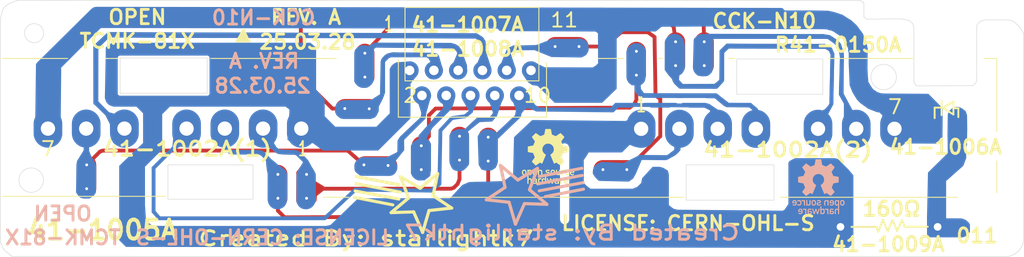
<source format=kicad_pcb>
(kicad_pcb (version 20241229) (generator "pcbnew") (generator_version "9.0")
  (title_block (title "TCMK-81X CCK-N10 (SFC Front Panel)") (date "2025-03-28") (rev "A") (company "License: CERN-OHL-S") (comment 1 "This Document Is Not Endorsed By Nintendo or Mitsumi") (comment 2 "Documented by starlightk7 for Repair Usage") (comment 3 "Originally Designed By Nintendo and Manufactured By Mitsumi. ") (comment 4 "Used in SHVC-CPU-XX Super Famicom Units"))
  (layers (0 "F.Cu" signal) (2 "B.Cu" signal) (13 "F.Paste" user) (15 "B.Paste" user) (5 "F.SilkS" user "F.Silkscreen") (7 "B.SilkS" user "B.Silkscreen") (1 "F.Mask" user) (3 "B.Mask" user) (25 "Edge.Cuts" user))
  (net 0 "")
  (net 1 "GND")
  (net 2 "L+")
  (net 3 "R")
  (net 4 "Net-(U3-D1)")
  (net 5 "8")
  (net 6 "5")
  (net 7 "9")
  (net 8 "4")
  (net 9 "6")
  (net 10 "Net-(U3-D2)")
  (net 11 "3")
  (net 12 "2")
  (footprint "Resistor_THT:R_Axial_DIN0207_L6.3mm_D2.5mm_P10.16mm_Horizontal" (layer "F.Cu") (at 145.35 72)
    (property "Reference" "R1" (hide yes))
    (property "Value" "160Ω" (hide yes))
  )
  (footprint "LOGO" (layer "F.Cu") (at 99.789536 67.967218 -140)
    (property "Reference" "G***" (hide yes))
    (property "Value" "LOGO" (hide yes))
  )
  (footprint "OpenSFC:ControllerRibbon" (layer "F.Cu") (at 106.567018 56.849545)
    (property "Reference" "U1" (hide yes))
    (property "Value" "11 Pin FFC Connector")
  )
  (footprint "OpenSFC:ControllerPort" (layer "F.Cu") (at 73.7 61.45 180)
    (property "Reference" "U3" (hide yes))
    (property "Value" "Controller Port" (hide yes))
  )
  (footprint "OpenSFC:ControllerPort" (layer "F.Cu") (at 139.74991 61.970235)
    (property "Reference" "U2" (hide yes))
    (property "Value" "Controller Port" (hide yes))
  )
  (footprint "LOGO" (layer "B.Cu") (at 113.2 67.1 -40)
    (property "Reference" "G***" (hide yes))
    (property "Value" "LOGO" (hide yes))
  )
  (gr_poly (pts (xy 75.58 64) (xy 76.76 63.32) (xy 75.58 62.47) (xy 75.501739 63.19679) (xy 75.472046 63.54321) (xy 75.325191 63.724753)) (fill yes) (layer "B.Cu") (net 4))
  (gr_poly (pts (xy 99.660153 59.354763) (xy 99.637788 59.922268) (xy 99.607955 60.08933) (xy 99.53238 60.210649) (xy 99.452826 60.304124) (xy 99.337474 60.41351) (xy 99.218144 60.43141) (xy 99.10478 60.439365) (xy 98.965562 60.405555) (xy 98.872087 60.343901) (xy 98.800489 60.284236) (xy 98.756734 60.24247) (xy 98.724878 60.188939) (xy 98.696703 60.11933) (xy 98.663259 59.995855) (xy 98.644874 59.846534) (xy 98.647738 59.5) (xy 98.671214 59.120768) (xy 98.71298 58.890063) (xy 98.76469 58.772722) (xy 98.864131 58.679247) (xy 98.977495 58.611626) (xy 99.12268 58.599693) (xy 99.338102 58.611131) (xy 99.456298 58.652042) (xy 99.525907 58.718336) (xy 99.583915 58.773029) (xy 99.608775 58.827722) (xy 99.641922 58.918877) (xy 99.651866 59.006717) (xy 99.653524 59.165824)) (stroke (width 0.1)) (fill yes) (layers "B.Cu" "B.Mask") (net 3))
  (gr_poly (pts (xy 118.230647 57.6) (xy 116.930647 57.6) (xy 116.730647 57.4) (xy 116.675612 57.31317) (xy 116.62637 57.188617) (xy 116.610984 57.141996) (xy 116.606211 57.056078) (xy 116.610439 56.993097) (xy 116.615757 56.97016) (xy 116.62769 56.889016) (xy 116.653943 56.776846) (xy 116.720768 56.667062) (xy 116.799526 56.573985) (xy 116.853752 56.510815) (xy 116.913132 56.471712) (xy 116.997133 56.447091) (xy 117.171842 56.426413) (xy 117.330949 56.424424) (xy 117.70485 56.418458) (xy 118.070795 56.422435) (xy 118.252669 56.470908) (xy 118.367132 56.543754) (xy 118.475822 56.669034) (xy 118.550104 56.798325) (xy 118.575959 56.901744) (xy 118.573842 57.179992) (xy 118.569671 57.236302) (xy 118.521704 57.32598) (xy 118.459138 57.434428) (xy 118.423683 57.471968) (xy 118.363203 57.524106) (xy 118.302722 57.572074) (xy 118.248498 57.599186)) (stroke (width 0.2)) (fill yes) (layers "B.Cu" "B.Mask") (net 1))
  (gr_line (start 149.1 72) (end 149.3 72.5) (stroke (width 0.2)) (layer "F.SilkS"))
  (gr_poly (pts (xy 117.2782 66.003949) (xy 117.289833 66.004761) (xy 117.301334 66.006105) (xy 117.312686 66.007974) (xy 117.323873 66.010361) (xy 117.334877 66.013259) (xy 117.345681 66.016661) (xy 117.35627 66.020559) (xy 117.366625 66.024947) (xy 117.37673 66.029816) (xy 117.386567 66.03516) (xy 117.396121 66.040972) (xy 117.405374 66.047244) (xy 117.414308 66.05397) (xy 117.422908 66.061142) (xy 117.431156 66.068752) (xy 117.439035 66.076795) (xy 117.446529 66.085261) (xy 117.45362 66.094145) (xy 117.460292 66.10344) (xy 117.466527 66.113137) (xy 117.472309 66.12323) (xy 117.47762 66.133711) (xy 117.482444 66.144574) (xy 117.486764 66.155811) (xy 117.490563 66.167415) (xy 117.493824 66.179378) (xy 117.49653 66.191695) (xy 117.498665 66.204356) (xy 117.50021 66.217356) (xy 117.50115 66.230687) (xy 117.501467 66.244342) (xy 117.501467 66.338798) (xy 117.146152 66.338798) (xy 117.146319 66.347414) (xy 117.146815 66.355759) (xy 117.147634 66.363834) (xy 117.148768 66.371639) (xy 117.150213 66.379172) (xy 117.15196 66.386434) (xy 117.154004 66.393425) (xy 117.156337 66.400144) (xy 117.158954 66.406592) (xy 117.161847 66.412767) (xy 117.165011 66.418671) (xy 117.168437 66.424301) (xy 117.172121 66.42966) (xy 117.176056 66.434745) (xy 117.180234 66.439557) (xy 117.184649 66.444096) (xy 117.189295 66.448362) (xy 117.194166 66.452354) (xy 117.199253 66.456072) (xy 117.204552 66.459516) (xy 117.210055 66.462685) (xy 117.215756 66.46558) (xy 117.221648 66.468201) (xy 117.227725 66.470546) (xy 117.23398 66.472616) (xy 117.240407 66.474411) (xy 117.246999 66.475931) (xy 117.253749 66.477174) (xy 117.26065 66.478142) (xy 117.267698 66.478833) (xy 117.274883 66.479248) (xy 117.282201 66.479387) (xy 117.290458 66.479151) (xy 117.298767 66.478448) (xy 117.307106 66.477287) (xy 117.315449 66.475677) (xy 117.323773 66.473625) (xy 117.332051 66.471139) (xy 117.34026 66.468228) (xy 117.348376 66.464901) (xy 117.356373 66.461165) (xy 117.364228 66.457028) (xy 117.371915 66.4525) (xy 117.37941 66.447588) (xy 117.386688 66.442301) (xy 117.393725 66.436646) (xy 117.400497 66.430633) (xy 117.406979 66.424269) (xy 117.490195 66.495071) (xy 117.479469 66.506854) (xy 117.468365 66.517757) (xy 117.456904 66.527797) (xy 117.445105 66.53699) (xy 117.432989 66.545354) (xy 117.420575 66.552903) (xy 117.407883 66.559656) (xy 117.394934 66.565628) (xy 117.381747 66.570835) (xy 117.368342 66.575295) (xy 117.354739 66.579024) (xy 117.340958 66.582037) (xy 117.32702 66.584353) (xy 117.312943 66.585986) (xy 117.298748 66.586954) (xy 117.284455 66.587273) (xy 117.262338 66.586584) (xy 117.240001 66.584399) (xy 117.217672 66.58054) (xy 117.195576 66.574829) (xy 117.173943 66.567088) (xy 117.16337 66.562401) (xy 117.152998 66.557141) (xy 117.142855 66.551284) (xy 117.13297 66.544808) (xy 117.12337 66.537692) (xy 117.114085 66.529913) (xy 117.105142 66.521449) (xy 117.096571 66.512278) (xy 117.088399 66.502377) (xy 117.080655 66.491724) (xy 117.073367 66.480298) (xy 117.066564 66.468075) (xy 117.060274 66.455034) (xy 117.054525 66.441153) (xy 117.049346 66.426408) (xy 117.044766 66.410779) (xy 117.040813 66.394242) (xy 117.037514 66.376776) (xy 117.034899 66.358359) (xy 117.032996 66.338967) (xy 117.031834 66.31858) (xy 117.03144 66.297174) (xy 117.031801 66.276845) (xy 117.032868 66.257378) (xy 117.034087 66.244374) (xy 117.146152 66.244374) (xy 117.386754 66.244374) (xy 117.386301 66.23637) (xy 117.385584 66.228605) (xy 117.384607 66.221079) (xy 117.383376 66.213795) (xy 117.381896 66.206752) (xy 117.380172 66.199952) (xy 117.378208 66.193395) (xy 117.376011 66.187084) (xy 117.373585 66.181018) (xy 117.370936 66.175199) (xy 117.368068 66.169628) (xy 117.364986 66.164305) (xy 117.361697 66.159233) (xy 117.358204 66.154411) (xy 117.354513 66.149841) (xy 117.35063 66.145524) (xy 117.346559 66.141461) (xy 117.342305 66.137653) (xy 117.337874 66.1341) (xy 117.33327 66.130805) (xy 117.328499 66.127767) (xy 117.323567 66.124988) (xy 117.318477 66.122469) (xy 117.313235 66.120211) (xy 117.307847 66.118215) (xy 117.302317 66.116482) (xy 117.296651 66.115012) (xy 117.290853 66.113808) (xy 117.28493 66.112869) (xy 117.278885 66.112198) (xy 117.272724 66.111794) (xy 117.266452 66.111659) (xy 117.260178 66.111794) (xy 117.254007 66.112198) (xy 117.247947 66.112869) (xy 117.242004 66.113808) (xy 117.236182 66.115012) (xy 117.230487 66.116482) (xy 117.224927 66.118215) (xy 117.219505 66.120211) (xy 117.214228 66.122469) (xy 117.209102 66.124988) (xy 117.204133 66.127767) (xy 117.199325 66.130805) (xy 117.194686 66.1341) (xy 117.190221 66.137653) (xy 117.185935 66.141461) (xy 117.181835 66.145524) (xy 117.177926 66.149841) (xy 117.174214 66.154411) (xy 117.170704 66.159233) (xy 117.167403 66.164305) (xy 117.164316 66.169628) (xy 117.161449 66.175199) (xy 117.158808 66.181018) (xy 117.156399 66.187083) (xy 117.154227 66.193395) (xy 117.152298 66.199951) (xy 117.150617 66.206752) (xy 117.149192 66.213794) (xy 117.148027 66.221079) (xy 117.147128 66.228605) (xy 117.146501 66.23637) (xy 117.146152 66.244374) (xy 117.034087 66.244374) (xy 117.034614 66.238758) (xy 117.037015 66.220971) (xy 117.040045 66.204004) (xy 117.043679 66.187842) (xy 117.04789 66.17247) (xy 117.052654 66.157875) (xy 117.057945 66.144042) (xy 117.063738 66.130957) (xy 117.070006 66.118607) (xy 117.076725 66.106976) (xy 117.083869 66.096051) (xy 117.091412 66.085817) (xy 117.09933 66.076261) (xy 117.107596 66.067367) (xy 117.116185 66.059123) (xy 117.125072 66.051513) (xy 117.13423 66.044524) (xy 117.143636 66.038141) (xy 117.153262 66.03235) (xy 117.163084 66.027137) (xy 117.173076 66.022488) (xy 117.183213 66.018389) (xy 117.193469 66.014825) (xy 117.203818 66.011782) (xy 117.214236 66.009246) (xy 117.224696 66.007203) (xy 117.245642 66.004539) (xy 117.266453 66.003677)) (fill yes) (layer "F.SilkS"))
  (gr_line (start 82.9 51.2) (end 83.6 52.6) (stroke (width 0.1)) (layer "F.SilkS"))
  (gr_line (start 82.9 51.3) (end 83.5 52.5) (stroke (width 0.1)) (layer "F.SilkS"))
  (gr_line (start 82.9 51.7) (end 83.2 52.3) (stroke (width 0.1)) (layer "F.SilkS"))
  (gr_line (start 150.795162 71.279201) (end 151.278354 72.426783) (stroke (width 0.2)) (layer "F.SilkS"))
  (gr_line (start 149.788512 71.259068) (end 150.291837 72.467049) (stroke (width 0.2)) (layer "F.SilkS"))
  (gr_line (start 82.9 51.6) (end 83.3 52.4) (stroke (width 0.1)) (layer "F.SilkS"))
  (gr_line (start 83.2 52.3) (end 83 52) (stroke (width 0.1)) (layer "F.SilkS"))
  (gr_line (start 157.172096 58.855264) (end 157.159183 60.224055) (stroke (width 0.2)) (layer "F.SilkS"))
  (gr_poly (pts (xy 116.805694 66.003798) (xy 116.81365 66.004158) (xy 116.821501 66.004752) (xy 116.829247 66.005576) (xy 116.84442 66.007893) (xy 116.859167 66.011072) (xy 116.873487 66.015074) (xy 116.887378 66.019862) (xy 116.900838 66.025398) (xy 116.913865 66.031644) (xy 116.926457 66.038563) (xy 116.938612 66.046116) (xy 116.950328 66.054266) (xy 116.961604 66.062974) (xy 116.972437 66.072204) (xy 116.982825 66.081917) (xy 116.992767 66.092075) (xy 117.002261 66.102642) (xy 116.917933 66.177984) (xy 116.912526 66.17157) (xy 116.906836 66.165415) (xy 116.900871 66.159539) (xy 116.894639 66.153966) (xy 116.88815 66.148715) (xy 116.881412 66.143808) (xy 116.874432 66.139268) (xy 116.86722 66.135114) (xy 116.859784 66.131369) (xy 116.852133 66.128054) (xy 116.844274 66.12519) (xy 116.836217 66.122799) (xy 116.82797 66.120902) (xy 116.819541 66.11952) (xy 116.810939 66.118676) (xy 116.802173 66.11839) (xy 116.785122 66.119013) (xy 116.768993 66.120903) (xy 116.761281 66.122332) (xy 116.753809 66.124088) (xy 116.746579 66.126174) (xy 116.739595 66.128594) (xy 116.73286 66.131352) (xy 116.726376 66.134451) (xy 116.720148 66.137895) (xy 116.714177 66.141686) (xy 116.708468 66.145829) (xy 116.703022 66.150327) (xy 116.697844 66.155184) (xy 116.692937 66.160403) (xy 116.688302 66.165987) (xy 116.683945 66.171941) (xy 116.679867 66.178267) (xy 116.676072 66.184969) (xy 116.672562 66.19205) (xy 116.669342 66.199515) (xy 116.666414 66.207366) (xy 116.66378 66.215607) (xy 116.661445 66.224242) (xy 116.659412 66.233274) (xy 116.657682 66.242706) (xy 116.65626 66.252543) (xy 116.654351 66.273442) (xy 116.65371 66.295999) (xy 116.653871 66.307392) (xy 116.654352 66.318373) (xy 116.65515 66.328945) (xy 116.656262 66.339112) (xy 116.657684 66.348878) (xy 116.659414 66.358245) (xy 116.661449 66.367216) (xy 116.663785 66.375795) (xy 116.666419 66.383986) (xy 116.669348 66.391791) (xy 116.67257 66.399214) (xy 116.67608 66.406258) (xy 116.679876 66.412926) (xy 116.683955 66.419222) (xy 116.688314 66.425149) (xy 116.692949 66.43071) (xy 116.697857 66.435909) (xy 116.703036 66.440749) (xy 116.708481 66.445232) (xy 116.714191 66.449363) (xy 116.720162 66.453145) (xy 116.72639 66.45658) (xy 116.732874 66.459673) (xy 116.739609 66.462426) (xy 116.746592 66.464843) (xy 116.753821 66.466927) (xy 116.761292 66.468682) (xy 116.769002 66.47011) (xy 116.776948 66.471215) (xy 116.785128 66.472) (xy 116.793537 66.472469) (xy 116.802173 66.472624) (xy 116.806576 66.472552) (xy 116.810939 66.472338) (xy 116.815261 66.471984) (xy 116.81954 66.471494) (xy 116.827967 66.470112) (xy 116.836213 66.468215) (xy 116.844268 66.465824) (xy 116.852125 66.46296) (xy 116.859774 66.459645) (xy 116.867208 66.4559) (xy 116.874419 66.451747) (xy 116.881398 66.447206) (xy 116.888136 66.442299) (xy 116.894626 66.437049) (xy 116.900859 66.431475) (xy 116.906826 66.425599) (xy 116.912521 66.419444) (xy 116.917933 66.41303) (xy 117.002261 66.488372) (xy 116.992773 66.498922) (xy 116.982835 66.509066) (xy 116.972451 66.518768) (xy 116.961621 66.527989) (xy 116.950348 66.536691) (xy 116.938634 66.544835) (xy 116.92648 66.552385) (xy 116.913889 66.559301) (xy 116.900861 66.565547) (xy 116.8874 66.571083) (xy 116.873508 66.575871) (xy 116.859185 66.579874) (xy 116.844434 66.583054) (xy 116.829257 66.585373) (xy 116.813656 66.586792) (xy 116.797632 66.587273) (xy 116.773051 66.586289) (xy 116.748754 66.583294) (xy 116.724921 66.578228) (xy 116.701732 66.571029) (xy 116.690434 66.56661) (xy 116.679366 66.561636) (xy 116.668547 66.556098) (xy 116.658002 66.549988) (xy 116.647753 66.543299) (xy 116.637821 66.536024) (xy 116.62823 66.528154) (xy 116.619002 66.519681) (xy 116.61016 66.5106) (xy 116.601725 66.500901) (xy 116.59372 66.490576) (xy 116.586168 66.479619) (xy 116.579092 66.468022) (xy 116.572513 66.455777) (xy 116.566454 66.442876) (xy 116.560937 66.429312) (xy 116.555985 66.415076) (xy 116.551621 66.400163) (xy 116.547867 66.384562) (xy 116.544745 66.368268) (xy 116.542277 66.351273) (xy 116.540487 66.333568) (xy 116.539397 66.315146) (xy 116.539028 66.295999) (xy 116.539397 66.276763) (xy 116.540487 66.258257) (xy 116.542277 66.240472) (xy 116.544745 66.223402) (xy 116.547867 66.207038) (xy 116.551621 66.191373) (xy 116.555985 66.176399) (xy 116.560937 66.162107) (xy 116.566454 66.148491) (xy 116.572513 66.135542) (xy 116.579092 66.123252) (xy 116.586168 66.111614) (xy 116.59372 66.10062) (xy 116.601725 66.090262) (xy 116.61016 66.080533) (xy 116.619002 66.071423) (xy 116.62823 66.062927) (xy 116.637821 66.055035) (xy 116.647753 66.04774) (xy 116.658002 66.041034) (xy 116.668547 66.03491) (xy 116.679366 66.029359) (xy 116.690434 66.024374) (xy 116.701732 66.019947) (xy 116.713235 66.01607) (xy 116.724921 66.012735) (xy 116.736768 66.009934) (xy 116.748754 66.007661) (xy 116.760855 66.005906) (xy 116.773051 66.004662) (xy 116.797632 66.003677)) (fill yes) (layer "F.SilkS"))
  (gr_line (start 83.4 52.5) (end 82.9 51.5) (stroke (width 0.1)) (layer "F.SilkS"))
  (gr_line (start 157.159183 60.224055) (end 156.07448 59.513833) (stroke (width 0.2)) (layer "F.SilkS"))
  (gr_poly (pts (xy 115.688583 66.904736) (xy 115.713301 66.906475) (xy 115.736839 66.909457) (xy 115.74814 66.911435) (xy 115.759117 66.913748) (xy 115.76976 66.916406) (xy 115.78006 66.919417) (xy 115.790005 66.922788) (xy 115.799588 66.92653) (xy 115.808797 66.930649) (xy 115.817624 66.935154) (xy 115.826059 66.940055) (xy 115.834091 66.945359) (xy 115.841712 66.951074) (xy 115.848912 66.957209) (xy 115.85568 66.963773) (xy 115.862008 66.970775) (xy 115.867885 66.978221) (xy 115.873302 66.986121) (xy 115.878249 66.994484) (xy 115.882716 67.003317) (xy 115.886694 67.01263) (xy 115.890174 67.02243) (xy 115.893144 67.032726) (xy 115.895597 67.043526) (xy 115.897521 67.054839) (xy 115.898907 67.066674) (xy 115.899746 67.079038) (xy 115.900028 67.09194) (xy 115.900028 67.481005) (xy 115.785315 67.481005) (xy 115.785284 67.481005) (xy 115.785284 67.430395) (xy 115.783061 67.430395) (xy 115.778442 67.437533) (xy 115.773419 67.444173) (xy 115.767962 67.450321) (xy 115.762036 67.455983) (xy 115.755609 67.461162) (xy 115.748649 67.465864) (xy 115.741122 67.470094) (xy 115.732995 67.473857) (xy 115.724237 67.477159) (xy 115.714813 67.480004) (xy 115.704692 67.482397) (xy 115.69384 67.484344) (xy 115.682225 67.48585) (xy 115.669814 67.486918) (xy 115.656574 67.487556) (xy 115.642472 67.487768) (xy 115.630715 67.487548) (xy 115.619272 67.486897) (xy 115.608146 67.485824) (xy 115.597341 67.484337) (xy 115.586862 67.482447) (xy 115.576712 67.480162) (xy 115.566895 67.477493) (xy 115.557415 67.474449) (xy 115.548275 67.471039) (xy 115.539481 67.467273) (xy 115.531035 67.46316) (xy 115.522942 67.45871) (xy 115.515206 67.453932) (xy 115.50783 67.448836) (xy 115.500819 67.44343) (xy 115.494176 67.437726) (xy 115.487905 67.431731) (xy 115.48201 67.425456) (xy 115.476495 67.41891) (xy 115.471365 67.412103) (xy 115.466622 67.405043) (xy 115.462271 67.397741) (xy 115.458316 67.390206) (xy 115.454761 67.382447) (xy 115.451609 67.374474) (xy 115.448865 67.366296) (xy 115.446532 67.357923) (xy 115.444615 67.349364) (xy 115.443116 67.340629) (xy 115.442042 67.331727) (xy 115.441394 67.322668) (xy 115.441177 67.31346) (xy 115.441299 67.30784) (xy 115.54919 67.30784) (xy 115.54955 67.314942) (xy 115.550647 67.321898) (xy 115.552506 67.328663) (xy 115.55515 67.335195) (xy 115.556774 67.33836) (xy 115.558605 67.341452) (xy 115.560644 67.344463) (xy 115.562895 67.347389) (xy 115.56536 67.350225) (xy 115.568044 67.352965) (xy 115.570949 67.355604) (xy 115.574078 67.358136) (xy 115.577435 67.360556) (xy 115.581021 67.36286) (xy 115.584841 67.36504) (xy 115.588898 67.367093) (xy 115.593194 67.369012) (xy 115.597733 67.370792) (xy 115.602517 67.372429) (xy 115.60755 67.373915) (xy 115.618375 67.376419) (xy 115.630232 67.378261) (xy 115.643146 67.379397) (xy 115.65714 67.379786) (xy 115.674329 67.379651) (xy 115.690086 67.379178) (xy 115.704457 67.378268) (xy 115.717485 67.37682) (xy 115.72351 67.375862) (xy 115.729216 67.374732) (xy 115.734608 67.373417) (xy 115.739693 67.371905) (xy 115.744476 67.370182) (xy 115.748962 67.368237) (xy 115.753156 67.366057) (xy 115.757066 67.363629) (xy 115.760695 67.36094) (xy 115.76405 67.357979) (xy 115.767136 67.354732) (xy 115.769958 67.351187) (xy 115.772523 67.347332) (xy 115.774836 67.343153) (xy 115.776902 67.338638) (xy 115.778727 67.333775) (xy 115.780317 67.328551) (xy 115.781676 67.322954) (xy 115.782811 67.31697) (xy 115.783728 67.310588) (xy 115.784431 67.303794) (xy 115.784926 67.296577) (xy 115.785219 67.288923) (xy 115.785315 67.28082) (xy 115.785315 67.239196) (xy 115.648155 67.239196) (xy 115.641935 67.239275) (xy 115.635925 67.23951) (xy 115.630124 67.239899) (xy 115.624532 67.240439) (xy 115.619147 67.241128) (xy 115.613968 67.241964) (xy 115.608996 67.242945) (xy 115.604228 67.244069) (xy 115.599665 67.245332) (xy 115.595305 67.246733) (xy 115.591148 67.24827) (xy 115.587193 67.24994) (xy 115.583438 67.251742) (xy 115.579884 67.253672) (xy 115.576528 67.255728) (xy 115.573372 67.257909) (xy 115.570413 67.260212) (xy 115.567651 67.262634) (xy 115.565085 67.265174) (xy 115.562714 67.267829) (xy 115.560537 67.270596) (xy 115.558554 67.273475) (xy 115.556764 67.276461) (xy 115.555166 67.279554) (xy 115.553759 67.28275) (xy 115.552542 67.286048) (xy 115.551514 67.289446) (xy 115.550675 67.29294) (xy 115.550024 67.296528) (xy 115.54956 67.30021) (xy 115.549283 67.303981) (xy 115.54919 67.30784) (xy 115.441299 67.30784) (xy 115.441361 67.304965) (xy 115.441915 67.29656) (xy 115.442836 67.288257) (xy 115.444124 67.280068) (xy 115.445779 67.272005) (xy 115.447801 67.264079) (xy 115.450187 67.256303) (xy 115.452939 67.248687) (xy 115.456054 67.241244) (xy 115.459533 67.233986) (xy 115.463375 67.226924) (xy 115.467579 67.22007) (xy 115.472145 67.213436) (xy 115.477071 67.207033) (xy 115.482358 67.200874) (xy 115.488004 67.194969) (xy 115.494009 67.189331) (xy 115.500373 67.183972) (xy 115.507094 67.178903) (xy 115.514172 67.174136) (xy 115.521607 67.169683) (xy 115.529397 67.165556) (xy 115.537543 67.161766) (xy 115.546043 67.158324) (xy 115.554896 67.155244) (xy 115.564103 67.152536) (xy 115.573662 67.150213) (xy 115.583574 67.148286) (xy 115.593836 67.146766) (xy 115.604449 67.145666) (xy 115.615412 67.144998) (xy 115.626724 67.144772) (xy 115.785284 67.144772) (xy 115.785284 67.085178) (xy 115.784872 67.075467) (xy 115.784354 67.07091) (xy 115.783625 67.066548) (xy 115.782683 67.062379) (xy 115.781525 67.058399) (xy 115.780149 67.054605) (xy 115.778554 67.050996) (xy 115.776735 67.047567) (xy 115.774692 67.044316) (xy 115.772422 67.04124) (xy 115.769923 67.038337) (xy 115.767193 67.035603) (xy 115.764228 67.033035) (xy 115.761028 67.030632) (xy 115.75759 67.028389) (xy 115.75391 67.026304) (xy 115.749989 67.024375) (xy 115.741407 67.02097) (xy 115.731827 67.018151) (xy 115.721231 67.015897) (xy 115.7096 67.014183) (xy 115.696916 67.012987) (xy 115.683161 67.012286) (xy 115.668317 67.012057) (xy 115.657506 67.012192) (xy 115.6474 67.012607) (xy 115.637964 67.013315) (xy 115.629162 67.014333) (xy 115.624988 67.014962) (xy 115.62096 67.015674) (xy 115.617074 67.01647) (xy 115.613324 67.017353) (xy 115.609707 67.018324) (xy 115.606219 67.019385) (xy 115.602854 67.020538) (xy 115.599609 67.021785) (xy 115.59648 67.023127) (xy 115.593462 67.024566) (xy 115.59055 67.026105) (xy 115.58774 67.027745) (xy 115.585029 67.029487) (xy 115.582411 67.031335) (xy 115.579883 67.033288) (xy 115.577439 67.035351) (xy 115.575076 67.037523) (xy 115.57279 67.039807) (xy 115.570575 67.042205) (xy 115.568428 67.044719) (xy 115.566344 67.04735) (xy 115.56432 67.050101) (xy 115.56235 67.052973) (xy 115.56043 67.055968) (xy 115.470451 66.987388) (xy 115.478897 66.976438) (xy 115.487798 66.966364) (xy 115.497158 66.957142) (xy 115.506982 66.948748) (xy 115.517274 66.941159) (xy 115.528039 66.934352) (xy 115.539282 66.928303) (xy 115.551008 66.922991) (xy 115.563221 66.91839) (xy 115.575927 66.914478) (xy 115.589129 66.911231) (xy 115.602833 66.908628) (xy 115.617043 66.906643) (xy 115.631765 66.905254) (xy 115.647002 66.904438) (xy 115.66276 66.904171)) (fill yes) (layer "F.SilkS"))
  (gr_poly (pts (xy 114.734914 66.004094) (xy 114.752577 66.005139) (xy 114.769536 66.006856) (xy 114.785824 66.009227) (xy 114.801471 66.01223) (xy 114.816509 66.015846) (xy 114.83097 66.020056) (xy 114.844885 66.024839) (xy 114.858285 66.030175) (xy 114.871201 66.036046) (xy 114.883667 66.04243) (xy 114.895712 66.049309) (xy 114.907368 66.056662) (xy 114.918668 66.06447) (xy 114.929642 66.072712) (xy 114.940321 66.08137) (xy 114.869518 66.164523) (xy 114.861071 66.15875) (xy 114.852576 66.153228) (xy 114.84401 66.147975) (xy 114.835352 66.143007) (xy 114.826581 66.138341) (xy 114.817677 66.133993) (xy 114.808616 66.129981) (xy 114.799379 66.12632) (xy 114.789943 66.123027) (xy 114.780288 66.120119) (xy 114.770391 66.117614) (xy 114.760232 66.115526) (xy 114.74979 66.113873) (xy 114.739042 66.112672) (xy 114.727969 66.111939) (xy 114.716547 66.111691) (xy 114.709839 66.111776) (xy 114.703409 66.112029) (xy 114.697254 66.112447) (xy 114.69137 66.113026) (xy 114.685751 66.113762) (xy 114.680394 66.114652) (xy 114.675294 66.115692) (xy 114.670446 66.116879) (xy 114.665848 66.11821) (xy 114.661493 66.11968) (xy 114.657379 66.121287) (xy 114.6535 66.123026) (xy 114.649853 66.124895) (xy 114.646433 66.126889) (xy 114.643235 66.129006) (xy 114.640256 66.131241) (xy 114.63749 66.133592) (xy 114.634935 66.136054) (xy 114.632584 66.138624) (xy 114.630435 66.141299) (xy 114.628483 66.144074) (xy 114.626723 66.146948) (xy 114.625151 66.149915) (xy 114.623763 66.152973) (xy 114.622554 66.156118) (xy 114.621521 66.159346) (xy 114.620658 66.162654) (xy 114.619962 66.166039) (xy 114.619428 66.169496) (xy 114.619052 66.173023) (xy 114.61883 66.176616) (xy 114.618757 66.180271) (xy 114.618973 66.184904) (xy 114.619641 66.189507) (xy 114.620793 66.19405) (xy 114.622461 66.198505) (xy 114.624675 66.202842) (xy 114.627467 66.207031) (xy 114.630868 66.211042) (xy 114.632807 66.212972) (xy 114.63491 66.214847) (xy 114.637181 66.216662) (xy 114.639623 66.218414) (xy 114.642242 66.2201) (xy 114.645041 66.221716) (xy 114.648023 66.223258) (xy 114.651192 66.224722) (xy 114.65811 66.227402) (xy 114.665825 66.229727) (xy 114.674369 66.231668) (xy 114.683773 66.233195) (xy 114.694068 66.234278) (xy 114.788524 66.240977) (xy 114.79939 66.241902) (xy 114.809844 66.243194) (xy 114.819892 66.244846) (xy 114.829537 66.246848) (xy 114.838784 66.249193) (xy 114.847637 66.251873) (xy 114.8561 66.254879) (xy 114.864178 66.258203) (xy 114.871876 66.261837) (xy 114.879197 66.265772) (xy 114.886146 66.27) (xy 114.892727 66.274513) (xy 114.898945 66.279303) (xy 114.904803 66.284361) (xy 114.910307 66.28968) (xy 114.915461 66.29525) (xy 114.920268 66.301064) (xy 114.924734 66.307113) (xy 114.928862 66.313389) (xy 114.932658 66.319884) (xy 114.936125 66.32659) (xy 114.939267 66.333498) (xy 114.94209 66.3406) (xy 114.944597 66.347888) (xy 114.946793 66.355353) (xy 114.948682 66.362988) (xy 114.951557 66.378732) (xy 114.953256 66.395054) (xy 114.953815 66.411887) (xy 114.953514 66.422187) (xy 114.952621 66.432207) (xy 114.951148 66.441943) (xy 114.949111 66.451394) (xy 114.946521 66.460555) (xy 114.943394 66.469423) (xy 114.939742 66.477996) (xy 114.935579 66.486271) (xy 114.930918 66.494244) (xy 114.925774 66.501912) (xy 114.920159 66.509273) (xy 114.914088 66.516323) (xy 114.907574 66.523058) (xy 114.90063 66.529477) (xy 114.893271 66.535576) (xy 114.885509 66.541352) (xy 114.877358 66.546801) (xy 114.868832 66.551921) (xy 114.850709 66.561161) (xy 114.831249 66.569047) (xy 114.81056 66.575555) (xy 114.788751 66.580659) (xy 114.765931 66.584335) (xy 114.742207 66.586559) (xy 114.71769 66.587306) (xy 114.700482 66.58691) (xy 114.683441 66.585722) (xy 114.666574 66.583739) (xy 114.649889 66.580961) (xy 114.633395 66.577385) (xy 114.6171 66.57301) (xy 114.601013 66.567835) (xy 114.585142 66.561858) (xy 114.569494 66.555077) (xy 114.554079 66.547491) (xy 114.538904 66.539098) (xy 114.523978 66.529897) (xy 114.50931 66.519885) (xy 114.494906 66.509062) (xy 114.480776 66.497426) (xy 114.466928 66.484975) (xy 114.546748 66.406299) (xy 114.55608 66.415093) (xy 114.565545 66.423331) (xy 114.575167 66.431009) (xy 114.584974 66.438127) (xy 114.594992 66.444684) (xy 114.605248 66.450678) (xy 114.615767 66.456108) (xy 114.626576 66.460972) (xy 114.637701 66.46527) (xy 114.649169 66.468998) (xy 114.661005 66.472157) (xy 114.673237 66.474745) (xy 114.685891 66.47676) (xy 114.698992 66.478201) (xy 114.712568 66.479067) (xy 114.726644 66.479355) (xy 114.732701 66.479283) (xy 114.738648 66.479066) (xy 114.74448 66.478705) (xy 114.75019 66.4782) (xy 114.755775 66.47755) (xy 114.761227 66.476757) (xy 114.766542 66.47582) (xy 114.771714 66.47474) (xy 114.776739 66.473517) (xy 114.78161 66.472151) (xy 114.786323 66.470642) (xy 114.790871 66.46899) (xy 114.79525 66.467196) (xy 114.799454 66.465259) (xy 114.803478 66.463181) (xy 114.807317 66.46096) (xy 114.810964 66.458598) (xy 114.814415 66.456095) (xy 114.817664 66.45345) (xy 114.820707 66.450664) (xy 114.823536 66.447738) (xy 114.826148 66.44467) (xy 114.828537 66.441462) (xy 114.830697 66.438114) (xy 114.832623 66.434625) (xy 114.83431 66.430997) (xy 114.835752 66.427229) (xy 114.836944 66.423321) (xy 114.83788 66.419274) (xy 114.838555 66.415088) (xy 114.838965 66.410763) (xy 114.839102 66.406299) (xy 114.839014 66.402586) (xy 114.838752 66.399033) (xy 114.83832 66.395638) (xy 114.837722 66.392397) (xy 114.836962 66.389307) (xy 114.836044 66.386364) (xy 114.834972 66.383564) (xy 114.833749 66.380904) (xy 114.832379 66.378381) (xy 114.830867 66.375991) (xy 114.829216 66.373731) (xy 114.827431 66.371597) (xy 114.825514 66.369586) (xy 114.82347 66.367694) (xy 114.821303 66.365918) (xy 114.819016 66.364254) (xy 114.816614 66.362699) (xy 114.814101 66.36125) (xy 114.808755 66.358652) (xy 114.80301 66.356435) (xy 114.796896 66.354569) (xy 114.790445 66.353028) (xy 114.783688 66.351783) (xy 114.776655 66.350806) (xy 114.769379 66.35007) (xy 114.66816 66.341084) (xy 114.650756 66.339043) (xy 114.633997 66.335877) (xy 114.62588 66.333876) (xy 114.617948 66.331597) (xy 114.610211 66.329043) (xy 114.602677 66.326213) (xy 114.595353 66.323111) (xy 114.588248 66.319736) (xy 114.58137 66.31609) (xy 114.574728 66.312174) (xy 114.568329 66.30799) (xy 114.562182 66.303539) (xy 114.556295 66.298822) (xy 114.550677 66.29384) (xy 114.545336 66.288595) (xy 114.540279 66.283088) (xy 114.535515 66.277319) (xy 114.531053 66.271291) (xy 114.5269 66.265005) (xy 114.523065 66.258461) (xy 114.519557 66.251662) (xy 114.516382 66.244608) (xy 114.51355 66.2373) (xy 114.511069 66.229741) (xy 114.508948 66.22193) (xy 114.507193 66.21387) (xy 114.505814 66.205562) (xy 114.504819 66.197006) (xy 114.504215 66.188205) (xy 114.504013 66.179159) (xy 114.504281 66.168465) (xy 114.505077 66.158102) (xy 114.506391 66.148069) (xy 114.508209 66.138367) (xy 114.510521 66.128998) (xy 114.513314 66.119961) (xy 114.516578 66.111257) (xy 114.520299 66.102887) (xy 114.524466 66.094851) (xy 114.529069 66.08715) (xy 114.534094 66.079785) (xy 114.53953 66.072756) (xy 114.545365 66.066065) (xy 114.551589 66.05971) (xy 114.558188 66.053694) (xy 114.565151 66.048016) (xy 114.572467 66.042678) (xy 114.580124 66.037679) (xy 114.588109 66.033021) (xy 114.596412 66.028705) (xy 114.60502 66.02473) (xy 114.613922 66.021097) (xy 114.63256 66.014862) (xy 114.652232 66.010004) (xy 114.672845 66.006528) (xy 114.694304 66.004438) (xy 114.716515 66.003741)) (fill yes) (layer "F.SilkS"))
  (gr_poly (pts (xy 113.995236 66.904367) (xy 114.003615 66.904948) (xy 114.011821 66.905904) (xy 114.019861 66.907227) (xy 114.027742 66.908904) (xy 114.035471 66.910928) (xy 114.043055 66.913288) (xy 114.050499 66.915974) (xy 114.057812 66.918976) (xy 114.064999 66.922284) (xy 114.072068 66.925889) (xy 114.079024 66.929781) (xy 114.085876 66.933949) (xy 114.092629 66.938385) (xy 114.099291 66.943078) (xy 114.105867 66.948018) (xy 114.022683 67.046982) (xy 114.01771 67.043323) (xy 114.012896 67.039947) (xy 114.008214 67.03685) (xy 114.003637 67.034023) (xy 113.999139 67.031461) (xy 113.994694 67.029156) (xy 113.990275 67.027102) (xy 113.985856 67.025293) (xy 113.981411 67.023722) (xy 113.976913 67.022382) (xy 113.972336 67.021266) (xy 113.967653 67.020368) (xy 113.962839 67.019681) (xy 113.957866 67.019198) (xy 113.952708 67.018914) (xy 113.94734 67.01882) (xy 113.936823 67.019245) (xy 113.926411 67.020531) (xy 113.916184 67.022694) (xy 113.90622 67.02575) (xy 113.901361 67.027618) (xy 113.896598 67.029716) (xy 113.891941 67.032045) (xy 113.887399 67.034607) (xy 113.882981 67.037405) (xy 113.878699 67.040441) (xy 113.874562 67.043716) (xy 113.87058 67.047232) (xy 113.866763 67.050993) (xy 113.86312 67.054999) (xy 113.859661 67.059252) (xy 113.856397 67.063755) (xy 113.853338 67.06851) (xy 113.850492 67.073519) (xy 113.847871 67.078784) (xy 113.845483 67.084306) (xy 113.84334 67.090088) (xy 113.84145 67.096132) (xy 113.839823 67.10244) (xy 113.838471 67.109014) (xy 113.837401 67.115856) (xy 113.836625 67.122968) (xy 113.836152 67.130352) (xy 113.835992 67.13801) (xy 113.835992 67.481005) (xy 113.721311 67.481005) (xy 113.721311 66.910933) (xy 113.835992 66.910933) (xy 113.835992 66.97164) (xy 113.838247 66.97164) (xy 113.845175 66.963473) (xy 113.852463 66.955833) (xy 113.860101 66.948719) (xy 113.868078 66.942131) (xy 113.876386 66.93607) (xy 113.885013 66.930535) (xy 113.89395 66.925527) (xy 113.903187 66.921046) (xy 113.912714 66.917092) (xy 113.922521 66.913664) (xy 113.932597 66.910764) (xy 113.942934 66.90839) (xy 113.95352 66.906544) (xy 113.964346 66.905226) (xy 113.975402 66.904434) (xy 113.986678 66.904171)) (fill yes) (layer "F.SilkS"))
  (gr_line (start 114.6 60.5) (end 114.6 54.8) (stroke (width 0.1)) (layer "F.SilkS"))
  (gr_line (start 157.675708 59.565486) (end 157.675708 60.495231) (stroke (width 0.2)) (layer "F.SilkS"))
  (gr_line (start 144.1 54.35) (end 152.9 54.35) (stroke (width 0.1)) (layer "F.SilkS"))
  (gr_line (start 83.05 52) (end 82.9 51.8) (stroke (width 0.1)) (layer "F.SilkS"))
  (gr_poly (pts (xy 115.701623 66.350006) (xy 115.701763 66.357182) (xy 115.702182 66.364165) (xy 115.702872 66.370953) (xy 115.703828 66.377543) (xy 115.705044 66.383933) (xy 115.706515 66.390122) (xy 115.708234 66.396106) (xy 115.710197 66.401883) (xy 115.712396 66.407451) (xy 115.714827 66.412808) (xy 115.717484 66.417952) (xy 115.72036 66.422879) (xy 115.72345 66.427589) (xy 115.726749 66.432078) (xy 115.73025 66.436345) (xy 115.733948 66.440386) (xy 115.737837 66.4442) (xy 115.741911 66.447785) (xy 115.746165 66.451138) (xy 115.750592 66.454257) (xy 115.755187 66.45714) (xy 115.759944 66.459783) (xy 115.764857 66.462186) (xy 115.769921 66.464346) (xy 115.77513 66.46626) (xy 115.780478 66.467926) (xy 115.785959 66.469343) (xy 115.791567 66.470506) (xy 115.797298 66.471416) (xy 115.803144 66.472068) (xy 115.8091 66.472461) (xy 115.815161 66.472592) (xy 115.821126 66.472461) (xy 115.826993 66.472068) (xy 115.832756 66.471416) (xy 115.838408 66.470506) (xy 115.843944 66.469343) (xy 115.849357 66.467926) (xy 115.854643 66.46626) (xy 115.859794 66.464346) (xy 115.864805 66.462186) (xy 115.86967 66.459783) (xy 115.874383 66.45714) (xy 115.878937 66.454257) (xy 115.883328 66.451138) (xy 115.887549 66.447785) (xy 115.891593 66.4442) (xy 115.895456 66.440386) (xy 115.899131 66.436345) (xy 115.902612 66.432078) (xy 115.905893 66.427589) (xy 115.908969 66.422879) (xy 115.911832 66.417952) (xy 115.914478 66.412808) (xy 115.916901 66.407451) (xy 115.919093 66.401883) (xy 115.92105 66.396106) (xy 115.922766 66.390122) (xy 115.924233 66.383933) (xy 115.925448 66.377543) (xy 115.926403 66.370953) (xy 115.927092 66.364165) (xy 115.92751 66.357182) (xy 115.927651 66.350006) (xy 115.927651 66.010439) (xy 116.0423 66.010439) (xy 116.0423 66.580574) (xy 115.927651 66.580574) (xy 115.927651 66.519805) (xy 115.925428 66.519805) (xy 115.9185 66.527971) (xy 115.911213 66.535612) (xy 115.903579 66.542726) (xy 115.89561 66.549313) (xy 115.887318 66.555375) (xy 115.878714 66.560909) (xy 115.86981 66.565917) (xy 115.860619 66.570398) (xy 115.851151 66.574353) (xy 115.841419 66.57778) (xy 115.831435 66.58068) (xy 115.82121 66.583053) (xy 115.810756 66.584899) (xy 115.800085 66.586218) (xy 115.789209 66.587009) (xy 115.77814 66.587273) (xy 115.769678 66.587073) (xy 115.76117 66.586471) (xy 115.744101 66.584074) (xy 115.727097 66.580092) (xy 115.718671 66.577511) (xy 115.710324 66.574538) (xy 115.702075 66.571174) (xy 115.693945 66.567422) (xy 115.685955 66.563282) (xy 115.678126 66.558756) (xy 115.670478 66.553846) (xy 115.663031 66.548553) (xy 115.655807 66.542878) (xy 115.648826 66.536823) (xy 115.642109 66.530389) (xy 115.635675 66.523578) (xy 115.629546 66.51639) (xy 115.623743 66.508829) (xy 115.618285 66.500894) (xy 115.613194 66.492588) (xy 115.60849 66.483912) (xy 115.604194 66.474867) (xy 115.600326 66.465455) (xy 115.596907 66.455677) (xy 115.593958 66.445534) (xy 115.591498 66.435029) (xy 115.589549 66.424162) (xy 115.588132 66.412935) (xy 115.587266 66.40135) (xy 115.586973 66.389408) (xy 115.586973 66.010439) (xy 115.701623 66.010439)) (fill yes) (layer "F.SilkS"))
  (gr_line (start 133.6 54.35) (end 134.3 54.35) (stroke (width 0.1)) (layer "F.SilkS"))
  (gr_line (start 82.1 52.6) (end 82.9 51.2) (stroke (width 0.1)) (layer "F.SilkS"))
  (gr_line (start 157.6 68.9) (end 139.1 68.9) (stroke (width 0.1)) (layer "F.SilkS"))
  (gr_line (start 79.5 54.35) (end 92.6 54.35) (stroke (width 0.1)) (layer "F.SilkS"))
  (gr_line (start 155.2 60.6) (end 155.2 59.5) (stroke (width 0.2)) (layer "F.SilkS"))
  (gr_line (start 82.7 52.4) (end 83.1 52) (stroke (width 0.1)) (layer "F.SilkS"))
  (gr_line (start 83.5 52.5) (end 82.2 52.5) (stroke (width 0.1)) (layer "F.SilkS"))
  (gr_line (start 82.9 51.8) (end 83 52.3) (stroke (width 0.1)) (layer "F.SilkS"))
  (gr_poly (pts (xy 116.299926 66.904367) (xy 116.308297 66.904948) (xy 116.316498 66.905904) (xy 116.324535 66.907227) (xy 116.332415 66.908904) (xy 116.340144 66.910928) (xy 116.347729 66.913288) (xy 116.355176 66.915974) (xy 116.362492 66.918976) (xy 116.369683 66.922284) (xy 116.376755 66.925889) (xy 116.383716 66.929781) (xy 116.390571 66.933949) (xy 116.397327 66.938385) (xy 116.403991 66.943078) (xy 116.410568 66.948018) (xy 116.327351 67.046982) (xy 116.322379 67.043323) (xy 116.317566 67.039947) (xy 116.312885 67.03685) (xy 116.30831 67.034023) (xy 116.303814 67.031461) (xy 116.299371 67.029156) (xy 116.294954 67.027102) (xy 116.290537 67.025293) (xy 116.286093 67.023722) (xy 116.281596 67.022382) (xy 116.277019 67.021266) (xy 116.272335 67.020368) (xy 116.267519 67.019681) (xy 116.262544 67.019198) (xy 116.257382 67.018914) (xy 116.252008 67.01882) (xy 116.241487 67.019245) (xy 116.231072 67.020531) (xy 116.220844 67.022694) (xy 116.21088 67.02575) (xy 116.206022 67.027618) (xy 116.20126 67.029716) (xy 116.196604 67.032045) (xy 116.192063 67.034607) (xy 116.187648 67.037405) (xy 116.183368 67.040441) (xy 116.179233 67.043716) (xy 116.175253 67.047232) (xy 116.171438 67.050993) (xy 116.167797 67.054999) (xy 116.164341 67.059252) (xy 116.161079 67.063755) (xy 116.158022 67.06851) (xy 116.155179 67.073519) (xy 116.15256 67.078784) (xy 116.150174 67.084306) (xy 116.148033 67.090088) (xy 116.146145 67.096132) (xy 116.14452 67.10244) (xy 116.143169 67.109014) (xy 116.1421 67.115856) (xy 116.141325 67.122968) (xy 116.140853 67.130352) (xy 116.140693 67.13801) (xy 116.140693 67.481005) (xy 116.026044 67.481005) (xy 116.026044 66.910933) (xy 116.140693 66.910933) (xy 116.140693 66.97164) (xy 116.142979 66.97164) (xy 116.149907 66.963473) (xy 116.157194 66.955833) (xy 116.16483 66.948719) (xy 116.172806 66.942131) (xy 116.181111 66.93607) (xy 116.189735 66.930535) (xy 116.19867 66.925527) (xy 116.207904 66.921046) (xy 116.217428 66.917092) (xy 116.227231 66.913664) (xy 116.237305 66.910764) (xy 116.247639 66.90839) (xy 116.258223 66.906544) (xy 116.269048 66.905226) (xy 116.280103 66.904434) (xy 116.291378 66.904171)) (fill yes) (layer "F.SilkS"))
  (gr_line (start 82.5 52.4) (end 82.9 51.7) (stroke (width 0.1)) (layer "F.SilkS"))
  (gr_line (start 152.063541 71.983857) (end 154.479502 71.983857) (stroke (width 0.2)) (layer "F.SilkS"))
  (gr_rect (start 99.8 49) (end 113.8 56.7) (stroke (width 0.1)) (fill no) (layer "F.SilkS"))
  (gr_line (start 151.781679 71.299334) (end 152.063541 71.983857) (stroke (width 0.2)) (layer "F.SilkS"))
  (gr_line (start 57.7 54.35) (end 64.5 54.35) (stroke (width 0.1)) (layer "F.SilkS"))
  (gr_line (start 83.1 52.3) (end 82.9 51.8) (stroke (width 0.1)) (layer "F.SilkS"))
  (gr_poly (pts (xy 113.380322 66.003949) (xy 113.391959 66.004761) (xy 113.403464 66.006105) (xy 113.414819 66.007974) (xy 113.426008 66.010361) (xy 113.437013 66.013259) (xy 113.447819 66.016661) (xy 113.458408 66.020559) (xy 113.468762 66.024947) (xy 113.478866 66.029816) (xy 113.488703 66.03516) (xy 113.498255 66.040972) (xy 113.507505 66.047244) (xy 113.516438 66.05397) (xy 113.525035 66.061142) (xy 113.53328 66.068752) (xy 113.541156 66.076795) (xy 113.548647 66.085261) (xy 113.555734 66.094145) (xy 113.562403 66.10344) (xy 113.568634 66.113137) (xy 113.574413 66.12323) (xy 113.579721 66.133711) (xy 113.584542 66.144574) (xy 113.58886 66.155811) (xy 113.592656 66.167415) (xy 113.595915 66.179378) (xy 113.598619 66.191695) (xy 113.600751 66.204356) (xy 113.602295 66.217356) (xy 113.603234 66.230687) (xy 113.603551 66.244342) (xy 113.603551 66.338798) (xy 113.248236 66.338798) (xy 113.248403 66.347414) (xy 113.2489 66.355759) (xy 113.249719 66.363834) (xy 113.250854 66.371639) (xy 113.252299 66.379172) (xy 113.254047 66.386434) (xy 113.256092 66.393425) (xy 113.258426 66.400144) (xy 113.261044 66.406592) (xy 113.263939 66.412767) (xy 113.267103 66.418671) (xy 113.270532 66.424301) (xy 113.274217 66.42966) (xy 113.278153 66.434745) (xy 113.282332 66.439557) (xy 113.286749 66.444096) (xy 113.291397 66.448362) (xy 113.296268 66.452354) (xy 113.301358 66.456072) (xy 113.306658 66.459516) (xy 113.312162 66.462685) (xy 113.317864 66.46558) (xy 113.323758 66.468201) (xy 113.329836 66.470546) (xy 113.336092 66.472616) (xy 113.34252 66.474411) (xy 113.349112 66.475931) (xy 113.355863 66.477174) (xy 113.362765 66.478142) (xy 113.369813 66.478833) (xy 113.376999 66.479248) (xy 113.384317 66.479387) (xy 113.392574 66.479151) (xy 113.400884 66.478448) (xy 113.409225 66.477287) (xy 113.41757 66.475677) (xy 113.425895 66.473625) (xy 113.434175 66.471139) (xy 113.442387 66.468228) (xy 113.450504 66.464901) (xy 113.458502 66.461165) (xy 113.466357 66.457028) (xy 113.474045 66.4525) (xy 113.481539 66.447588) (xy 113.488816 66.442301) (xy 113.49585 66.436646) (xy 113.502618 66.430633) (xy 113.509094 66.424269) (xy 113.592311 66.495071) (xy 113.581574 66.506854) (xy 113.570463 66.517757) (xy 113.558996 66.527797) (xy 113.547193 66.53699) (xy 113.535075 66.545354) (xy 113.522661 66.552903) (xy 113.50997 66.559656) (xy 113.497021 66.565628) (xy 113.483836 66.570835) (xy 113.470433 66.575295) (xy 113.456831 66.579024) (xy 113.443051 66.582037) (xy 113.429113 66.584353) (xy 113.415035 66.585986) (xy 113.400837 66.586954) (xy 113.386539 66.587273) (xy 113.364428 66.586584) (xy 113.342096 66.584399) (xy 113.31977 66.58054) (xy 113.297679 66.574829) (xy 113.276048 66.567088) (xy 113.265477 66.562401) (xy 113.255106 66.557141) (xy 113.244964 66.551284) (xy 113.23508 66.544808) (xy 113.225481 66.537692) (xy 113.216197 66.529913) (xy 113.207255 66.521449) (xy 113.198684 66.512278) (xy 113.190512 66.502377) (xy 113.182769 66.491724) (xy 113.175481 66.480298) (xy 113.168678 66.468075) (xy 113.162389 66.455034) (xy 113.15664 66.441153) (xy 113.151462 66.426408) (xy 113.146882 66.410779) (xy 113.142928 66.394242) (xy 113.13963 66.376776) (xy 113.137015 66.358359) (xy 113.135112 66.338967) (xy 113.133949 66.31858) (xy 113.133555 66.297174) (xy 113.133917 66.276845) (xy 113.134984 66.257378) (xy 113.136204 66.244374) (xy 113.248236 66.244374) (xy 113.48887 66.244374) (xy 113.48842 66.23637) (xy 113.487705 66.228605) (xy 113.486731 66.221079) (xy 113.485502 66.213795) (xy 113.484023 66.206752) (xy 113.4823 66.199952) (xy 113.480337 66.193395) (xy 113.478141 66.187084) (xy 113.475715 66.181018) (xy 113.473066 66.175199) (xy 113.470198 66.169628) (xy 113.467116 66.164305) (xy 113.463827 66.159233) (xy 113.460333 66.154411) (xy 113.456642 66.149841) (xy 113.452758 66.145524) (xy 113.448686 66.141461) (xy 113.444431 66.137653) (xy 113.439999 66.1341) (xy 113.435395 66.130805) (xy 113.430623 66.127767) (xy 113.425689 66.124988) (xy 113.420599 66.122469) (xy 113.415356 66.120211) (xy 113.409967 66.118215) (xy 113.404436 66.116482) (xy 113.398769 66.115012) (xy 113.392971 66.113808) (xy 113.387047 66.112869) (xy 113.381002 66.112198) (xy 113.374841 66.111794) (xy 113.368569 66.111659) (xy 113.362294 66.111794) (xy 113.356124 66.112198) (xy 113.350064 66.112869) (xy 113.34412 66.113808) (xy 113.338298 66.115012) (xy 113.332604 66.116482) (xy 113.327042 66.118215) (xy 113.321621 66.120211) (xy 113.316344 66.122469) (xy 113.311217 66.124988) (xy 113.306248 66.127767) (xy 113.30144 66.130805) (xy 113.2968 66.1341) (xy 113.292335 66.137653) (xy 113.288048 66.141461) (xy 113.283947 66.145524) (xy 113.280037 66.149841) (xy 113.276324 66.154411) (xy 113.272814 66.159233) (xy 113.269511 66.164305) (xy 113.266423 66.169628) (xy 113.263555 66.175199) (xy 113.260913 66.181018) (xy 113.258502 66.187083) (xy 113.256328 66.193395) (xy 113.254397 66.199951) (xy 113.252715 66.206752) (xy 113.251287 66.213794) (xy 113.250119 66.221079) (xy 113.249218 66.228605) (xy 113.248588 66.23637) (xy 113.248236 66.244374) (xy 113.136204 66.244374) (xy 113.136731 66.238758) (xy 113.139132 66.220971) (xy 113.142163 66.204004) (xy 113.145797 66.187842) (xy 113.15001 66.17247) (xy 113.154774 66.157875) (xy 113.160066 66.144042) (xy 113.16586 66.130957) (xy 113.172129 66.118607) (xy 113.178849 66.106976) (xy 113.185994 66.096051) (xy 113.193538 66.085817) (xy 113.201457 66.076261) (xy 113.209724 66.067367) (xy 113.218314 66.059123) (xy 113.227201 66.051513) (xy 113.23636 66.044524) (xy 113.245766 66.038141) (xy 113.255392 66.03235) (xy 113.265214 66.027137) (xy 113.275206 66.022488) (xy 113.285342 66.018389) (xy 113.295597 66.014825) (xy 113.305946 66.011782) (xy 113.316362 66.009246) (xy 113.326821 66.007203) (xy 113.347763 66.004539) (xy 113.368569 66.003677)) (fill yes) (layer "F.SilkS"))
  (gr_line (start 93.927864 68.9) (end 91.26 68.9) (stroke (width 0.1)) (layer "F.SilkS"))
  (gr_poly (pts (xy 113.975163 66.003878) (xy 113.983576 66.004479) (xy 114.000473 66.006877) (xy 114.017327 66.010859) (xy 114.033971 66.016414) (xy 114.042163 66.019778) (xy 114.05024 66.023531) (xy 114.058181 66.027671) (xy 114.065966 66.032197) (xy 114.073574 66.037109) (xy 114.080985 66.042403) (xy 114.088176 66.048079) (xy 114.095128 66.054136) (xy 114.10182 66.060571) (xy 114.10823 66.067384) (xy 114.114339 66.074574) (xy 114.120125 66.082137) (xy 114.125568 66.090074) (xy 114.130646 66.098383) (xy 114.13534 66.107063) (xy 114.139628 66.116111) (xy 114.143489 66.125526) (xy 114.146902 66.135308) (xy 114.149848 66.145455) (xy 114.152305 66.155964) (xy 114.154252 66.166836) (xy 114.155668 66.178067) (xy 114.156533 66.189658) (xy 114.156826 66.201606) (xy 114.156826 66.580511) (xy 114.042145 66.580511) (xy 114.042145 66.241009) (xy 114.042004 66.233827) (xy 114.041586 66.226839) (xy 114.040897 66.220047) (xy 114.039942 66.213454) (xy 114.038728 66.20706) (xy 114.03726 66.20087) (xy 114.035545 66.194884) (xy 114.033588 66.189105) (xy 114.031396 66.183536) (xy 114.028974 66.178179) (xy 114.026328 66.173035) (xy 114.023465 66.168108) (xy 114.02039 66.163399) (xy 114.017109 66.15891) (xy 114.013629 66.154645) (xy 114.009955 66.150605) (xy 114.006093 66.146792) (xy 114.002049 66.143209) (xy 113.997829 66.139858) (xy 113.99344 66.136741) (xy 113.988886 66.13386) (xy 113.984175 66.131218) (xy 113.979311 66.128817) (xy 113.974302 66.12666) (xy 113.969152 66.124747) (xy 113.963869 66.123083) (xy 113.958457 66.121668) (xy 113.952923 66.120505) (xy 113.947274 66.119597) (xy 113.941513 66.118946) (xy 113.935649 66.118553) (xy 113.929687 66.118422) (xy 113.923623 66.118553) (xy 113.917664 66.118946) (xy 113.911815 66.119597) (xy 113.906083 66.120505) (xy 113.900472 66.121668) (xy 113.894989 66.123083) (xy 113.889639 66.124747) (xy 113.884429 66.12666) (xy 113.879363 66.128817) (xy 113.874448 66.131218) (xy 113.86969 66.13386) (xy 113.865094 66.136741) (xy 113.860665 66.139858) (xy 113.856411 66.143209) (xy 113.852336 66.146792) (xy 113.848446 66.150604) (xy 113.844748 66.154645) (xy 113.841246 66.15891) (xy 113.837947 66.163398) (xy 113.834856 66.168107) (xy 113.831979 66.173035) (xy 113.829322 66.178178) (xy 113.826891 66.183536) (xy 113.824691 66.189105) (xy 113.822729 66.194883) (xy 113.821009 66.200869) (xy 113.819538 66.20706) (xy 113.818322 66.213453) (xy 113.817366 66.220047) (xy 113.816676 66.226839) (xy 113.816258 66.233827) (xy 113.816117 66.241009) (xy 113.816117 66.580511) (xy 113.701436 66.580511) (xy 113.701436 66.01044) (xy 113.816117 66.01044) (xy 113.816117 66.071146) (xy 113.818403 66.071146) (xy 113.825325 66.06298) (xy 113.832608 66.055339) (xy 113.840242 66.048225) (xy 113.848216 66.041637) (xy 113.85652 66.035576) (xy 113.865145 66.030042) (xy 113.87408 66.025034) (xy 113.883316 66.020552) (xy 113.892841 66.016598) (xy 113.902647 66.013171) (xy 113.912723 66.01027) (xy 113.923059 66.007897) (xy 113.933645 66.006051) (xy 113.944471 66.004732) (xy 113.955526 66.003941) (xy 113.966802 66.003677)) (fill yes) (layer "F.SilkS"))
  (gr_line (start 99.1 60.5) (end 114.6 60.5) (stroke (width 0.1)) (layer "F.SilkS"))
  (gr_line (start 68.5 54.35) (end 69.8 54.35) (stroke (width 0.1)) (layer "F.SilkS"))
  (gr_line (start 129 68.9) (end 103.703207 68.9) (stroke (width 0.1)) (layer "F.SilkS"))
  (gr_poly (pts (xy 112.875667 66.004073) (xy 112.888066 66.005146) (xy 112.900022 66.006897) (xy 112.911536 66.009298) (xy 112.922609 66.012318) (xy 112.933243 66.015928) (xy 112.943439 66.020098) (xy 112.953199 66.024799) (xy 112.962525 66.03) (xy 112.971418 66.035673) (xy 112.979879 66.041787) (xy 112.98791 66.048313) (xy 112.995513 66.05522) (xy 113.002688 66.062481) (xy 113.009437 66.070064) (xy 113.015763 66.07794) (xy 113.021402 66.085517) (xy 113.026535 66.09317) (xy 113.03118 66.101057) (xy 113.035357 66.109334) (xy 113.037277 66.113668) (xy 113.039087 66.118158) (xy 113.04079 66.122824) (xy 113.042388 66.127686) (xy 113.043885 66.132762) (xy 113.045282 66.138073) (xy 113.047787 66.149477) (xy 113.049923 66.162054) (xy 113.05171 66.17596) (xy 113.053168 66.191353) (xy 113.054317 66.208389) (xy 113.055176 66.227225) (xy 113.055765 66.248016) (xy 113.056104 66.270921) (xy 113.056212 66.296094) (xy 113.055765 66.343787) (xy 113.054317 66.383129) (xy 113.053168 66.400055) (xy 113.05171 66.415357) (xy 113.049923 66.42919) (xy 113.047787 66.441708) (xy 113.045282 66.453066) (xy 113.042388 66.463418) (xy 113.039087 66.47292) (xy 113.035357 66.481725) (xy 113.03118 66.489988) (xy 113.026535 66.497864) (xy 113.021402 66.505508) (xy 113.015763 66.513074) (xy 113.009437 66.52095) (xy 113.002688 66.528533) (xy 112.995513 66.535794) (xy 112.98791 66.542702) (xy 112.979879 66.549227) (xy 112.971418 66.555341) (xy 112.962525 66.561014) (xy 112.953199 66.566215) (xy 112.943439 66.570916) (xy 112.938395 66.573069) (xy 112.933243 66.575086) (xy 112.92798 66.576963) (xy 112.922609 66.578696) (xy 112.917127 66.580282) (xy 112.911536 66.581716) (xy 112.905834 66.582996) (xy 112.900022 66.584117) (xy 112.894099 66.585076) (xy 112.888066 66.585868) (xy 112.881922 66.586491) (xy 112.875667 66.586941) (xy 112.869301 66.587214) (xy 112.862823 66.587305) (xy 112.852 66.586992) (xy 112.841455 66.586067) (xy 112.831173 66.584548) (xy 112.821141 66.582456) (xy 112.811347 66.579811) (xy 112.801778 66.576631) (xy 112.792419 66.572939) (xy 112.783258 66.568751) (xy 112.774281 66.56409) (xy 112.765476 66.558974) (xy 112.756829 66.553423) (xy 112.748327 66.547456) (xy 112.739956 66.541095) (xy 112.731704 66.534358) (xy 112.723558 66.527265) (xy 112.715503 66.519836) (xy 112.71509 66.971639) (xy 112.722415 66.963472) (xy 112.730049 66.955832) (xy 112.737986 66.948718) (xy 112.74622 66.94213) (xy 112.754744 66.936069) (xy 112.763551 66.930534) (xy 112.772634 66.925526) (xy 112.781988 66.921045) (xy 112.791605 66.917091) (xy 112.801478 66.913664) (xy 112.811602 66.910763) (xy 112.82197 66.90839) (xy 112.832574 66.906544) (xy 112.843409 66.905225) (xy 112.854468 66.904434) (xy 112.865744 66.90417) (xy 112.874105 66.904371) (xy 112.882518 66.904972) (xy 112.890961 66.905972) (xy 112.899415 66.90737) (xy 112.907858 66.909163) (xy 112.916269 66.911351) (xy 112.924628 66.913933) (xy 112.932913 66.916906) (xy 112.941105 66.920269) (xy 112.949182 66.924022) (xy 112.957123 66.928162) (xy 112.964908 66.932687) (xy 112.972516 66.937597) (xy 112.979926 66.942891) (xy 112.987118 66.948566) (xy 112.99407 66.954621) (xy 113.000761 66.961055) (xy 113.007172 66.967866) (xy 113.013281 66.975054) (xy 113.019067 66.982615) (xy 113.02451 66.99055) (xy 113.029588 66.998856) (xy 113.034282 67.007532) (xy 113.038569 67.016577) (xy 113.04243 67.025989) (xy 113.045844 67.035767) (xy 113.04879 67.04591) (xy 113.051246 67.056415) (xy 113.053193 67.067282) (xy 113.05461 67.078508) (xy 113.055475 67.090094) (xy 113.055768 67.102036) (xy 113.055768 67.481004) (xy 112.941087 67.481004) (xy 112.941087 67.141438) (xy 112.940946 67.134257) (xy 112.940528 67.127269) (xy 112.939839 67.120477) (xy 112.938884 67.113883) (xy 112.93767 67.107489) (xy 112.936202 67.101299) (xy 112.934487 67.095313) (xy 112.93253 67.089534) (xy 112.930337 67.083965) (xy 112.927915 67.078608) (xy 112.92527 67.073464) (xy 112.922407 67.068537) (xy 112.919332 67.063828) (xy 112.916051 67.05934) (xy 112.91257 67.055074) (xy 112.908896 67.051034) (xy 112.905034 67.047222) (xy 112.900991 67.043638) (xy 112.896771 67.040287) (xy 112.892381 67.03717) (xy 112.887828 67.03429) (xy 112.883116 67.031648) (xy 112.878253 67.029247) (xy 112.873244 67.027089) (xy 112.868094 67.025177) (xy 112.862811 67.023513) (xy 112.857399 67.022098) (xy 112.851865 67.020935) (xy 112.846215 67.020027) (xy 112.840455 67.019376) (xy 112.834591 67.018983) (xy 112.828628 67.018852) (xy 112.822565 67.018983) (xy 112.816606 67.019376) (xy 112.810758 67.020027) (xy 112.805026 67.020935) (xy 112.799416 67.022098) (xy 112.793934 67.023513) (xy 112.788585 67.025177) (xy 112.783376 67.02709) (xy 112.778311 67.029247) (xy 112.773398 67.031648) (xy 112.76864 67.03429) (xy 112.764046 67.037171) (xy 112.759619 67.040287) (xy 112.755366 67.043639) (xy 112.751292 67.047222) (xy 112.747404 67.051034) (xy 112.743707 67.055075) (xy 112.740206 67.05934) (xy 112.736909 67.063828) (xy 112.733819 67.068537) (xy 112.730944 67.073464) (xy 112.728288 67.078608) (xy 112.725858 67.083965) (xy 112.72366 67.089535) (xy 112.721698 67.095313) (xy 112.71998 67.101299) (xy 112.71851 67.10749) (xy 112.717294 67.113883) (xy 112.716339 67.120477) (xy 112.715649 67.127269) (xy 112.715231 67.134257) (xy 112.71509 67.141438) (xy 112.71509 67.481005) (xy 112.600378 67.481005) (xy 112.600378 66.296062) (xy 112.715503 66.296062) (xy 112.715953 66.327222) (xy 112.716726 66.342846) (xy 112.718051 66.358289) (xy 112.720067 66.373396) (xy 112.722915 66.38801) (xy 112.726736 66.401974) (xy 112.729054 66.408664) (xy 112.731668 66.415133) (xy 112.734595 66.421362) (xy 112.737852 66.42733) (xy 112.741458 66.433019) (xy 112.745429 66.438408) (xy 112.749782 66.443479) (xy 112.754537 66.448211) (xy 112.759709 66.452586) (xy 112.765317 66.456583) (xy 112.771379 66.460183) (xy 112.77791 66.463366) (xy 112.78493 66.466114) (xy 112.792455 66.468405) (xy 112.800503 66.470222) (xy 112.809092 66.471544) (xy 112.818239 66.472351) (xy 112.827962 66.472624) (xy 112.837785 66.472367) (xy 112.847027 66.471605) (xy 112.855704 66.470355) (xy 112.863835 66.468635) (xy 112.871437 66.466459) (xy 112.878528 66.463845) (xy 112.885126 66.46081) (xy 112.891248 66.457369) (xy 112.896913 66.453539) (xy 112.902137 66.449337) (xy 112.906938 66.444779) (xy 112.911335 66.439881) (xy 112.915344 66.434661) (xy 112.918985 66.429135) (xy 112.922273 66.423318) (xy 112.925228 66.417229) (xy 112.927866 66.410882) (xy 112.930206 66.404295) (xy 112.932265 66.397484) (xy 112.934061 66.390465) (xy 112.935611 66.383255) (xy 112.936934 66.375871) (xy 112.938967 66.360646) (xy 112.940301 66.34492) (xy 112.941079 66.328827) (xy 112.941442 66.312497) (xy 112.941531 66.296062) (xy 112.941079 66.262913) (xy 112.940301 66.246666) (xy 112.938967 66.23081) (xy 112.936934 66.215475) (xy 112.934061 66.200792) (xy 112.930206 66.186891) (xy 112.927866 66.180273) (xy 112.925228 66.1739) (xy 112.922273 66.167788) (xy 112.918985 66.161952) (xy 112.915344 66.156408) (xy 112.911335 66.151174) (xy 112.906938 66.146266) (xy 112.902137 66.141698) (xy 112.896913 66.137489) (xy 112.891248 66.133654) (xy 112.885126 66.130209) (xy 112.878528 66.127171) (xy 112.871437 66.124555) (xy 112.863835 66.122379) (xy 112.855704 66.120658) (xy 112.847027 66.119409) (xy 112.837785 66.118647) (xy 112.827962 66.11839) (xy 112.818242 66.118663) (xy 112.809098 66.119471) (xy 112.800511 66.120793) (xy 112.792464 66.122611) (xy 112.78494 66.124905) (xy 112.777922 66.127655) (xy 112.771391 66.130843) (xy 112.765331 66.134449) (xy 112.759723 66.138453) (xy 112.754551 66.142837) (xy 112.749797 66.14758) (xy 112.745442 66.152665) (xy 112.741471 66.15807) (xy 112.737865 66.163777) (xy 112.734607 66.169767) (xy 112.73168 66.17602) (xy 112.729065 66.182517) (xy 112.726746 66.189238) (xy 112.724705 66.196164) (xy 112.722924 66.203276) (xy 112.721386 66.210554) (xy 112.720073 66.21798) (xy 112.718055 66.233194) (xy 112.716729 66.248764) (xy 112.715955 66.264536) (xy 112.715593 66.280353) (xy 112.715503 66.296062) (xy 112.600378 66.296062) (xy 112.600378 66.010471) (xy 112.715503 66.010471) (xy 112.715503 66.070066) (xy 112.722448 66.062833) (xy 112.729772 66.055911) (xy 112.737457 66.049323) (xy 112.745487 66.043088) (xy 112.753846 66.03723) (xy 112.762518 66.031769) (xy 112.771486 66.026726) (xy 112.780734 66.022124) (xy 112.790245 66.017982) (xy 112.800003 66.014324) (xy 112.809992 66.011169) (xy 112.820195 66.008541) (xy 112.830596 66.006459) (xy 112.841179 66.004945) (xy 112.851926 66.004021) (xy 112.862823 66.003709)) (fill yes) (layer "F.SilkS"))
  (gr_poly (pts (xy 114.563607 67.481005) (xy 114.448926 67.481005) (xy 114.448926 67.42141) (xy 114.441986 67.428632) (xy 114.434667 67.435546) (xy 114.426984 67.442129) (xy 114.418956 67.44836) (xy 114.410597 67.454217) (xy 114.401925 67.459679) (xy 114.392957 67.464723) (xy 114.383708 67.469328) (xy 114.374195 67.473473) (xy 114.364435 67.477135) (xy 114.354444 67.480294) (xy 114.344239 67.482926) (xy 114.333836 67.485012) (xy 114.323252 67.486528) (xy 114.312503 67.487454) (xy 114.301606 67.487767) (xy 114.295126 67.487675) (xy 114.288757 67.487403) (xy 114.2825 67.486953) (xy 114.276355 67.48633) (xy 114.270321 67.485538) (xy 114.264399 67.484579) (xy 114.258587 67.483458) (xy 114.252885 67.482178) (xy 114.247295 67.480744) (xy 114.241814 67.479158) (xy 114.236444 67.477425) (xy 114.231183 67.475548) (xy 114.226032 67.473531) (xy 114.22099 67.471378) (xy 114.211234 67.466677) (xy 114.201913 67.461476) (xy 114.193025 67.455803) (xy 114.184568 67.449689) (xy 114.176541 67.443163) (xy 114.168943 67.436255) (xy 114.16177 67.428995) (xy 114.155023 67.421412) (xy 114.148698 67.413536) (xy 114.143053 67.405959) (xy 114.137916 67.398306) (xy 114.133267 67.390419) (xy 114.129085 67.382142) (xy 114.125353 67.373319) (xy 114.122049 67.363793) (xy 114.119153 67.353408) (xy 114.116646 67.342007) (xy 114.114509 67.329433) (xy 114.112721 67.315531) (xy 114.111262 67.300143) (xy 114.110113 67.283113) (xy 114.108664 67.243502) (xy 114.108217 67.195445) (xy 114.222898 67.195445) (xy 114.222987 67.212074) (xy 114.22335 67.228573) (xy 114.224128 67.244812) (xy 114.225463 67.260661) (xy 114.227496 67.275989) (xy 114.228818 67.283418) (xy 114.230369 67.290667) (xy 114.232164 67.297722) (xy 114.234223 67.304565) (xy 114.236563 67.31118) (xy 114.239201 67.317551) (xy 114.242156 67.323663) (xy 114.245445 67.329498) (xy 114.249085 67.33504) (xy 114.253094 67.340273) (xy 114.257491 67.345181) (xy 114.262293 67.349747) (xy 114.267517 67.353956) (xy 114.273181 67.357791) (xy 114.279303 67.361236) (xy 114.285901 67.364274) (xy 114.292992 67.366889) (xy 114.300594 67.369065) (xy 114.308725 67.370786) (xy 114.317403 67.372035) (xy 114.326644 67.372797) (xy 114.336468 67.373054) (xy 114.34619 67.372781) (xy 114.355337 67.371974) (xy 114.363926 67.370652) (xy 114.371974 67.368836) (xy 114.379499 67.366544) (xy 114.386519 67.363795) (xy 114.393051 67.360609) (xy 114.399112 67.357005) (xy 114.40472 67.353003) (xy 114.409892 67.348622) (xy 114.414647 67.343881) (xy 114.419001 67.3388) (xy 114.422972 67.333397) (xy 114.426577 67.327693) (xy 114.429835 67.321706) (xy 114.432761 67.315456) (xy 114.435375 67.308962) (xy 114.437694 67.302244) (xy 114.441514 67.288212) (xy 114.444362 67.273513) (xy 114.446379 67.258304) (xy 114.447703 67.242737) (xy 114.448476 67.226969) (xy 114.448926 67.195445) (xy 114.448837 67.179931) (xy 114.448476 67.164283) (xy 114.447703 67.148656) (xy 114.446379 67.133209) (xy 114.444362 67.118098) (xy 114.443051 67.110717) (xy 114.441514 67.103478) (xy 114.439734 67.096402) (xy 114.437694 67.089508) (xy 114.435375 67.082815) (xy 114.432761 67.076343) (xy 114.429835 67.070112) (xy 114.426577 67.06414) (xy 114.422972 67.058449) (xy 114.419001 67.053056) (xy 114.414647 67.047983) (xy 114.409892 67.043248) (xy 114.40472 67.038871) (xy 114.399112 67.034871) (xy 114.393051 67.031269) (xy 114.386519 67.028084) (xy 114.379499 67.025335) (xy 114.371974 67.023042) (xy 114.363926 67.021224) (xy 114.355337 67.019901) (xy 114.34619 67.019093) (xy 114.336468 67.01882) (xy 114.326644 67.019077) (xy 114.317403 67.019839) (xy 114.308725 67.021089) (xy 114.300594 67.02281) (xy 114.292992 67.024985) (xy 114.285901 67.0276) (xy 114.279303 67.030635) (xy 114.273181 67.034077) (xy 114.267517 67.037907) (xy 114.262293 67.042109) (xy 114.257491 67.046668) (xy 114.253094 67.051566) (xy 114.249085 67.056787) (xy 114.245445 67.062315) (xy 114.242156 67.068132) (xy 114.239201 67.074223) (xy 114.236563 67.080572) (xy 114.234223 67.087161) (xy 114.230369 67.100995) (xy 114.227496 67.115593) (xy 114.225463 67.130825) (xy 114.224128 67.146558) (xy 114.22335 67.16266) (xy 114.222898 67.195445) (xy 114.108217 67.195445) (xy 114.108325 67.170456) (xy 114.108664 67.147713) (xy 114.109254 67.127062) (xy 114.110113 67.108347) (xy 114.111262 67.091413) (xy 114.112721 67.076106) (xy 114.114509 67.062271) (xy 114.116647 67.049752) (xy 114.119153 67.038395) (xy 114.120551 67.033104) (xy 114.122049 67.028044) (xy 114.123648 67.023198) (xy 114.125353 67.018546) (xy 114.127164 67.014067) (xy 114.129086 67.009743) (xy 114.133267 67.001483) (xy 114.137916 66.993609) (xy 114.143053 66.985967) (xy 114.148698 66.978402) (xy 114.155023 66.970515) (xy 114.16177 66.962925) (xy 114.168943 66.955659) (xy 114.176541 66.948748) (xy 114.184568 66.942221) (xy 114.193025 66.936107) (xy 114.201913 66.930436) (xy 114.211234 66.925237) (xy 114.22099 66.92054) (xy 114.231183 66.916373) (xy 114.241814 66.912767) (xy 114.252885 66.909751) (xy 114.264399 66.907354) (xy 114.276355 66.905605) (xy 114.288757 66.904534) (xy 114.301606 66.904171) (xy 114.312429 66.904484) (xy 114.322975 66.905409) (xy 114.333257 66.906928) (xy 114.343288 66.90902) (xy 114.353082 66.911665) (xy 114.362652 66.914845) (xy 114.372011 66.918538) (xy 114.381172 66.922725) (xy 114.390148 66.927386) (xy 114.398953 66.932502) (xy 114.4076 66.938053) (xy 114.416103 66.94402) (xy 114.424473 66.950381) (xy 114.432725 66.957118) (xy 114.440872 66.964211) (xy 114.448926 66.97164) (xy 114.448926 66.680365) (xy 114.563607 66.680365)) (fill yes) (layer "F.SilkS"))
  (gr_poly (pts (xy 114.855485 67.310094) (xy 114.857739 67.310094) (xy 114.987025 66.910933) (xy 115.070242 66.910933) (xy 115.199528 67.310094) (xy 115.201846 67.310094) (xy 115.310843 66.910933) (xy 115.432319 66.910933) (xy 115.250201 67.481005) (xy 115.14895 67.481005) (xy 115.029761 67.081811) (xy 115.027506 67.081811) (xy 114.908317 67.481005) (xy 114.80713 67.481005) (xy 114.62498 66.910933) (xy 114.746392 66.910933)) (fill yes) (layer "F.SilkS"))
  (gr_line (start 150.291837 72.467049) (end 150.795162 71.279201) (stroke (width 0.2)) (layer "F.SilkS"))
  (gr_line (start 151.278354 72.426783) (end 151.781679 71.299334) (stroke (width 0.2)) (layer "F.SilkS"))
  (gr_line (start 83 52.3) (end 82.6 52.2) (stroke (width 0.1)) (layer "F.SilkS"))
  (gr_line (start 83.2 52.3) (end 82.6 52.4) (stroke (width 0.1)) (layer "F.SilkS"))
  (gr_line (start 160.4 54.35) (end 161.7 54.35) (stroke (width 0.1)) (layer "F.SilkS"))
  (gr_line (start 82.4 52.5) (end 82.9 51.6) (stroke (width 0.1)) (layer "F.SilkS"))
  (gr_line (start 82.9 51.5) (end 82.4 52.5) (stroke (width 0.1)) (layer "F.SilkS"))
  (gr_line (start 99.1 54.5) (end 99.1 60.5) (stroke (width 0.1)) (layer "F.SilkS"))
  (gr_poly (pts (xy 116.659462 66.904411) (xy 116.671099 66.905223) (xy 116.682603 66.906567) (xy 116.693957 66.908436) (xy 116.705145 66.910823) (xy 116.71615 66.913721) (xy 116.726955 66.917122) (xy 116.737542 66.92102) (xy 116.747896 66.925407) (xy 116.757999 66.930276) (xy 116.767834 66.93562) (xy 116.777385 66.941431) (xy 116.786634 66.947702) (xy 116.795565 66.954427) (xy 116.80416 66.961597) (xy 116.812404 66.969206) (xy 116.820279 66.977247) (xy 116.827768 66.985712) (xy 116.834854 66.994594) (xy 116.841521 67.003886) (xy 116.847751 67.013581) (xy 116.853528 67.023671) (xy 116.858835 67.034149) (xy 116.863655 67.045009) (xy 116.867972 67.056242) (xy 116.871767 67.067842) (xy 116.875025 67.079802) (xy 116.877728 67.092114) (xy 116.87986 67.104771) (xy 116.881404 67.117766) (xy 116.882342 67.131091) (xy 116.882659 67.14474) (xy 116.882659 67.23926) (xy 116.527408 67.23926) (xy 116.527575 67.24787) (xy 116.528071 67.256211) (xy 116.52889 67.264281) (xy 116.530024 67.27208) (xy 116.531469 67.279609) (xy 116.533216 67.286867) (xy 116.53526 67.293854) (xy 116.537593 67.30057) (xy 116.54021 67.307014) (xy 116.543103 67.313187) (xy 116.546266 67.319088) (xy 116.549693 67.324716) (xy 116.553377 67.330072) (xy 116.557312 67.335155) (xy 116.56149 67.339966) (xy 116.565905 67.344503) (xy 116.570551 67.348768) (xy 116.575421 67.352758) (xy 116.580509 67.356475) (xy 116.585808 67.359918) (xy 116.591311 67.363087) (xy 116.597012 67.365981) (xy 116.602904 67.368601) (xy 116.608981 67.370946) (xy 116.615236 67.373016) (xy 116.621663 67.374811) (xy 116.628254 67.37633) (xy 116.635004 67.377574) (xy 116.641906 67.378541) (xy 116.648953 67.379232) (xy 116.656139 67.379647) (xy 116.663457 67.379786) (xy 116.671703 67.37955) (xy 116.680005 67.37885) (xy 116.688338 67.377692) (xy 116.696678 67.376085) (xy 116.705 67.374036) (xy 116.713279 67.371555) (xy 116.72149 67.368648) (xy 116.729608 67.365324) (xy 116.737609 67.36159) (xy 116.745467 67.357455) (xy 116.753158 67.352927) (xy 116.760656 67.348014) (xy 116.767938 67.342723) (xy 116.774978 67.337063) (xy 116.781752 67.331042) (xy 116.788234 67.324668) (xy 116.871451 67.395534) (xy 116.860714 67.407316) (xy 116.849603 67.418219) (xy 116.838136 67.428259) (xy 116.826334 67.437453) (xy 116.814216 67.445816) (xy 116.801802 67.453366) (xy 116.789112 67.460118) (xy 116.776166 67.46609) (xy 116.762982 67.471298) (xy 116.749581 67.475758) (xy 116.735982 67.479486) (xy 116.722205 67.4825) (xy 116.70827 67.484816) (xy 116.694196 67.486449) (xy 116.680003 67.487417) (xy 116.665711 67.487736) (xy 116.643594 67.487047) (xy 116.621257 67.484862) (xy 116.598928 67.481002) (xy 116.576832 67.47529) (xy 116.555199 67.467549) (xy 116.544626 67.462861) (xy 116.534254 67.4576) (xy 116.524111 67.451742) (xy 116.514226 67.445265) (xy 116.504626 67.438148) (xy 116.495341 67.430368) (xy 116.486398 67.421902) (xy 116.477827 67.412729) (xy 116.469655 67.402826) (xy 116.461911 67.392171) (xy 116.454623 67.380742) (xy 116.44782 67.368517) (xy 116.44153 67.355473) (xy 116.435781 67.341588) (xy 116.430602 67.32684) (xy 116.426022 67.311207) (xy 116.422068 67.294666) (xy 116.41877 67.277196) (xy 116.416155 67.258774) (xy 116.414252 67.239377) (xy 116.41309 67.218984) (xy 116.412696 67.197572) (xy 116.413057 67.177244) (xy 116.414124 67.157777) (xy 116.415345 67.144772) (xy 116.527408 67.144772) (xy 116.76801 67.144772) (xy 116.767563 67.136773) (xy 116.766851 67.129013) (xy 116.765878 67.121492) (xy 116.764651 67.114211) (xy 116.763173 67.107171) (xy 116.761451 67.100373) (xy 116.75949 67.093818) (xy 116.757294 67.087508) (xy 116.754869 67.081443) (xy 116.75222 67.075625) (xy 116.749352 67.070054) (xy 116.74627 67.064731) (xy 116.74298 67.059658) (xy 116.739487 67.054835) (xy 116.735795 67.050264) (xy 116.73191 67.045946) (xy 116.727837 67.041881) (xy 116.723582 67.038071) (xy 116.719149 67.034517) (xy 116.714543 67.031219) (xy 116.709771 67.02818) (xy 116.704836 67.025399) (xy 116.699744 67.022878) (xy 116.694501 67.020618) (xy 116.68911 67.01862) (xy 116.683579 67.016885) (xy 116.677911 67.015414) (xy 116.672112 67.014208) (xy 116.666187 67.013269) (xy 116.660142 67.012596) (xy 116.653981 67.012192) (xy 116.647709 67.012057) (xy 116.641434 67.012192) (xy 116.635264 67.012596) (xy 116.629204 67.013269) (xy 116.62326 67.014208) (xy 116.617438 67.015414) (xy 116.611744 67.016885) (xy 116.606183 67.01862) (xy 116.600761 67.020618) (xy 116.595484 67.022878) (xy 116.590358 67.025399) (xy 116.585389 67.02818) (xy 116.580582 67.031219) (xy 116.575943 67.034517) (xy 116.571477 67.038071) (xy 116.567192 67.041881) (xy 116.563091 67.045946) (xy 116.559182 67.050264) (xy 116.55547 67.054835) (xy 116.55196 67.059658) (xy 116.548659 67.064731) (xy 116.545572 67.070054) (xy 116.542706 67.075625) (xy 116.540065 67.081443) (xy 116.537655 67.087508) (xy 116.535483 67.093818) (xy 116.533554 67.100373) (xy 116.531874 67.107171) (xy 116.530448 67.11421) (xy 116.529283 67.121492) (xy 116.528384 67.129013) (xy 116.527757 67.136773) (xy 116.527408 67.144772) (xy 116.415345 67.144772) (xy 116.415872 67.139158) (xy 116.418274 67.121373) (xy 116.421305 67.104407) (xy 116.42494 67.088246) (xy 116.429153 67.072876) (xy 116.433919 67.058283) (xy 116.439212 67.044453) (xy 116.445006 67.031371) (xy 116.451277 67.019023) (xy 116.457998 67.007395) (xy 116.465144 66.996472) (xy 116.472689 66.986241) (xy 116.480608 66.976688) (xy 116.488876 66.967798) (xy 116.497466 66.959556) (xy 116.506354 66.951949) (xy 116.515514 66.944963) (xy 116.52492 66.938583) (xy 116.534547 66.932795) (xy 116.544368 66.927585) (xy 116.55436 66.922938) (xy 116.564496 66.918841) (xy 116.57475 66.915279) (xy 116.585098 66.912238) (xy 116.595513 66.909704) (xy 116.60597 66.907663) (xy 116.626909 66.905001) (xy 116.647709 66.904139)) (fill yes) (layer "F.SilkS"))
  (gr_line (start 155.932436 58.803611) (end 155.919523 60.288621) (stroke (width 0.2)) (layer "F.SilkS"))
  (gr_poly (pts (xy 116.442049 66.003873) (xy 116.450426 66.004454) (xy 116.458629 66.005411) (xy 116.466666 66.006733) (xy 116.474544 66.008411) (xy 116.482269 66.010435) (xy 116.489848 66.012794) (xy 116.49729 66.01548) (xy 116.504599 66.018482) (xy 116.511785 66.021791) (xy 116.518853 66.025396) (xy 116.525811 66.029287) (xy 116.532666 66.033456) (xy 116.539425 66.037892) (xy 116.546094 66.042584) (xy 116.552681 66.047524) (xy 116.469464 66.146489) (xy 116.464492 66.14284) (xy 116.459679 66.139475) (xy 116.454998 66.136386) (xy 116.450423 66.133566) (xy 116.445927 66.13101) (xy 116.441484 66.128711) (xy 116.437067 66.126661) (xy 116.43265 66.124855) (xy 116.428206 66.123286) (xy 116.423709 66.121948) (xy 116.419132 66.120834) (xy 116.414449 66.119936) (xy 116.409632 66.11925) (xy 116.404657 66.118768) (xy 116.399495 66.118483) (xy 116.394122 66.11839) (xy 116.3836 66.118814) (xy 116.373185 66.120098) (xy 116.362957 66.122258) (xy 116.352993 66.125311) (xy 116.348136 66.127177) (xy 116.343374 66.129273) (xy 116.338717 66.1316) (xy 116.334177 66.13416) (xy 116.329761 66.136957) (xy 116.325481 66.13999) (xy 116.321346 66.143263) (xy 116.317366 66.146779) (xy 116.313551 66.150537) (xy 116.30991 66.154542) (xy 116.306454 66.158795) (xy 116.303193 66.163297) (xy 116.300135 66.168052) (xy 116.297292 66.173061) (xy 116.294673 66.178326) (xy 116.292288 66.183849) (xy 116.290146 66.189633) (xy 116.288258 66.195679) (xy 116.286633 66.201989) (xy 116.285282 66.208566) (xy 116.284213 66.215411) (xy 116.283438 66.222527) (xy 116.282966 66.229916) (xy 116.282806 66.23758) (xy 116.282806 66.580511) (xy 116.168093 66.580511) (xy 116.168093 66.01044) (xy 116.282806 66.01044) (xy 116.282806 66.071146) (xy 116.285029 66.071146) (xy 116.291958 66.06298) (xy 116.299247 66.055339) (xy 116.306886 66.048225) (xy 116.314866 66.041637) (xy 116.323175 66.035576) (xy 116.331805 66.030042) (xy 116.340745 66.025034) (xy 116.349985 66.020552) (xy 116.359515 66.016598) (xy 116.369325 66.013171) (xy 116.379404 66.01027) (xy 116.389743 66.007897) (xy 116.400331 66.006051) (xy 116.411159 66.004732) (xy 116.422216 66.003941) (xy 116.433492 66.003677)) (fill yes) (layer "F.SilkS"))
  (gr_line (start 82.9 51.4) (end 83.4 52.5) (stroke (width 0.1)) (layer "F.SilkS"))
  (gr_line (start 120 54.35) (end 122.7 54.35) (stroke (width 0.1)) (layer "F.SilkS"))
  (gr_line (start 82.2 52.5) (end 82.9 51.3) (stroke (width 0.1)) (layer "F.SilkS"))
  (gr_line (start 83.6 52.6) (end 82.1 52.6) (stroke (width 0.1)) (layer "F.SilkS"))
  (gr_line (start 74.8 68.8) (end 57.7 68.8) (stroke (width 0.1)) (layer "F.SilkS"))
  (gr_poly (pts (xy 115.262269 66.003788) (xy 115.270287 66.004115) (xy 115.278099 66.004652) (xy 115.285708 66.005389) (xy 115.293116 66.00632) (xy 115.300327 66.007438) (xy 115.307343 66.008733) (xy 115.314167 66.0102) (xy 115.320801 66.011829) (xy 115.327248 66.013614) (xy 115.333511 66.015548) (xy 115.339592 66.017621) (xy 115.345494 66.019827) (xy 115.351221 66.022158) (xy 115.356773 66.024606) (xy 115.362155 66.027164) (xy 115.372418 66.032579) (xy 115.38203 66.038342) (xy 115.391012 66.044391) (xy 115.399387 66.050665) (xy 115.407175 66.057104) (xy 115.414399 66.063646) (xy 115.42108 66.070231) (xy 115.427239 66.076797) (xy 115.435159 66.085869) (xy 115.442484 66.095026) (xy 115.449226 66.104381) (xy 115.455396 66.114045) (xy 115.461006 66.12413) (xy 115.466067 66.13475) (xy 115.470591 66.146015) (xy 115.47459 66.158037) (xy 115.478075 66.17093) (xy 115.481058 66.184805) (xy 115.48355 66.199774) (xy 115.485563 66.215949) (xy 115.487109 66.233442) (xy 115.488198 66.252365) (xy 115.488844 66.272831) (xy 115.489056 66.294952) (xy 115.488844 66.317257) (xy 115.488198 66.337887) (xy 115.487109 66.356953) (xy 115.485563 66.37457) (xy 115.48355 66.390852) (xy 115.481058 66.405911) (xy 115.478075 66.41986) (xy 115.47459 66.432814) (xy 115.470591 66.444886) (xy 115.466067 66.45619) (xy 115.461006 66.466837) (xy 115.455396 66.476943) (xy 115.449226 66.486621) (xy 115.442484 66.495984) (xy 115.435159 66.505145) (xy 115.427239 66.514217) (xy 115.42108 66.520783) (xy 115.414399 66.527365) (xy 115.407175 66.533905) (xy 115.399387 66.540339) (xy 115.391012 66.546609) (xy 115.38203 66.552653) (xy 115.372418 66.558409) (xy 115.362155 66.563818) (xy 115.351221 66.568819) (xy 115.339592 66.57335) (xy 115.327248 66.577351) (xy 115.314167 66.580761) (xy 115.300327 66.583519) (xy 115.285708 66.585564) (xy 115.270287 66.586836) (xy 115.254043 66.587274) (xy 115.245822 66.587163) (xy 115.23781 66.586836) (xy 115.230003 66.586301) (xy 115.222398 66.585564) (xy 115.214994 66.584635) (xy 115.207787 66.583519) (xy 115.200775 66.582225) (xy 115.193955 66.580761) (xy 115.187324 66.579134) (xy 115.18088 66.577351) (xy 115.17462 66.575421) (xy 115.168541 66.57335) (xy 115.162641 66.571147) (xy 115.156917 66.568819) (xy 115.151366 66.566374) (xy 115.145985 66.563819) (xy 115.135725 66.55841) (xy 115.126116 66.552653) (xy 115.117135 66.546609) (xy 115.108761 66.54034) (xy 115.100973 66.533905) (xy 115.093749 66.527366) (xy 115.087069 66.520783) (xy 115.08091 66.514217) (xy 115.072989 66.505145) (xy 115.065662 66.495985) (xy 115.058917 66.486624) (xy 115.052743 66.476948) (xy 115.047129 66.466844) (xy 115.042062 66.456198) (xy 115.037532 66.444896) (xy 115.033527 66.432826) (xy 115.030036 66.419873) (xy 115.027048 66.405924) (xy 115.02455 66.390866) (xy 115.022532 66.374584) (xy 115.020983 66.356965) (xy 115.01989 66.337896) (xy 115.019242 66.317263) (xy 115.019029 66.294952) (xy 115.133742 66.294952) (xy 115.133823 66.30986) (xy 115.134074 66.323444) (xy 115.134507 66.335805) (xy 115.135133 66.347044) (xy 115.135963 66.357261) (xy 115.13701 66.366557) (xy 115.138284 66.375032) (xy 115.139798 66.382788) (xy 115.141562 66.389925) (xy 115.143589 66.396543) (xy 115.14589 66.402743) (xy 115.148476 66.408627) (xy 115.151358 66.414293) (xy 115.15455 66.419844) (xy 115.158061 66.42538) (xy 115.161904 66.431) (xy 115.165275 66.435366) (xy 115.169073 66.43958) (xy 115.173276 66.443625) (xy 115.177859 66.447483) (xy 115.182799 66.451136) (xy 115.188074 66.454566) (xy 115.193659 66.457754) (xy 115.199532 66.460683) (xy 115.205668 66.463335) (xy 115.212044 66.465692) (xy 115.218638 66.467735) (xy 115.225425 66.469447) (xy 115.232383 66.470811) (xy 115.239487 66.471807) (xy 115.246715 66.472417) (xy 115.254042 66.472625) (xy 115.261381 66.472417) (xy 115.268616 66.471805) (xy 115.275726 66.470808) (xy 115.282687 66.469443) (xy 115.289477 66.467729) (xy 115.296072 66.465683) (xy 115.302449 66.463325) (xy 115.308585 66.460671) (xy 115.314457 66.457741) (xy 115.320043 66.454551) (xy 115.325319 66.451122) (xy 115.330262 66.44747) (xy 115.334849 66.443614) (xy 115.339057 66.439571) (xy 115.342863 66.435361) (xy 115.344608 66.433198) (xy 115.346244 66.431) (xy 115.350087 66.42538) (xy 115.353596 66.419846) (xy 115.356784 66.414301) (xy 115.359663 66.408644) (xy 115.362244 66.402777) (xy 115.364539 66.396602) (xy 115.36656 66.390018) (xy 115.368319 66.382927) (xy 115.369826 66.37523) (xy 115.371095 66.366828) (xy 115.372136 66.357622) (xy 115.372962 66.347512) (xy 115.373584 66.336401) (xy 115.374014 66.324188) (xy 115.374343 66.296063) (xy 115.374263 66.281155) (xy 115.374014 66.267569) (xy 115.373584 66.255205) (xy 115.372962 66.243962) (xy 115.372136 66.233741) (xy 115.371095 66.224441) (xy 115.369826 66.215962) (xy 115.368319 66.208203) (xy 115.36656 66.201063) (xy 115.364539 66.194444) (xy 115.362244 66.188243) (xy 115.359663 66.182361) (xy 115.356784 66.176698) (xy 115.353596 66.171152) (xy 115.350087 66.165624) (xy 115.346244 66.160014) (xy 115.342863 66.155648) (xy 115.339057 66.151434) (xy 115.334849 66.147389) (xy 115.330262 66.143531) (xy 115.325319 66.139878) (xy 115.320043 66.136449) (xy 115.314457 66.133261) (xy 115.308585 66.130332) (xy 115.302449 66.12768) (xy 115.296072 66.125323) (xy 115.289477 66.123279) (xy 115.282687 66.121567) (xy 115.275726 66.120204) (xy 115.268616 66.119208) (xy 115.261381 66.118597) (xy 115.254042 66.11839) (xy 115.246715 66.118597) (xy 115.239487 66.119209) (xy 115.232383 66.120207) (xy 115.225425 66.121572) (xy 115.218638 66.123286) (xy 115.212044 66.125331) (xy 115.205668 66.12769) (xy 115.199532 66.130344) (xy 115.193659 66.133274) (xy 115.188074 66.136463) (xy 115.182799 66.139893) (xy 115.177859 66.143545) (xy 115.173276 66.147401) (xy 115.169073 66.151443) (xy 115.165275 66.155654) (xy 115.163534 66.157816) (xy 115.161904 66.160014) (xy 115.158061 66.165624) (xy 115.15455 66.17115) (xy 115.151358 66.17669) (xy 115.148476 66.182344) (xy 115.14589 66.188209) (xy 115.143589 66.194385) (xy 115.141562 66.20097) (xy 115.139798 66.208064) (xy 115.138284 66.215764) (xy 115.13701 66.22417) (xy 115.135963 66.23338) (xy 115.135133 66.243493) (xy 115.134507 66.254608) (xy 115.134074 66.266824) (xy 115.133742 66.294952) (xy 115.019029 66.294952) (xy 115.019242 66.272832) (xy 115.01989 66.252367) (xy 115.020983 66.233444) (xy 115.022532 66.215953) (xy 115.02455 66.19978) (xy 115.027048 66.184813) (xy 115.030036 66.17094) (xy 115.033527 66.158049) (xy 115.037532 66.146028) (xy 115.042062 66.134764) (xy 115.047129 66.124144) (xy 115.052743 66.114058) (xy 115.058917 66.104393) (xy 115.065662 66.095035) (xy 115.072989 66.085874) (xy 115.08091 66.076797) (xy 115.087069 66.070231) (xy 115.09375 66.063646) (xy 115.100973 66.057104) (xy 115.108761 66.050665) (xy 115.117135 66.044391) (xy 115.126116 66.038342) (xy 115.135726 66.032579) (xy 115.145986 66.027164) (xy 115.156917 66.022158) (xy 115.168541 66.017621) (xy 115.18088 66.013615) (xy 115.193955 66.0102) (xy 115.207788 66.007438) (xy 115.222398 66.005389) (xy 115.23781 66.004115) (xy 115.254043 66.003677)) (fill yes) (layer "F.SilkS"))
  (gr_line (start 83 52) (end 82.7 52.4) (stroke (width 0.1)) (layer "F.SilkS"))
  (gr_line (start 156.1 59.5) (end 157.172096 58.855264) (stroke (width 0.2)) (layer "F.SilkS"))
  (gr_line (start 155.2 59.5) (end 156.1 59.5) (stroke (width 0.2)) (layer "F.SilkS"))
  (gr_line (start 146.5 72) (end 149.1 72) (stroke (width 0.2)) (layer "F.SilkS"))
  (gr_line (start 126.3 54.35) (end 126.8 54.35) (stroke (width 0.1)) (layer "F.SilkS"))
  (gr_line (start 82.3 52.5) (end 82.9 51.4) (stroke (width 0.1)) (layer "F.SilkS"))
  (gr_line (start 82.6 52.4) (end 82.975 51.9) (stroke (width 0.1)) (layer "F.SilkS"))
  (gr_poly (pts (xy 112.276144 66.003788) (xy 112.284157 66.004115) (xy 112.291964 66.004652) (xy 112.299569 66.005389) (xy 112.306974 66.00632) (xy 112.314182 66.007438) (xy 112.321195 66.008733) (xy 112.328016 66.0102) (xy 112.334648 66.011829) (xy 112.341093 66.013614) (xy 112.347355 66.015548) (xy 112.353435 66.017621) (xy 112.359336 66.019827) (xy 112.365062 66.022158) (xy 112.370615 66.024606) (xy 112.375997 66.027164) (xy 112.386259 66.032579) (xy 112.395872 66.038342) (xy 112.404856 66.044391) (xy 112.413232 66.050665) (xy 112.421022 66.057104) (xy 112.428247 66.063646) (xy 112.434929 66.070231) (xy 112.441088 66.076797) (xy 112.449008 66.085869) (xy 112.456334 66.095026) (xy 112.463078 66.104381) (xy 112.46925 66.114045) (xy 112.474862 66.12413) (xy 112.479926 66.13475) (xy 112.484453 66.146015) (xy 112.488455 66.158037) (xy 112.491943 66.17093) (xy 112.494929 66.184805) (xy 112.497424 66.199774) (xy 112.499439 66.215949) (xy 112.500987 66.233442) (xy 112.502078 66.252365) (xy 112.502724 66.272831) (xy 112.502937 66.294952) (xy 112.502724 66.317257) (xy 112.502078 66.337887) (xy 112.500987 66.356953) (xy 112.499439 66.37457) (xy 112.497424 66.390852) (xy 112.494929 66.405911) (xy 112.491943 66.41986) (xy 112.488455 66.432814) (xy 112.484453 66.444886) (xy 112.479926 66.45619) (xy 112.474862 66.466837) (xy 112.46925 66.476943) (xy 112.463078 66.486621) (xy 112.456334 66.495984) (xy 112.449008 66.505145) (xy 112.441088 66.514217) (xy 112.434929 66.520783) (xy 112.428247 66.527365) (xy 112.421022 66.533905) (xy 112.413232 66.540339) (xy 112.404856 66.546609) (xy 112.395872 66.552653) (xy 112.386259 66.558409) (xy 112.375997 66.563818) (xy 112.365062 66.568819) (xy 112.353435 66.57335) (xy 112.341093 66.577351) (xy 112.328016 66.580761) (xy 112.314182 66.583519) (xy 112.299569 66.585564) (xy 112.284157 66.586836) (xy 112.267923 66.587274) (xy 112.2597 66.587163) (xy 112.251685 66.586836) (xy 112.243875 66.586301) (xy 112.236267 66.585564) (xy 112.22886 66.584635) (xy 112.221651 66.583519) (xy 112.214636 66.582225) (xy 112.207813 66.580761) (xy 112.201179 66.579134) (xy 112.194732 66.577351) (xy 112.18847 66.575421) (xy 112.182388 66.57335) (xy 112.176486 66.571147) (xy 112.170759 66.568819) (xy 112.165205 66.566374) (xy 112.159823 66.563819) (xy 112.149559 66.55841) (xy 112.139945 66.552653) (xy 112.130961 66.546609) (xy 112.122584 66.54034) (xy 112.114794 66.533905) (xy 112.107568 66.527366) (xy 112.100887 66.520783) (xy 112.094727 66.514217) (xy 112.086807 66.505145) (xy 112.079482 66.495985) (xy 112.07274 66.486624) (xy 112.06657 66.476948) (xy 112.060961 66.466844) (xy 112.055899 66.456198) (xy 112.051375 66.444896) (xy 112.047376 66.432826) (xy 112.043891 66.419873) (xy 112.040908 66.405924) (xy 112.038416 66.390866) (xy 112.036403 66.374584) (xy 112.034857 66.356965) (xy 112.033768 66.337896) (xy 112.033123 66.317263) (xy 112.03291 66.294952) (xy 112.147591 66.294952) (xy 112.147672 66.30986) (xy 112.147923 66.323444) (xy 112.148356 66.335805) (xy 112.148982 66.347044) (xy 112.149812 66.357261) (xy 112.150858 66.366557) (xy 112.152131 66.375032) (xy 112.153643 66.382788) (xy 112.155406 66.389925) (xy 112.157431 66.396543) (xy 112.159729 66.402743) (xy 112.162312 66.408627) (xy 112.165191 66.414293) (xy 112.168378 66.419844) (xy 112.171884 66.42538) (xy 112.175721 66.431) (xy 112.179103 66.435366) (xy 112.182909 66.43958) (xy 112.187117 66.443625) (xy 112.191704 66.447483) (xy 112.196647 66.451136) (xy 112.201923 66.454566) (xy 112.207508 66.457754) (xy 112.213381 66.460683) (xy 112.219517 66.463335) (xy 112.225894 66.465692) (xy 112.232489 66.467735) (xy 112.239279 66.469447) (xy 112.24624 66.470811) (xy 112.25335 66.471807) (xy 112.260585 66.472417) (xy 112.267923 66.472625) (xy 112.275256 66.472417) (xy 112.282487 66.471805) (xy 112.289593 66.470808) (xy 112.296551 66.469443) (xy 112.303337 66.467729) (xy 112.30993 66.465683) (xy 112.316306 66.463325) (xy 112.322442 66.460671) (xy 112.328315 66.457741) (xy 112.333902 66.454551) (xy 112.339179 66.451122) (xy 112.344125 66.44747) (xy 112.348715 66.443614) (xy 112.352928 66.439571) (xy 112.356739 66.435361) (xy 112.358487 66.433198) (xy 112.360125 66.431) (xy 112.363962 66.42538) (xy 112.367468 66.419846) (xy 112.370653 66.414301) (xy 112.37353 66.408644) (xy 112.376111 66.402777) (xy 112.378406 66.396602) (xy 112.380428 66.390018) (xy 112.382188 66.382927) (xy 112.383697 66.37523) (xy 112.384968 66.366828) (xy 112.386011 66.357622) (xy 112.386839 66.347512) (xy 112.387462 66.336401) (xy 112.387893 66.324188) (xy 112.388224 66.296063) (xy 112.388143 66.281155) (xy 112.387893 66.267569) (xy 112.387462 66.255205) (xy 112.386839 66.243962) (xy 112.386011 66.233741) (xy 112.384968 66.224441) (xy 112.383697 66.215962) (xy 112.382188 66.208203) (xy 112.380428 66.201063) (xy 112.378406 66.194444) (xy 112.376111 66.188243) (xy 112.37353 66.182361) (xy 112.370653 66.176698) (xy 112.367468 66.171152) (xy 112.363962 66.165624) (xy 112.360125 66.160014) (xy 112.356739 66.155648) (xy 112.352928 66.151434) (xy 112.348715 66.147389) (xy 112.344125 66.143531) (xy 112.339179 66.139878) (xy 112.333902 66.136449) (xy 112.328315 66.133261) (xy 112.322442 66.130332) (xy 112.316306 66.12768) (xy 112.30993 66.125323) (xy 112.303337 66.123279) (xy 112.296551 66.121567) (xy 112.289593 66.120204) (xy 112.282487 66.119208) (xy 112.275256 66.118597) (xy 112.267923 66.11839) (xy 112.260585 66.118597) (xy 112.25335 66.119209) (xy 112.24624 66.120207) (xy 112.239279 66.121572) (xy 112.232489 66.123286) (xy 112.225894 66.125331) (xy 112.219517 66.12769) (xy 112.213381 66.130344) (xy 112.207508 66.133274) (xy 112.201923 66.136463) (xy 112.196647 66.139893) (xy 112.191704 66.143545) (xy 112.187117 66.147401) (xy 112.182909 66.151443) (xy 112.179103 66.155654) (xy 112.177358 66.157816) (xy 112.175721 66.160014) (xy 112.171884 66.165624) (xy 112.168378 66.17115) (xy 112.165191 66.17669) (xy 112.162312 66.182344) (xy 112.159729 66.188209) (xy 112.157431 66.194385) (xy 112.155406 66.20097) (xy 112.153643 66.208064) (xy 112.152131 66.215764) (xy 112.150858 66.22417) (xy 112.149812 66.23338) (xy 112.148982 66.243493) (xy 112.148356 66.254608) (xy 112.147923 66.266824) (xy 112.147591 66.294952) (xy 112.03291 66.294952) (xy 112.033123 66.272832) (xy 112.033768 66.252367) (xy 112.034857 66.233444) (xy 112.036403 66.215953) (xy 112.038416 66.19978) (xy 112.040908 66.184813) (xy 112.043891 66.17094) (xy 112.047376 66.158049) (xy 112.051375 66.146028) (xy 112.055899 66.134764) (xy 112.060961 66.124144) (xy 112.06657 66.114058) (xy 112.07274 66.104393) (xy 112.079482 66.095035) (xy 112.086807 66.085874) (xy 112.094727 66.076797) (xy 112.100887 66.070231) (xy 112.107568 66.063646) (xy 112.114794 66.057104) (xy 112.122584 66.050665) (xy 112.130961 66.044391) (xy 112.139945 66.038342) (xy 112.149559 66.032579) (xy 112.159823 66.027164) (xy 112.170759 66.022158) (xy 112.182388 66.017621) (xy 112.194732 66.013615) (xy 112.207813 66.0102) (xy 112.221651 66.007438) (xy 112.236267 66.005389) (xy 112.251685 66.004115) (xy 112.267923 66.003677)) (fill yes) (layer "F.SilkS"))
  (gr_poly (pts (xy 113.383887 66.904736) (xy 113.40861 66.906475) (xy 113.43215 66.909457) (xy 113.443453 66.911435) (xy 113.45443 66.913748) (xy 113.465074 66.916406) (xy 113.475373 66.919417) (xy 113.485319 66.922788) (xy 113.494901 66.92653) (xy 113.50411 66.930649) (xy 113.512937 66.935154) (xy 113.521371 66.940055) (xy 113.529402 66.945359) (xy 113.537023 66.951074) (xy 113.544221 66.957209) (xy 113.550989 66.963773) (xy 113.557315 66.970775) (xy 113.563191 66.978221) (xy 113.568607 66.986121) (xy 113.573554 66.994484) (xy 113.57802 67.003317) (xy 113.581997 67.01263) (xy 113.585476 67.02243) (xy 113.588446 67.032726) (xy 113.590897 67.043526) (xy 113.592821 67.054839) (xy 113.594207 67.066674) (xy 113.595046 67.079038) (xy 113.595327 67.09194) (xy 113.595327 67.481005) (xy 113.480615 67.481005) (xy 113.480615 67.430395) (xy 113.47836 67.430395) (xy 113.473747 67.437533) (xy 113.468731 67.444173) (xy 113.463279 67.450321) (xy 113.457358 67.455983) (xy 113.450937 67.461162) (xy 113.443981 67.465864) (xy 113.436458 67.470094) (xy 113.428334 67.473857) (xy 113.419578 67.477159) (xy 113.410157 67.480004) (xy 113.400036 67.482397) (xy 113.389184 67.484344) (xy 113.377568 67.48585) (xy 113.365154 67.486918) (xy 113.35191 67.487556) (xy 113.337803 67.487768) (xy 113.326047 67.487548) (xy 113.314604 67.486897) (xy 113.303478 67.485824) (xy 113.292674 67.484337) (xy 113.282195 67.482447) (xy 113.272046 67.480162) (xy 113.26223 67.477493) (xy 113.252751 67.474449) (xy 113.243613 67.471039) (xy 113.23482 67.467273) (xy 113.226375 67.46316) (xy 113.218284 67.45871) (xy 113.210549 67.453932) (xy 113.203174 67.448836) (xy 113.196164 67.44343) (xy 113.189523 67.437726) (xy 113.183253 67.431731) (xy 113.17736 67.425456) (xy 113.171847 67.41891) (xy 113.166718 67.412103) (xy 113.161977 67.405043) (xy 113.157627 67.397741) (xy 113.153673 67.390206) (xy 113.150119 67.382447) (xy 113.146968 67.374474) (xy 113.144225 67.366296) (xy 113.141893 67.357923) (xy 113.139976 67.349364) (xy 113.138479 67.340629) (xy 113.137404 67.331727) (xy 113.136757 67.322668) (xy 113.13654 67.31346) (xy 113.136662 67.30784) (xy 113.244458 67.30784) (xy 113.244818 67.314942) (xy 113.245915 67.321898) (xy 113.247774 67.328663) (xy 113.250418 67.335195) (xy 113.252043 67.33836) (xy 113.253874 67.341452) (xy 113.255913 67.344463) (xy 113.258164 67.347389) (xy 113.26063 67.350225) (xy 113.263315 67.352965) (xy 113.26622 67.355604) (xy 113.26935 67.358136) (xy 113.272707 67.360556) (xy 113.276295 67.36286) (xy 113.280116 67.36504) (xy 113.284174 67.367093) (xy 113.288471 67.369012) (xy 113.293011 67.370792) (xy 113.297797 67.372429) (xy 113.302832 67.373915) (xy 113.31366 67.376419) (xy 113.325521 67.378261) (xy 113.33844 67.379397) (xy 113.35244 67.379786) (xy 113.369628 67.379651) (xy 113.385386 67.379178) (xy 113.399756 67.378268) (xy 113.412785 67.37682) (xy 113.41881 67.375862) (xy 113.424515 67.374732) (xy 113.429908 67.373417) (xy 113.434993 67.371905) (xy 113.439775 67.370182) (xy 113.444261 67.368237) (xy 113.448456 67.366057) (xy 113.452365 67.363629) (xy 113.455994 67.36094) (xy 113.459349 67.357979) (xy 113.462435 67.354732) (xy 113.465258 67.351187) (xy 113.467823 67.347332) (xy 113.470136 67.343153) (xy 113.472202 67.338638) (xy 113.474027 67.333775) (xy 113.475616 67.328551) (xy 113.476976 67.322954) (xy 113.478111 67.31697) (xy 113.479027 67.310588) (xy 113.47973 67.303794) (xy 113.480225 67.296577) (xy 113.480518 67.288923) (xy 113.480615 67.28082) (xy 113.480615 67.239196) (xy 113.343455 67.239196) (xy 113.337232 67.239275) (xy 113.331219 67.23951) (xy 113.325416 67.239899) (xy 113.319821 67.240439) (xy 113.314434 67.241128) (xy 113.309253 67.241964) (xy 113.304279 67.242945) (xy 113.29951 67.244069) (xy 113.294945 67.245332) (xy 113.290584 67.246733) (xy 113.286425 67.24827) (xy 113.282468 67.24994) (xy 113.278713 67.251742) (xy 113.275157 67.253672) (xy 113.271801 67.255728) (xy 113.268644 67.257909) (xy 113.265684 67.260212) (xy 113.262921 67.262634) (xy 113.260355 67.265174) (xy 113.257983 67.267829) (xy 113.255806 67.270596) (xy 113.253823 67.273475) (xy 113.252033 67.276461) (xy 113.250434 67.279554) (xy 113.249027 67.28275) (xy 113.24781 67.286048) (xy 113.246782 67.289446) (xy 113.245943 67.29294) (xy 113.245292 67.296528) (xy 113.244828 67.30021) (xy 113.244551 67.303981) (xy 113.244458 67.30784) (xy 113.136662 67.30784) (xy 113.136724 67.304965) (xy 113.137277 67.29656) (xy 113.138197 67.288257) (xy 113.139485 67.280068) (xy 113.141138 67.272005) (xy 113.143158 67.264079) (xy 113.145543 67.256303) (xy 113.148292 67.248687) (xy 113.151406 67.241244) (xy 113.154883 67.233986) (xy 113.158722 67.226924) (xy 113.162924 67.22007) (xy 113.167487 67.213436) (xy 113.172411 67.207033) (xy 113.177695 67.200874) (xy 113.183339 67.194969) (xy 113.189343 67.189331) (xy 113.195704 67.183972) (xy 113.202423 67.178903) (xy 113.2095 67.174136) (xy 113.216933 67.169683) (xy 113.224722 67.165556) (xy 113.232866 67.161766) (xy 113.241366 67.158324) (xy 113.250219 67.155244) (xy 113.259426 67.152536) (xy 113.268985 67.150213) (xy 113.278897 67.148286) (xy 113.289161 67.146766) (xy 113.299775 67.145666) (xy 113.31074 67.144998) (xy 113.322055 67.144772) (xy 113.480615 67.144772) (xy 113.480615 67.085178) (xy 113.480203 67.075467) (xy 113.479685 67.07091) (xy 113.478956 67.066548) (xy 113.478014 67.062379) (xy 113.476857 67.058399) (xy 113.475481 67.054605) (xy 113.473885 67.050996) (xy 113.472067 67.047567) (xy 113.470024 67.044316) (xy 113.467755 67.04124) (xy 113.465256 67.038337) (xy 113.462526 67.035603) (xy 113.459562 67.033035) (xy 113.456363 67.030632) (xy 113.452925 67.028389) (xy 113.449246 67.026304) (xy 113.445325 67.024375) (xy 113.436746 67.02097) (xy 113.427169 67.018151) (xy 113.416575 67.015897) (xy 113.404948 67.014183) (xy 113.392268 67.012987) (xy 113.378518 67.012286) (xy 113.363679 67.012057) (xy 113.352868 67.012192) (xy 113.34276 67.012607) (xy 113.333321 67.013315) (xy 113.324515 67.014333) (xy 113.320339 67.014962) (xy 113.316308 67.015674) (xy 113.312419 67.01647) (xy 113.308667 67.017353) (xy 113.305047 67.018324) (xy 113.301556 67.019385) (xy 113.298188 67.020538) (xy 113.294941 67.021785) (xy 113.291808 67.023127) (xy 113.288787 67.024566) (xy 113.285872 67.026105) (xy 113.28306 67.027745) (xy 113.280346 67.029487) (xy 113.277725 67.031335) (xy 113.275194 67.033288) (xy 113.272748 67.035351) (xy 113.270383 67.037523) (xy 113.268095 67.039807) (xy 113.265879 67.042205) (xy 113.26373 67.044719) (xy 113.261645 67.04735) (xy 113.25962 67.050101) (xy 113.257649 67.052973) (xy 113.255729 67.055968) (xy 113.165782 66.987388) (xy 113.174228 66.976438) (xy 113.183127 66.966364) (xy 113.192484 66.957142) (xy 113.202304 66.948748) (xy 113.212591 66.941159) (xy 113.223352 66.934352) (xy 113.23459 66.928303) (xy 113.246312 66.922991) (xy 113.258521 66.91839) (xy 113.271222 66.914478) (xy 113.284422 66.911231) (xy 113.298124 66.908628) (xy 113.312334 66.906643) (xy 113.327057 66.905254) (xy 113.342297 66.904438) (xy 113.35806 66.904171)) (fill yes) (layer "F.SilkS"))
  (gr_poly (pts (xy 115.037038 61.741238) (xy 115.038246 61.741328) (xy 115.039449 61.741476) (xy 115.040644 61.74168) (xy 115.041829 61.74194) (xy 115.043003 61.742253) (xy 115.044164 61.742618) (xy 115.04531 61.743034) (xy 115.046439 61.743499) (xy 115.04755 61.744012) (xy 115.04864 61.744571) (xy 115.049708 61.745174) (xy 115.050753 61.745821) (xy 115.051771 61.74651) (xy 115.052762 61.747239) (xy 115.053724 61.748006) (xy 115.054655 61.748811) (xy 115.055553 61.749652) (xy 115.056416 61.750527) (xy 115.057243 61.751435) (xy 115.058031 61.752375) (xy 115.05878 61.753344) (xy 115.059486 61.754341) (xy 115.060149 61.755366) (xy 115.060767 61.756416) (xy 115.061338 61.75749) (xy 115.061859 61.758586) (xy 115.06233 61.759704) (xy 115.062748 61.760841) (xy 115.063112 61.761996) (xy 115.06342 61.763167) (xy 115.06367 61.764354) (xy 115.164159 62.304199) (xy 115.164413 62.305395) (xy 115.164721 62.306595) (xy 115.165493 62.309) (xy 115.166463 62.311397) (xy 115.167616 62.313771) (xy 115.168939 62.316106) (xy 115.170418 62.318387) (xy 115.17204 62.320597) (xy 115.173791 62.322721) (xy 115.175658 62.324744) (xy 115.177627 62.326649) (xy 115.179684 62.328422) (xy 115.181817 62.330046) (xy 115.184011 62.331506) (xy 115.186254 62.332785) (xy 115.187389 62.333353) (xy 115.188531 62.33387) (xy 115.189678 62.334333) (xy 115.190829 62.334742) (xy 115.552651 62.482856) (xy 115.554899 62.483846) (xy 115.557283 62.484672) (xy 115.559782 62.485337) (xy 115.562375 62.485842) (xy 115.565041 62.486188) (xy 115.56776 62.486377) (xy 115.570509 62.48641) (xy 115.573269 62.486289) (xy 115.576018 62.486015) (xy 115.578735 62.485589) (xy 115.581399 62.485014) (xy 115.58399 62.484289) (xy 115.586486 62.483418) (xy 115.588866 62.482401) (xy 115.59111 62.481239) (xy 115.593196 62.479935) (xy 116.044205 62.170436) (xy 116.045221 62.169774) (xy 116.046267 62.169164) (xy 116.04734 62.168605) (xy 116.04844 62.168097) (xy 116.049562 62.16764) (xy 116.050706 62.167234) (xy 116.051867 62.166878) (xy 116.053046 62.166573) (xy 116.054238 62.166317) (xy 116.055442 62.166111) (xy 116.057876 62.165849) (xy 116.060329 62.165783) (xy 116.062783 62.165912) (xy 116.065219 62.166235) (xy 116.06762 62.166749) (xy 116.069966 62.167454) (xy 116.071113 62.167877) (xy 116.07224 62.168347) (xy 116.073344 62.168863) (xy 116.074422 62.169427) (xy 116.075474 62.170036) (xy 116.076496 62.170691) (xy 116.077486 62.171393) (xy 116.078442 62.17214) (xy 116.079361 62.172932) (xy 116.080241 62.17377) (xy 116.460067 62.553595) (xy 116.460904 62.554476) (xy 116.461696 62.555395) (xy 116.462442 62.556351) (xy 116.463142 62.557342) (xy 116.463797 62.558364) (xy 116.464405 62.559417) (xy 116.465481 62.561602) (xy 116.46637 62.563878) (xy 116.467071 62.566227) (xy 116.467582 62.56863) (xy 116.467901 62.57107) (xy 116.468027 62.573526) (xy 116.46796 62.575982) (xy 116.467697 62.578419) (xy 116.467237 62.580817) (xy 116.466579 62.58316) (xy 116.466175 62.584304) (xy 116.465721 62.585427) (xy 116.465216 62.586527) (xy 116.464662 62.587601) (xy 116.464056 62.588647) (xy 116.4634 62.589663) (xy 116.159298 63.032893) (xy 116.15799 63.034988) (xy 116.15683 63.037236) (xy 116.155817 63.039615) (xy 116.154955 63.042105) (xy 116.154243 63.044687) (xy 116.153684 63.047339) (xy 116.153278 63.050041) (xy 116.153028 63.052773) (xy 116.152933 63.055514) (xy 116.152997 63.058244) (xy 116.153219 63.060942) (xy 116.153601 63.063589) (xy 116.154145 63.066163) (xy 116.154851 63.068645) (xy 116.155722 63.071013) (xy 116.156758 63.073247) (xy 116.316747 63.4465) (xy 116.31766 63.448792) (xy 116.318784 63.451063) (xy 116.320101 63.4533) (xy 116.321596 63.455488) (xy 116.323253 63.457615) (xy 116.325057 63.459667) (xy 116.32699 63.46163) (xy 116.329038 63.463491) (xy 116.331185 63.465236) (xy 116.333414 63.466852) (xy 116.335711 63.468325) (xy 116.338058 63.469642) (xy 116.34044 63.470789) (xy 116.342842 63.471752) (xy 116.345247 63.472519) (xy 116.34764 63.473075) (xy 116.869578 63.570135) (xy 116.870761 63.57039) (xy 116.87193 63.570703) (xy 116.873083 63.571072) (xy 116.874217 63.571494) (xy 116.875332 63.571969) (xy 116.876427 63.572494) (xy 116.877498 63.573067) (xy 116.878547 63.573687) (xy 116.880565 63.575061) (xy 116.88247 63.576602) (xy 116.88425 63.578294) (xy 116.885893 63.580124) (xy 116.887387 63.582078) (xy 116.888719 63.584142) (xy 116.889878 63.586302) (xy 116.890389 63.587413) (xy 116.890853 63.588543) (xy 116.891267 63.58969) (xy 116.89163 63.590852) (xy 116.891941 63.592028) (xy 116.892198 63.593214) (xy 116.8924 63.594411) (xy 116.892546 63.595616) (xy 116.892633 63.596827) (xy 116.89266 63.598043) (xy 116.892596 64.135221) (xy 116.892566 64.136434) (xy 116.892476 64.137643) (xy 116.892328 64.138847) (xy 116.892123 64.140043) (xy 116.891863 64.14123) (xy 116.891549 64.142405) (xy 116.891183 64.143568) (xy 116.890766 64.144716) (xy 116.8903 64.145847) (xy 116.889786 64.14696) (xy 116.889226 64.148052) (xy 116.888622 64.149123) (xy 116.887974 64.15017) (xy 116.887284 64.151191) (xy 116.886555 64.152184) (xy 116.885786 64.153148) (xy 116.88498 64.154081) (xy 116.884139 64.154981) (xy 116.883264 64.155846) (xy 116.882355 64.156674) (xy 116.881416 64.157464) (xy 116.880447 64.158214) (xy 116.879449 64.158922) (xy 116.878425 64.159586) (xy 116.877376 64.160204) (xy 116.876303 64.160774) (xy 116.875208 64.161296) (xy 116.874092 64.161766) (xy 116.872957 64.162183) (xy 116.871804 64.162545) (xy 116.870635 64.16285) (xy 116.869451 64.163098) (xy 116.36034 64.25784) (xy 116.359141 64.258085) (xy 116.35794 64.258386) (xy 116.356738 64.258741) (xy 116.355538 64.259149) (xy 116.353148 64.260112) (xy 116.350786 64.261263) (xy 116.348467 64.262587) (xy 116.346206 64.26407) (xy 116.344019 64.265699) (xy 116.34192 64.26746) (xy 116.339925 64.269338) (xy 116.338049 64.27132) (xy 116.336308 64.273391) (xy 116.334715 64.275538) (xy 116.333288 64.277747) (xy 116.33204 64.280004) (xy 116.330987 64.282295) (xy 116.330539 64.283448) (xy 116.330145 64.284605) (xy 116.171205 64.681639) (xy 116.170221 64.683897) (xy 116.169402 64.686289) (xy 116.168744 64.688793) (xy 116.168246 64.691389) (xy 116.167908 64.694057) (xy 116.167726 64.696775) (xy 116.1677 64.699523) (xy 116.167827 64.70228) (xy 116.168107 64.705026) (xy 116.168537 64.707739) (xy 116.169116 64.710399) (xy 116.169843 64.712986) (xy 116.170715 64.715479) (xy 116.171731 64.717856) (xy 116.17289 64.720098) (xy 116.174189 64.722183) (xy 116.4634 65.143601) (xy 116.464061 65.144617) (xy 116.464672 65.145664) (xy 116.46523 65.146739) (xy 116.465738 65.147839) (xy 116.466195 65.148963) (xy 116.466602 65.150108) (xy 116.466957 65.151272) (xy 116.467263 65.152452) (xy 116.467519 65.153647) (xy 116.467724 65.154853) (xy 116.467987 65.157292) (xy 116.468053 65.159751) (xy 116.467924 65.162211) (xy 116.467601 65.164653) (xy 116.467087 65.167059) (xy 116.466382 65.169411) (xy 116.465959 65.170561) (xy 116.465489 65.171689) (xy 116.464973 65.172796) (xy 116.464409 65.173876) (xy 116.4638 65.17493) (xy 116.463144 65.175953) (xy 116.462443 65.176944) (xy 116.461696 65.177901) (xy 116.460904 65.17882) (xy 116.460066 65.179701) (xy 116.080177 65.559526) (xy 116.079302 65.560358) (xy 116.078388 65.561145) (xy 116.077436 65.561887) (xy 116.07645 65.562584) (xy 116.075431 65.563235) (xy 116.074382 65.563841) (xy 116.072202 65.564914) (xy 116.06993 65.565802) (xy 116.067583 65.566502) (xy 116.065181 65.567015) (xy 116.062742 65.567337) (xy 116.060285 65.567467) (xy 116.057828 65.567403) (xy 116.055391 65.567144) (xy 116.052991 65.566688) (xy 116.050647 65.566033) (xy 116.049502 65.565631) (xy 116.048379 65.565178) (xy 116.047278 65.564675) (xy 116.046204 65.564121) (xy 116.045157 65.563516) (xy 116.044141 65.56286) (xy 115.630153 65.278729) (xy 115.628072 65.277434) (xy 115.625843 65.276298) (xy 115.623486 65.275322) (xy 115.621023 65.274506) (xy 115.618472 65.273852) (xy 115.615854 65.273358) (xy 115.61319 65.273026) (xy 115.610499 65.272855) (xy 115.607803 65.272847) (xy 115.605121 65.273002) (xy 115.602474 65.273319) (xy 115.599881 65.2738) (xy 115.597364 65.274445) (xy 115.594942 65.275253) (xy 115.592635 65.276226) (xy 115.590465 65.277364) (xy 115.407903 65.374836) (xy 115.406811 65.375356) (xy 115.40571 65.375812) (xy 115.404603 65.376206) (xy 115.403489 65.376539) (xy 115.402373 65.376811) (xy 115.401255 65.377024) (xy 115.400137 65.377177) (xy 115.399022 65.377271) (xy 115.397911 65.377308) (xy 115.396806 65.377288) (xy 115.395709 65.377211) (xy 115.394623 65.377078) (xy 115.393548 65.37689) (xy 115.392486 65.376648) (xy 115.391441 65.376352) (xy 115.390412 65.376003) (xy 115.389404 65.375602) (xy 115.388416 65.37515) (xy 115.387452 65.374646) (xy 115.386513 65.374092) (xy 115.385601 65.373489) (xy 115.384718 65.372837) (xy 115.383866 65.372137) (xy 115.383047 65.37139) (xy 115.382262 65.370596) (xy 115.381514 65.369755) (xy 115.380804 65.36887) (xy 115.380135 65.36794) (xy 115.379508 65.366966) (xy 115.378925 65.365949) (xy 115.378388 65.364889) (xy 115.377899 65.363788) (xy 115.001503 64.454214) (xy 115.001067 64.453082) (xy 115.00069 64.451933) (xy 115.000369 64.45077) (xy 115.000105 64.449593) (xy 114.999896 64.448406) (xy 114.999742 64.44721) (xy 114.999641 64.446008) (xy 114.999595 64.444802) (xy 114.9996 64.443593) (xy 114.999658 64.442385) (xy 114.999766 64.441179) (xy 114.999925 64.439977) (xy 115.000134 64.438782) (xy 115.000391 64.437596) (xy 115.000697 64.436421) (xy 115.00105 64.435259) (xy 115.00145 64.434112) (xy 115.001896 64.432982) (xy 115.002387 64.431872) (xy 115.002922 64.430784) (xy 115.003501 64.42972) (xy 115.004123 64.428682) (xy 115.004788 64.427672) (xy 115.005494 64.426692) (xy 115.006241 64.425745) (xy 115.007028 64.424833) (xy 115.007855 64.423957) (xy 115.00872 64.423121) (xy 115.009623 64.422326) (xy 115.010563 64.421574) (xy 115.011539 64.420868) (xy 115.012552 64.420209) (xy 115.05824 64.392238) (xy 115.061528 64.390143) (xy 115.065039 64.387753) (xy 115.068707 64.385119) (xy 115.072464 64.382292) (xy 115.076245 64.379326) (xy 115.079984 64.376271) (xy 115.083614 64.373181) (xy 115.087069 64.370108) (xy 115.117314 64.349406) (xy 115.146178 64.326929) (xy 115.173584 64.302754) (xy 115.199451 64.276961) (xy 115.223702 64.249628) (xy 115.246257 64.220833) (xy 115.267039 64.190653) (xy 115.285967 64.159169) (xy 115.302963 64.126457) (xy 115.317949 64.092597) (xy 115.330846 64.057666) (xy 115.341574 64.021743) (xy 115.350055 63.984906) (xy 115.356211 63.947234) (xy 115.359962 63.908805) (xy 115.36123 63.869696) (xy 115.360457 63.839125) (xy 115.358163 63.808955) (xy 115.354385 63.779223) (xy 115.349161 63.749968) (xy 115.342528 63.721226) (xy 115.334523 63.693034) (xy 115.325183 63.665431) (xy 115.314546 63.638453) (xy 115.30265 63.612138) (xy 115.289531 63.586522) (xy 115.275227 63.561644) (xy 115.259775 63.537541) (xy 115.243213 63.514249) (xy 115.225577 63.491807) (xy 115.206906 63.470252) (xy 115.187236 63.44962) (xy 115.166605 63.429949) (xy 115.145051 63.411278) (xy 115.122609 63.393642) (xy 115.099319 63.377079) (xy 115.075217 63.361627) (xy 115.05034 63.347322) (xy 115.024726 63.334203) (xy 114.998413 63.322306) (xy 114.971436 63.31167) (xy 114.943835 63.30233) (xy 114.915646 63.294325) (xy 114.886906 63.287691) (xy 114.857653 63.282467) (xy 114.827924 63.278689) (xy 114.797756 63.276395) (xy 114.767188 63.275622) (xy 114.736619 63.276395) (xy 114.706451 63.278689) (xy 114.676722 63.282467) (xy 114.647468 63.287691) (xy 114.618728 63.294325) (xy 114.590538 63.30233) (xy 114.562935 63.31167) (xy 114.535958 63.322306) (xy 114.509643 63.334203) (xy 114.484028 63.347322) (xy 114.45915 63.361627) (xy 114.435046 63.377079) (xy 114.411755 63.393642) (xy 114.389312 63.411278) (xy 114.367756 63.429949) (xy 114.347123 63.44962) (xy 114.327452 63.470252) (xy 114.308779 63.491807) (xy 114.291143 63.514249) (xy 114.274579 63.537541) (xy 114.259126 63.561644) (xy 114.24482 63.586522) (xy 114.2317 63.612138) (xy 114.219802 63.638453) (xy 114.209165 63.665431) (xy 114.199824 63.693034) (xy 114.191818 63.721226) (xy 114.185184 63.749968) (xy 114.179959 63.779223) (xy 114.176181 63.808955) (xy 114.173887 63.839125) (xy 114.173114 63.869696) (xy 114.173432 63.88933) (xy 114.174382 63.908805) (xy 114.175952 63.928109) (xy 114.178134 63.947234) (xy 114.180917 63.96617) (xy 114.184291 63.984906) (xy 114.188247 64.003434) (xy 114.192774 64.021743) (xy 114.197863 64.039824) (xy 114.203505 64.057666) (xy 114.209688 64.07526) (xy 114.216403 64.092597) (xy 114.223641 64.109666) (xy 114.231391 64.126457) (xy 114.248389 64.159169) (xy 114.267318 64.190653) (xy 114.2881 64.220833) (xy 114.310656 64.249628) (xy 114.334906 64.276961) (xy 114.360772 64.302754) (xy 114.388175 64.326929) (xy 114.417035 64.349406) (xy 114.447275 64.370108) (xy 114.45075 64.373181) (xy 114.454392 64.376271) (xy 114.458139 64.379326) (xy 114.461924 64.382292) (xy 114.465684 64.385118) (xy 114.469354 64.387753) (xy 114.47287 64.390143) (xy 114.476168 64.392238) (xy 114.521856 64.420209) (xy 114.522874 64.420868) (xy 114.523855 64.421574) (xy 114.5248 64.422326) (xy 114.525707 64.423121) (xy 114.526576 64.423957) (xy 114.527406 64.424833) (xy 114.528944 64.426692) (xy 114.530318 64.428682) (xy 114.531522 64.430784) (xy 114.532548 64.432982) (xy 114.533393 64.435259) (xy 114.53405 64.437596) (xy 114.534513 64.439977) (xy 114.534776 64.442385) (xy 114.534835 64.444802) (xy 114.534683 64.44721) (xy 114.534526 64.448406) (xy 114.534314 64.449593) (xy 114.534047 64.45077) (xy 114.533724 64.451933) (xy 114.533343 64.453082) (xy 114.532905 64.454214) (xy 114.156477 65.363756) (xy 114.155988 65.364858) (xy 114.155451 65.365918) (xy 114.154867 65.366935) (xy 114.15424 65.36791) (xy 114.15357 65.36884) (xy 114.152859 65.369727) (xy 114.15211 65.370568) (xy 114.151325 65.371363) (xy 114.150504 65.372111) (xy 114.149651 65.372812) (xy 114.148767 65.373465) (xy 114.147854 65.374069) (xy 114.146914 65.374624) (xy 114.145949 65.375128) (xy 114.144961 65.375582) (xy 114.143952 65.375984) (xy 114.142923 65.376333) (xy 114.141876 65.37663) (xy 114.140815 65.376872) (xy 114.139739 65.37706) (xy 114.138652 65.377193) (xy 114.137556 65.37727) (xy 114.136451 65.37729) (xy 114.13534 65.377253) (xy 114.134226 65.377158) (xy 114.133109 65.377004) (xy 114.131992 65.376791) (xy 114.130877 65.376517) (xy 114.129766 65.376182) (xy 114.12866 65.375786) (xy 114.127562 65.375327) (xy 114.126473 65.374805) (xy 113.943911 65.277333) (xy 113.941746 65.276195) (xy 113.939443 65.275223) (xy 113.937024 65.274416) (xy 113.934508 65.273773) (xy 113.931916 65.273294) (xy 113.929269 65.272979) (xy 113.926586 65.272826) (xy 113.923888 65.272836) (xy 113.921196 65.273008) (xy 113.91853 65.273341) (xy 113.915911 65.273834) (xy 113.913358 65.274488) (xy 113.910892 65.275302) (xy 113.908534 65.276276) (xy 113.906305 65.277408) (xy 113.904223 65.278698) (xy 113.490267 65.562829) (xy 113.489248 65.563485) (xy 113.488199 65.564089) (xy 113.487122 65.564643) (xy 113.48602 65.565146) (xy 113.484895 65.565599) (xy 113.483748 65.566002) (xy 113.482584 65.566354) (xy 113.481403 65.566656) (xy 113.480208 65.566909) (xy 113.479002 65.567112) (xy 113.476563 65.567371) (xy 113.474106 65.567435) (xy 113.471649 65.567305) (xy 113.46921 65.566983) (xy 113.466808 65.566471) (xy 113.464461 65.56577) (xy 113.463314 65.565349) (xy 113.462187 65.564882) (xy 113.461084 65.564369) (xy 113.460006 65.563809) (xy 113.458955 65.563204) (xy 113.457935 65.562552) (xy 113.456947 65.561856) (xy 113.455993 65.561114) (xy 113.455076 65.560327) (xy 113.454199 65.559495) (xy 113.07431 65.179669) (xy 113.073475 65.178789) (xy 113.072685 65.177869) (xy 113.071941 65.176912) (xy 113.071242 65.175921) (xy 113.070588 65.174898) (xy 113.069981 65.173845) (xy 113.068904 65.171658) (xy 113.068014 65.169379) (xy 113.067311 65.167028) (xy 113.066798 65.164621) (xy 113.066476 65.162179) (xy 113.066346 65.159719) (xy 113.066411 65.157261) (xy 113.066672 65.154821) (xy 113.067131 65.15242) (xy 113.067789 65.150076) (xy 113.068193 65.148931) (xy 113.068648 65.147807) (xy 113.069153 65.146707) (xy 113.06971 65.145632) (xy 113.070317 65.144586) (xy 113.070976 65.14357) (xy 113.360155 64.722152) (xy 113.361465 64.720066) (xy 113.362633 64.717825) (xy 113.363656 64.715447) (xy 113.364533 64.712955) (xy 113.365263 64.710368) (xy 113.365845 64.707707) (xy 113.366277 64.704994) (xy 113.366557 64.702249) (xy 113.366684 64.699491) (xy 113.366657 64.696743) (xy 113.366474 64.694025) (xy 113.366134 64.691358) (xy 113.365635 64.688762) (xy 113.364976 64.686257) (xy 113.364155 64.683866) (xy 113.363171 64.681607) (xy 113.204231 64.284573) (xy 113.20384 64.283417) (xy 113.203393 64.282263) (xy 113.202342 64.279972) (xy 113.201094 64.277716) (xy 113.199664 64.275507) (xy 113.198068 64.27336) (xy 113.196322 64.271288) (xy 113.194441 64.269307) (xy 113.19244 64.267428) (xy 113.190335 64.265668) (xy 113.188142 64.264039) (xy 113.185877 64.262555) (xy 113.183554 64.261231) (xy 113.18119 64.26008) (xy 113.1788 64.259117) (xy 113.1764 64.258355) (xy 113.175201 64.258054) (xy 113.174005 64.257808) (xy 112.664894 64.163066) (xy 112.663707 64.162819) (xy 112.662536 64.162513) (xy 112.661381 64.162151) (xy 112.660244 64.161734) (xy 112.659126 64.161264) (xy 112.65803 64.160743) (xy 112.656956 64.160172) (xy 112.655906 64.159554) (xy 112.654881 64.15889) (xy 112.653884 64.158183) (xy 112.651975 64.156643) (xy 112.650192 64.154949) (xy 112.648546 64.153116) (xy 112.64705 64.151159) (xy 112.645714 64.149091) (xy 112.644552 64.146928) (xy 112.643574 64.144684) (xy 112.643158 64.143536) (xy 112.642793 64.142374) (xy 112.64248 64.141198) (xy 112.64222 64.140012) (xy 112.642016 64.138815) (xy 112.641868 64.137612) (xy 112.641778 64.136403) (xy 112.641748 64.13519) (xy 112.641716 63.598011) (xy 112.641746 63.596798) (xy 112.641836 63.59559) (xy 112.641983 63.594388) (xy 112.642187 63.593193) (xy 112.642446 63.592009) (xy 112.642758 63.590835) (xy 112.643123 63.589675) (xy 112.643538 63.58853) (xy 112.644002 63.587402) (xy 112.644514 63.586292) (xy 112.645072 63.585202) (xy 112.645674 63.584135) (xy 112.64632 63.583091) (xy 112.647008 63.582073) (xy 112.647736 63.581082) (xy 112.648503 63.58012) (xy 112.649307 63.579189) (xy 112.650147 63.578291) (xy 112.651022 63.577428) (xy 112.65193 63.5766) (xy 112.652869 63.57581) (xy 112.653838 63.57506) (xy 112.654836 63.574352) (xy 112.655861 63.573687) (xy 112.656911 63.573067) (xy 112.657986 63.572493) (xy 112.659084 63.571969) (xy 112.660203 63.571494) (xy 112.661342 63.571072) (xy 112.662499 63.570703) (xy 112.663673 63.57039) (xy 112.664862 63.570135) (xy 113.186768 63.473075) (xy 113.187968 63.472824) (xy 113.189172 63.472519) (xy 113.191586 63.471752) (xy 113.193994 63.470789) (xy 113.196382 63.469642) (xy 113.198732 63.468325) (xy 113.20103 63.466852) (xy 113.20326 63.465236) (xy 113.205406 63.463491) (xy 113.207452 63.46163) (xy 113.209382 63.459667) (xy 113.211182 63.457615) (xy 113.212834 63.455488) (xy 113.214324 63.4533) (xy 113.215636 63.451063) (xy 113.216753 63.448792) (xy 113.217234 63.447648) (xy 113.217661 63.4465) (xy 113.377681 63.073247) (xy 113.378712 63.071013) (xy 113.379578 63.068645) (xy 113.38028 63.066163) (xy 113.380821 63.063589) (xy 113.381201 63.060942) (xy 113.381422 63.058244) (xy 113.381485 63.055514) (xy 113.381392 63.052773) (xy 113.381143 63.050041) (xy 113.380741 63.047339) (xy 113.380186 63.044687) (xy 113.379481 63.042105) (xy 113.378625 63.039615) (xy 113.377621 63.037236) (xy 113.37647 63.034988) (xy 113.375173 63.032893) (xy 113.07104 62.589663) (xy 113.070378 62.588647) (xy 113.069768 62.587601) (xy 113.069209 62.586527) (xy 113.068702 62.585427) (xy 113.068246 62.584304) (xy 113.06784 62.58316) (xy 113.067485 62.581997) (xy 113.067181 62.580817) (xy 113.066926 62.579624) (xy 113.066721 62.578419) (xy 113.06646 62.575982) (xy 113.066396 62.573526) (xy 113.066527 62.57107) (xy 113.066851 62.56863) (xy 113.067366 62.566227) (xy 113.068071 62.563878) (xy 113.068494 62.562729) (xy 113.068964 62.561602) (xy 113.06948 62.560497) (xy 113.070042 62.559417) (xy 113.07065 62.558364) (xy 113.071304 62.557342) (xy 113.072004 62.556351) (xy 113.072749 62.555395) (xy 113.073539 62.554476) (xy 113.074373 62.553595) (xy 113.454231 62.17377) (xy 113.455108 62.172932) (xy 113.456025 62.17214) (xy 113.456979 62.171393) (xy 113.457967 62.170692) (xy 113.458987 62.170036) (xy 113.460038 62.169427) (xy 113.462219 62.168347) (xy 113.464493 62.167454) (xy 113.46684 62.166749) (xy 113.469242 62.166235) (xy 113.471681 62.165912) (xy 113.474138 62.165783) (xy 113.476595 62.165849) (xy 113.479034 62.166111) (xy 113.481435 62.166573) (xy 113.48378 62.167234) (xy 113.484927 62.16764) (xy 113.486052 62.168097) (xy 113.487154 62.168605) (xy 113.488231 62.169164) (xy 113.48928 62.169775) (xy 113.490299 62.170436) (xy 113.941276 62.479935) (xy 113.943356 62.48124) (xy 113.945595 62.482401) (xy 113.947971 62.483418) (xy 113.950464 62.484289) (xy 113.953052 62.485014) (xy 113.955714 62.485589) (xy 113.95843 62.486015) (xy 113.961179 62.486289) (xy 113.963939 62.48641) (xy 113.966689 62.486377) (xy 113.96941 62.486188) (xy 113.972078 62.485842) (xy 113.974675 62.485337) (xy 113.977178 62.484672) (xy 113.979567 62.483846) (xy 113.98182 62.482856) (xy 114.343675 62.334742) (xy 114.345978 62.33387) (xy 114.348259 62.332785) (xy 114.350504 62.331506) (xy 114.3527 62.330046) (xy 114.354833 62.328422) (xy 114.356891 62.326649) (xy 114.358859 62.324744) (xy 114.360725 62.322721) (xy 114.362474 62.320597) (xy 114.364094 62.318387) (xy 114.365571 62.316106) (xy 114.366892 62.313771) (xy 114.368043 62.311397) (xy 114.369011 62.309) (xy 114.369783 62.306595) (xy 114.370345 62.304199) (xy 114.470802 61.764354) (xy 114.471052 61.763167) (xy 114.47136 61.761996) (xy 114.471723 61.760841) (xy 114.472142 61.759704) (xy 114.472612 61.758586) (xy 114.473134 61.75749) (xy 114.473704 61.756416) (xy 114.474322 61.755366) (xy 114.474985 61.754341) (xy 114.475691 61.753344) (xy 114.477227 61.751435) (xy 114.478916 61.749652) (xy 114.480744 61.748006) (xy 114.482695 61.74651) (xy 114.484756 61.745174) (xy 114.486911 61.744012) (xy 114.488021 61.743499) (xy 114.489148 61.743034) (xy 114.490292 61.742618) (xy 114.491451 61.742253) (xy 114.492623 61.74194) (xy 114.493806 61.74168) (xy 114.494999 61.741476) (xy 114.496199 61.741328) (xy 114.497405 61.741238) (xy 114.498615 61.741208) (xy 115.035825 61.741208)) (fill yes) (layer "F.SilkS"))
  (gr_line (start 161.7 65.1) (end 161.7 68.4) (stroke (width 0.1)) (layer "F.SilkS"))
  (gr_line (start 83.3 52.4) (end 82.5 52.4) (stroke (width 0.1)) (layer "F.SilkS"))
  (gr_line (start 161.7 54.35) (end 161.7 62) (stroke (width 0.1)) (layer "F.SilkS"))
  (gr_line (start 157.197922 59.565486) (end 157.675708 59.565486) (stroke (width 0.2)) (layer "F.SilkS"))
  (gr_line (start 149.3 72.5) (end 149.788512 71.259068) (stroke (width 0.2)) (layer "F.SilkS"))
  (gr_line (start 82.9 51.8) (end 82.6 52.4) (stroke (width 0.1)) (layer "F.SilkS"))
  (gr_poly (pts (xy 144.427319 69.187945) (xy 144.415682 69.188757) (xy 144.404177 69.190101) (xy 144.392822 69.19197) (xy 144.381633 69.194357) (xy 144.370628 69.197255) (xy 144.359822 69.200657) (xy 144.349233 69.204555) (xy 144.338879 69.208943) (xy 144.328775 69.213812) (xy 144.318938 69.219156) (xy 144.309386 69.224968) (xy 144.300136 69.23124) (xy 144.291203 69.237966) (xy 144.282606 69.245138) (xy 144.274361 69.252748) (xy 144.266485 69.260791) (xy 144.258994 69.269257) (xy 144.251907 69.278141) (xy 144.245238 69.287436) (xy 144.239007 69.297133) (xy 144.233228 69.307226) (xy 144.22792 69.317707) (xy 144.223099 69.32857) (xy 144.218781 69.339807) (xy 144.214985 69.351411) (xy 144.211726 69.363374) (xy 144.209022 69.375691) (xy 144.20689 69.388352) (xy 144.205346 69.401352) (xy 144.204407 69.414683) (xy 144.20409 69.428338) (xy 144.20409 69.522794) (xy 144.559405 69.522794) (xy 144.559238 69.53141) (xy 144.558741 69.539755) (xy 144.557922 69.54783) (xy 144.556787 69.555635) (xy 144.555342 69.563168) (xy 144.553594 69.57043) (xy 144.551549 69.577421) (xy 144.549215 69.58414) (xy 144.546597 69.590588) (xy 144.543702 69.596763) (xy 144.540538 69.602667) (xy 144.537109 69.608297) (xy 144.533424 69.613656) (xy 144.529488 69.618741) (xy 144.525309 69.623553) (xy 144.520892 69.628092) (xy 144.516244 69.632358) (xy 144.511373 69.63635) (xy 144.506283 69.640068) (xy 144.500983 69.643512) (xy 144.495479 69.646681) (xy 144.489777 69.649576) (xy 144.483883 69.652197) (xy 144.477805 69.654542) (xy 144.471549 69.656612) (xy 144.465121 69.658407) (xy 144.458529 69.659927) (xy 144.451778 69.66117) (xy 144.444876 69.662138) (xy 144.437828 69.662829) (xy 144.430642 69.663244) (xy 144.423324 69.663383) (xy 144.415067 69.663147) (xy 144.406757 69.662444) (xy 144.398416 69.661283) (xy 144.390071 69.659673) (xy 144.381746 69.657621) (xy 144.373466 69.655135) (xy 144.365254 69.652224) (xy 144.357137 69.648897) (xy 144.349139 69.645161) (xy 144.341284 69.641024) (xy 144.333596 69.636496) (xy 144.326102 69.631584) (xy 144.318825 69.626297) (xy 144.311791 69.620642) (xy 144.305023 69.614629) (xy 144.298547 69.608265) (xy 144.21533 69.679067) (xy 144.226067 69.69085) (xy 144.237178 69.701753) (xy 144.248645 69.711793) (xy 144.260448 69.720986) (xy 144.272566 69.72935) (xy 144.28498 69.736899) (xy 144.297671 69.743652) (xy 144.31062 69.749624) (xy 144.323805 69.754831) (xy 144.337208 69.759291) (xy 144.35081 69.76302) (xy 144.36459 69.766033) (xy 144.378528 69.768349) (xy 144.392606 69.769982) (xy 144.406804 69.77095) (xy 144.421102 69.771269) (xy 144.443213 69.77058) (xy 144.465545 69.768395) (xy 144.487871 69.764536) (xy 144.509962 69.758825) (xy 144.531593 69.751084) (xy 144.542164 69.746397) (xy 144.552535 69.741137) (xy 144.562677 69.73528) (xy 144.572561 69.728804) (xy 144.58216 69.721688) (xy 144.591444 69.713909) (xy 144.600386 69.705445) (xy 144.608957 69.696274) (xy 144.617129 69.686373) (xy 144.624872 69.67572) (xy 144.63216 69.664294) (xy 144.638963 69.652071) (xy 144.645252 69.63903) (xy 144.651001 69.625149) (xy 144.656179 69.610404) (xy 144.660759 69.594775) (xy 144.664713 69.578238) (xy 144.668011 69.560772) (xy 144.670626 69.542355) (xy 144.672529 69.522963) (xy 144.673692 69.502576) (xy 144.674086 69.48117) (xy 144.673724 69.460841) (xy 144.672657 69.441374) (xy 144.671437 69.42837) (xy 144.559405 69.42837) (xy 144.318771 69.42837) (xy 144.319221 69.420366) (xy 144.319936 69.412601) (xy 144.32091 69.405075) (xy 144.322139 69.397791) (xy 144.323618 69.390748) (xy 144.325341 69.383948) (xy 144.327304 69.377391) (xy 144.3295 69.37108) (xy 144.331926 69.365014) (xy 144.334575 69.359195) (xy 144.337443 69.353624) (xy 144.340525 69.348301) (xy 144.343814 69.343229) (xy 144.347308 69.338407) (xy 144.350999 69.333837) (xy 144.354883 69.32952) (xy 144.358955 69.325457) (xy 144.36321 69.321649) (xy 144.367642 69.318096) (xy 144.372246 69.314801) (xy 144.377018 69.311763) (xy 144.381952 69.308984) (xy 144.387042 69.306465) (xy 144.392285 69.304207) (xy 144.397674 69.302211) (xy 144.403205 69.300478) (xy 144.408872 69.299008) (xy 144.41467 69.297804) (xy 144.420594 69.296865) (xy 144.426639 69.296194) (xy 144.4328 69.29579) (xy 144.439072 69.295655) (xy 144.445347 69.29579) (xy 144.451517 69.296194) (xy 144.457577 69.296865) (xy 144.463521 69.297804) (xy 144.469343 69.299008) (xy 144.475037 69.300478) (xy 144.480599 69.302211) (xy 144.48602 69.304207) (xy 144.491297 69.306465) (xy 144.496424 69.308984) (xy 144.501393 69.311763) (xy 144.506201 69.314801) (xy 144.510841 69.318096) (xy 144.515306 69.321649) (xy 144.519593 69.325457) (xy 144.523694 69.32952) (xy 144.527604 69.333837) (xy 144.531317 69.338407) (xy 144.534827 69.343229) (xy 144.53813 69.348301) (xy 144.541218 69.353624) (xy 144.544086 69.359195) (xy 144.546728 69.365014) (xy 144.549139 69.371079) (xy 144.551313 69.377391) (xy 144.553244 69.383947) (xy 144.554926 69.390748) (xy 144.556354 69.39779) (xy 144.557522 69.405075) (xy 144.558423 69.412601) (xy 144.559053 69.420366) (xy 144.559405 69.42837) (xy 144.671437 69.42837) (xy 144.67091 69.422754) (xy 144.668509 69.404967) (xy 144.665478 69.388) (xy 144.661844 69.371838) (xy 144.657631 69.356466) (xy 144.652867 69.341871) (xy 144.647575 69.328038) (xy 144.641781 69.314953) (xy 144.635512 69.302603) (xy 144.628792 69.290972) (xy 144.621647 69.280047) (xy 144.614103 69.269813) (xy 144.606184 69.260257) (xy 144.597917 69.251363) (xy 144.589327 69.243119) (xy 144.58044 69.235509) (xy 144.571281 69.22852) (xy 144.561875 69.222137) (xy 144.552249 69.216346) (xy 144.542427 69.211133) (xy 144.532435 69.206484) (xy 144.522299 69.202385) (xy 144.512044 69.198821) (xy 144.501695 69.195778) (xy 144.491279 69.193242) (xy 144.48082 69.191199) (xy 144.459878 69.188535) (xy 144.439072 69.187673)) (fill yes) (layer "B.SilkS"))
  (gr_poly (pts (xy 141.001947 69.187794) (xy 140.993991 69.188154) (xy 140.98614 69.188748) (xy 140.978394 69.189572) (xy 140.963221 69.191889) (xy 140.948474 69.195068) (xy 140.934154 69.19907) (xy 140.920263 69.203858) (xy 140.906803 69.209394) (xy 140.893776 69.21564) (xy 140.881184 69.222559) (xy 140.869029 69.230112) (xy 140.857313 69.238262) (xy 140.846037 69.24697) (xy 140.835204 69.2562) (xy 140.824816 69.265913) (xy 140.814874 69.276071) (xy 140.80538 69.286638) (xy 140.889708 69.36198) (xy 140.895115 69.355566) (xy 140.900805 69.349411) (xy 140.90677 69.343535) (xy 140.913002 69.337962) (xy 140.919491 69.332711) (xy 140.926229 69.327804) (xy 140.933209 69.323264) (xy 140.940421 69.31911) (xy 140.947857 69.315365) (xy 140.955508 69.31205) (xy 140.963367 69.309186) (xy 140.971424 69.306795) (xy 140.979671 69.304898) (xy 140.9881 69.303516) (xy 140.996702 69.302672) (xy 141.005468 69.302386) (xy 141.022519 69.303009) (xy 141.038648 69.304899) (xy 141.04636 69.306328) (xy 141.053832 69.308084) (xy 141.061062 69.31017) (xy 141.068046 69.31259) (xy 141.074781 69.315348) (xy 141.081265 69.318447) (xy 141.087493 69.321891) (xy 141.093464 69.325682) (xy 141.099173 69.329825) (xy 141.104619 69.334323) (xy 141.109797 69.33918) (xy 141.114704 69.344399) (xy 141.119339 69.349983) (xy 141.123696 69.355937) (xy 141.127774 69.362263) (xy 141.131569 69.368965) (xy 141.135079 69.376046) (xy 141.138299 69.383511) (xy 141.141227 69.391362) (xy 141.143861 69.399603) (xy 141.146196 69.408238) (xy 141.148229 69.41727) (xy 141.149959 69.426702) (xy 141.151381 69.436539) (xy 141.15329 69.457438) (xy 141.153931 69.479995) (xy 141.15377 69.491388) (xy 141.153289 69.502369) (xy 141.152491 69.512941) (xy 141.151379 69.523108) (xy 141.149957 69.532874) (xy 141.148227 69.542241) (xy 141.146192 69.551212) (xy 141.143856 69.559791) (xy 141.141222 69.567982) (xy 141.138293 69.575787) (xy 141.135071 69.58321) (xy 141.131561 69.590254) (xy 141.127765 69.596922) (xy 141.123686 69.603218) (xy 141.119327 69.609145) (xy 141.114692 69.614706) (xy 141.109784 69.619905) (xy 141.104605 69.624745) (xy 141.09916 69.629228) (xy 141.09345 69.633359) (xy 141.087479 69.637141) (xy 141.081251 69.640576) (xy 141.074767 69.643669) (xy 141.068032 69.646422) (xy 141.061049 69.648839) (xy 141.05382 69.650923) (xy 141.046349 69.652678) (xy 141.038639 69.654106) (xy 141.030693 69.655211) (xy 141.022513 69.655996) (xy 141.014104 69.656465) (xy 141.005468 69.65662) (xy 141.001065 69.656548) (xy 140.996702 69.656334) (xy 140.99238 69.65598) (xy 140.988101 69.65549) (xy 140.979674 69.654108) (xy 140.971428 69.652211) (xy 140.963373 69.64982) (xy 140.955516 69.646956) (xy 140.947867 69.643641) (xy 140.940433 69.639896) (xy 140.933222 69.635743) (xy 140.926243 69.631202) (xy 140.919505 69.626295) (xy 140.913015 69.621045) (xy 140.906782 69.615471) (xy 140.900815 69.609595) (xy 140.89512 69.60344) (xy 140.889708 69.597026) (xy 140.80538 69.672368) (xy 140.814868 69.682918) (xy 140.824806 69.693062) (xy 140.83519 69.702764) (xy 140.84602 69.711985) (xy 140.857293 69.720687) (xy 140.869007 69.728831) (xy 140.881161 69.736381) (xy 140.893752 69.743297) (xy 140.90678 69.749543) (xy 140.920241 69.755079) (xy 140.934133 69.759867) (xy 140.948456 69.76387) (xy 140.963207 69.76705) (xy 140.978384 69.769369) (xy 140.993985 69.770788) (xy 141.010009 69.771269) (xy 141.03459 69.770285) (xy 141.058887 69.76729) (xy 141.08272 69.762224) (xy 141.105909 69.755025) (xy 141.117207 69.750606) (xy 141.128275 69.745632) (xy 141.139094 69.740094) (xy 141.149639 69.733984) (xy 141.159888 69.727295) (xy 141.16982 69.72002) (xy 141.179411 69.71215) (xy 141.188639 69.703677) (xy 141.197481 69.694596) (xy 141.205916 69.684897) (xy 141.213921 69.674572) (xy 141.221473 69.663615) (xy 141.228549 69.652018) (xy 141.235128 69.639773) (xy 141.241187 69.626872) (xy 141.246704 69.613308) (xy 141.251656 69.599072) (xy 141.25602 69.584159) (xy 141.259774 69.568558) (xy 141.262896 69.552264) (xy 141.265364 69.535269) (xy 141.267154 69.517564) (xy 141.268244 69.499142) (xy 141.268613 69.479995) (xy 141.268244 69.460759) (xy 141.267154 69.442253) (xy 141.265364 69.424468) (xy 141.262896 69.407398) (xy 141.259774 69.391034) (xy 141.25602 69.375369) (xy 141.251656 69.360395) (xy 141.246704 69.346103) (xy 141.241187 69.332487) (xy 141.235128 69.319538) (xy 141.228549 69.307248) (xy 141.221473 69.29561) (xy 141.213921 69.284616) (xy 141.205916 69.274258) (xy 141.197481 69.264529) (xy 141.188639 69.255419) (xy 141.179411 69.246923) (xy 141.16982 69.239031) (xy 141.159888 69.231736) (xy 141.149639 69.22503) (xy 141.139094 69.218906) (xy 141.128275 69.213355) (xy 141.117207 69.20837) (xy 141.105909 69.203943) (xy 141.094406 69.200066) (xy 141.08272 69.196731) (xy 141.070873 69.19393) (xy 141.058887 69.191657) (xy 141.046786 69.189902) (xy 141.03459 69.188658) (xy 141.010009 69.187673)) (fill yes) (layer "B.SilkS"))
  (gr_poly (pts (xy 141.507715 70.088363) (xy 141.499344 70.088944) (xy 141.491143 70.0899) (xy 141.483106 70.091223) (xy 141.475226 70.0929) (xy 141.467497 70.094924) (xy 141.459912 70.097284) (xy 141.452465 70.09997) (xy 141.445149 70.102972) (xy 141.437958 70.10628) (xy 141.430886 70.109885) (xy 141.423925 70.113777) (xy 141.41707 70.117945) (xy 141.410314 70.122381) (xy 141.40365 70.127074) (xy 141.397073 70.132014) (xy 141.48029 70.230978) (xy 141.485262 70.227319) (xy 141.490075 70.223943) (xy 141.494756 70.220846) (xy 141.499331 70.218019) (xy 141.503827 70.215457) (xy 141.50827 70.213152) (xy 141.512687 70.211098) (xy 141.517104 70.209289) (xy 141.521548 70.207718) (xy 141.526045 70.206378) (xy 141.530622 70.205262) (xy 141.535306 70.204364) (xy 141.540122 70.203677) (xy 141.545097 70.203194) (xy 141.550259 70.20291) (xy 141.555633 70.202816) (xy 141.566154 70.203241) (xy 141.576569 70.204527) (xy 141.586797 70.20669) (xy 141.596761 70.209746) (xy 141.601619 70.211614) (xy 141.606381 70.213712) (xy 141.611037 70.216041) (xy 141.615578 70.218603) (xy 141.619993 70.221401) (xy 141.624273 70.224437) (xy 141.628408 70.227712) (xy 141.632388 70.231228) (xy 141.636203 70.234989) (xy 141.639844 70.238995) (xy 141.6433 70.243248) (xy 141.646562 70.247751) (xy 141.649619 70.252506) (xy 141.652462 70.257515) (xy 141.655081 70.26278) (xy 141.657467 70.268302) (xy 141.659608 70.274084) (xy 141.661496 70.280128) (xy 141.663121 70.286436) (xy 141.664472 70.29301) (xy 141.665541 70.299852) (xy 141.666316 70.306964) (xy 141.666788 70.314348) (xy 141.666948 70.322006) (xy 141.666948 70.665001) (xy 141.781597 70.665001) (xy 141.781597 70.094929) (xy 141.666948 70.094929) (xy 141.666948 70.155636) (xy 141.664662 70.155636) (xy 141.657734 70.147469) (xy 141.650447 70.139829) (xy 141.642811 70.132715) (xy 141.634835 70.126127) (xy 141.62653 70.120066) (xy 141.617906 70.114531) (xy 141.608971 70.109523) (xy 141.599737 70.105042) (xy 141.590213 70.101088) (xy 141.58041 70.09766) (xy 141.570336 70.09476) (xy 141.560002 70.092386) (xy 141.549418 70.09054) (xy 141.538593 70.089222) (xy 141.527538 70.08843) (xy 141.516263 70.088167)) (fill yes) (layer "B.SilkS"))
  (gr_poly (pts (xy 142.952156 70.49409) (xy 142.949902 70.49409) (xy 142.820616 70.094929) (xy 142.737399 70.094929) (xy 142.608113 70.49409) (xy 142.605795 70.49409) (xy 142.496798 70.094929) (xy 142.375322 70.094929) (xy 142.55744 70.665001) (xy 142.658691 70.665001) (xy 142.77788 70.265807) (xy 142.780135 70.265807) (xy 142.899324 70.665001) (xy 143.000511 70.665001) (xy 143.182661 70.094929) (xy 143.061249 70.094929)) (fill yes) (layer "B.SilkS"))
  (gr_poly (pts (xy 145.531497 69.187784) (xy 145.523484 69.188111) (xy 145.515677 69.188648) (xy 145.508072 69.189385) (xy 145.500667 69.190316) (xy 145.493459 69.191434) (xy 145.486446 69.192729) (xy 145.479625 69.194196) (xy 145.472993 69.195825) (xy 145.466548 69.19761) (xy 145.460286 69.199544) (xy 145.454206 69.201617) (xy 145.448305 69.203823) (xy 145.442579 69.206154) (xy 145.437026 69.208602) (xy 145.431644 69.21116) (xy 145.421382 69.216575) (xy 145.411769 69.222338) (xy 145.402785 69.228387) (xy 145.394409 69.234661) (xy 145.386619 69.2411) (xy 145.379394 69.247642) (xy 145.372712 69.254227) (xy 145.366553 69.260793) (xy 145.358633 69.269865) (xy 145.351307 69.279022) (xy 145.344563 69.288377) (xy 145.338391 69.298041) (xy 145.332779 69.308126) (xy 145.327715 69.318746) (xy 145.323188 69.330011) (xy 145.319186 69.342033) (xy 145.315698 69.354926) (xy 145.312712 69.368801) (xy 145.310217 69.38377) (xy 145.308202 69.399945) (xy 145.306654 69.417438) (xy 145.305563 69.436361) (xy 145.304917 69.456827) (xy 145.304704 69.478948) (xy 145.304917 69.501253) (xy 145.305563 69.521883) (xy 145.306654 69.540949) (xy 145.308202 69.558566) (xy 145.310217 69.574848) (xy 145.312712 69.589907) (xy 145.315698 69.603856) (xy 145.319186 69.61681) (xy 145.323188 69.628882) (xy 145.327715 69.640186) (xy 145.332779 69.650833) (xy 145.338391 69.660939) (xy 145.344563 69.670617) (xy 145.351307 69.67998) (xy 145.358633 69.689141) (xy 145.366553 69.698213) (xy 145.372712 69.704779) (xy 145.379394 69.711361) (xy 145.386619 69.717901) (xy 145.394409 69.724335) (xy 145.402785 69.730605) (xy 145.411769 69.736649) (xy 145.421382 69.742405) (xy 145.431644 69.747814) (xy 145.442579 69.752815) (xy 145.454206 69.757346) (xy 145.466548 69.761347) (xy 145.479625 69.764757) (xy 145.493459 69.767515) (xy 145.508072 69.76956) (xy 145.523484 69.770832) (xy 145.539718 69.77127) (xy 145.547941 69.771159) (xy 145.555956 69.770832) (xy 145.563766 69.770297) (xy 145.571374 69.76956) (xy 145.578781 69.768631) (xy 145.58599 69.767515) (xy 145.593005 69.766221) (xy 145.599828 69.764757) (xy 145.606462 69.76313) (xy 145.612909 69.761347) (xy 145.619171 69.759417) (xy 145.625253 69.757346) (xy 145.631155 69.755143) (xy 145.636882 69.752815) (xy 145.642436 69.75037) (xy 145.647818 69.747815) (xy 145.658082 69.742406) (xy 145.667696 69.736649) (xy 145.67668 69.730605) (xy 145.685057 69.724336) (xy 145.692847 69.717901) (xy 145.700073 69.711362) (xy 145.706754 69.704779) (xy 145.712914 69.698213) (xy 145.720834 69.689141) (xy 145.728159 69.679981) (xy 145.734901 69.67062) (xy 145.741071 69.660944) (xy 145.74668 69.65084) (xy 145.751742 69.640194) (xy 145.756266 69.628892) (xy 145.760265 69.616822) (xy 145.76375 69.603869) (xy 145.766733 69.58992) (xy 145.769225 69.574862) (xy 145.771238 69.55858) (xy 145.772784 69.540961) (xy 145.773873 69.521892) (xy 145.774518 69.501259) (xy 145.774731 69.478948) (xy 145.66005 69.478948) (xy 145.659969 69.493856) (xy 145.659718 69.50744) (xy 145.659285 69.519801) (xy 145.658659 69.53104) (xy 145.657829 69.541257) (xy 145.656783 69.550553) (xy 145.65551 69.559028) (xy 145.653998 69.566784) (xy 145.652235 69.573921) (xy 145.65021 69.580539) (xy 145.647912 69.586739) (xy 145.645329 69.592623) (xy 145.64245 69.598289) (xy 145.639263 69.60384) (xy 145.635757 69.609376) (xy 145.63192 69.614996) (xy 145.628538 69.619362) (xy 145.624732 69.623576) (xy 145.620524 69.627621) (xy 145.615937 69.631479) (xy 145.610994 69.635132) (xy 145.605718 69.638562) (xy 145.600133 69.64175) (xy 145.59426 69.644679) (xy 145.588124 69.647331) (xy 145.581747 69.649688) (xy 145.575152 69.651731) (xy 145.568362 69.653443) (xy 145.561401 69.654807) (xy 145.554291 69.655803) (xy 145.547056 69.656413) (xy 145.539718 69.656621) (xy 145.532385 69.656413) (xy 145.525154 69.655801) (xy 145.518048 69.654804) (xy 145.51109 69.653439) (xy 145.504304 69.651725) (xy 145.497711 69.649679) (xy 145.491335 69.647321) (xy 145.485199 69.644667) (xy 145.479326 69.641737) (xy 145.473739 69.638547) (xy 145.468462 69.635118) (xy 145.463516 69.631466) (xy 145.458926 69.62761) (xy 145.454713 69.623567) (xy 145.450902 69.619357) (xy 145.449154 69.617194) (xy 145.447516 69.614996) (xy 145.443679 69.609376) (xy 145.440173 69.603842) (xy 145.436988 69.598297) (xy 145.434111 69.59264) (xy 145.43153 69.586773) (xy 145.429235 69.580598) (xy 145.427213 69.574014) (xy 145.425453 69.566923) (xy 145.423944 69.559226) (xy 145.422673 69.550824) (xy 145.42163 69.541618) (xy 145.420802 69.531508) (xy 145.420179 69.520397) (xy 145.419748 69.508184) (xy 145.419417 69.480059) (xy 145.419498 69.465151) (xy 145.419748 69.451565) (xy 145.420179 69.439201) (xy 145.420802 69.427958) (xy 145.42163 69.417737) (xy 145.422673 69.408437) (xy 145.423944 69.399958) (xy 145.425453 69.392199) (xy 145.427213 69.385059) (xy 145.429235 69.37844) (xy 145.43153 69.372239) (xy 145.434111 69.366357) (xy 145.436988 69.360694) (xy 145.440173 69.355148) (xy 145.443679 69.34962) (xy 145.447516 69.34401) (xy 145.450902 69.339644) (xy 145.454713 69.33543) (xy 145.458926 69.331385) (xy 145.463516 69.327527) (xy 145.468462 69.323874) (xy 145.473739 69.320445) (xy 145.479326 69.317257) (xy 145.485199 69.314328) (xy 145.491335 69.311676) (xy 145.497711 69.309319) (xy 145.504304 69.307275) (xy 145.51109 69.305563) (xy 145.518048 69.3042) (xy 145.525154 69.303204) (xy 145.532385 69.302593) (xy 145.539718 69.302386) (xy 145.547056 69.302593) (xy 145.554291 69.303205) (xy 145.561401 69.304203) (xy 145.568362 69.305568) (xy 145.575152 69.307282) (xy 145.581747 69.309327) (xy 145.588124 69.311686) (xy 145.59426 69.31434) (xy 145.600133 69.31727) (xy 145.605718 69.320459) (xy 145.610994 69.323889) (xy 145.615937 69.327541) (xy 145.620524 69.331397) (xy 145.624732 69.335439) (xy 145.628538 69.33965) (xy 145.630283 69.341812) (xy 145.63192 69.34401) (xy 145.635757 69.34962) (xy 145.639263 69.355146) (xy 145.64245 69.360686) (xy 145.645329 69.36634) (xy 145.647912 69.372205) (xy 145.65021 69.378381) (xy 145.652235 69.384966) (xy 145.653998 69.39206) (xy 145.65551 69.39976) (xy 145.656783 69.408166) (xy 145.657829 69.417376) (xy 145.658659 69.427489) (xy 145.659285 69.438604) (xy 145.659718 69.45082) (xy 145.66005 69.478948) (xy 145.774731 69.478948) (xy 145.774518 69.456828) (xy 145.773873 69.436363) (xy 145.772784 69.41744) (xy 145.771238 69.399949) (xy 145.769225 69.383776) (xy 145.766733 69.368809) (xy 145.76375 69.354936) (xy 145.760265 69.342045) (xy 145.756266 69.330024) (xy 145.751742 69.31876) (xy 145.74668 69.30814) (xy 145.741071 69.298054) (xy 145.734901 69.288389) (xy 145.728159 69.279031) (xy 145.720834 69.26987) (xy 145.712914 69.260793) (xy 145.706754 69.254227) (xy 145.700073 69.247642) (xy 145.692847 69.2411) (xy 145.685057 69.234661) (xy 145.67668 69.228387) (xy 145.667696 69.222338) (xy 145.658082 69.216575) (xy 145.647818 69.21116) (xy 145.636882 69.206154) (xy 145.625253 69.201617) (xy 145.612909 69.197611) (xy 145.599828 69.194196) (xy 145.58599 69.191434) (xy 145.571374 69.189385) (xy 145.555956 69.188111) (xy 145.539718 69.187673)) (fill yes) (layer "B.SilkS"))
  (gr_poly (pts (xy 144.931974 69.188069) (xy 144.919575 69.189142) (xy 144.907619 69.190893) (xy 144.896105 69.193294) (xy 144.885032 69.196314) (xy 144.874398 69.199924) (xy 144.864202 69.204094) (xy 144.854442 69.208795) (xy 144.845116 69.213996) (xy 144.836223 69.219669) (xy 144.827762 69.225783) (xy 144.819731 69.232309) (xy 144.812128 69.239216) (xy 144.804953 69.246477) (xy 144.798204 69.25406) (xy 144.791878 69.261936) (xy 144.786239 69.269513) (xy 144.781106 69.277166) (xy 144.776461 69.285053) (xy 144.772284 69.29333) (xy 144.770364 69.297664) (xy 144.768554 69.302154) (xy 144.766851 69.30682) (xy 144.765253 69.311682) (xy 144.763756 69.316758) (xy 144.762359 69.322069) (xy 144.759854 69.333473) (xy 144.757718 69.34605) (xy 144.755931 69.359956) (xy 144.754473 69.375349) (xy 144.753324 69.392385) (xy 144.752465 69.411221) (xy 144.751876 69.432012) (xy 144.751537 69.454917) (xy 144.751429 69.48009) (xy 144.751876 69.527783) (xy 144.753324 69.567125) (xy 144.754473 69.584051) (xy 144.755931 69.599353) (xy 144.757718 69.613186) (xy 144.759854 69.625704) (xy 144.762359 69.637062) (xy 144.765253 69.647414) (xy 144.768554 69.656916) (xy 144.772284 69.665721) (xy 144.776461 69.673984) (xy 144.781106 69.68186) (xy 144.786239 69.689504) (xy 144.791878 69.69707) (xy 144.798204 69.704946) (xy 144.804953 69.712529) (xy 144.812128 69.71979) (xy 144.819731 69.726698) (xy 144.827762 69.733223) (xy 144.836223 69.739337) (xy 144.845116 69.74501) (xy 144.854442 69.750211) (xy 144.864202 69.754912) (xy 144.869246 69.757065) (xy 144.874398 69.759082) (xy 144.879661 69.760959) (xy 144.885032 69.762692) (xy 144.890514 69.764278) (xy 144.896105 69.765712) (xy 144.901807 69.766992) (xy 144.907619 69.768113) (xy 144.913542 69.769072) (xy 144.919575 69.769864) (xy 144.925719 69.770487) (xy 144.931974 69.770937) (xy 144.93834 69.77121) (xy 144.944818 69.771301) (xy 144.955641 69.770988) (xy 144.966186 69.770063) (xy 144.976468 69.768544) (xy 144.9865 69.766452) (xy 144.996294 69.763807) (xy 145.005863 69.760627) (xy 145.015222 69.756935) (xy 145.024383 69.752747) (xy 145.03336 69.748086) (xy 145.042165 69.74297) (xy 145.050812 69.737419) (xy 145.059314 69.731452) (xy 145.067685 69.725091) (xy 145.075937 69.718354) (xy 145.084083 69.711261) (xy 145.092138 69.703832) (xy 145.092551 70.155635) (xy 145.085226 70.147468) (xy 145.077592 70.139828) (xy 145.069655 70.132714) (xy 145.061421 70.126126) (xy 145.052897 70.120065) (xy 145.04409 70.11453) (xy 145.035007 70.109522) (xy 145.025653 70.105041) (xy 145.016036 70.101087) (xy 145.006163 70.09766) (xy 144.996039 70.094759) (xy 144.985671 70.092386) (xy 144.975067 70.09054) (xy 144.964232 70.089221) (xy 144.953173 70.08843) (xy 144.941897 70.088166) (xy 144.933536 70.088367) (xy 144.925123 70.088968) (xy 144.91668 70.089968) (xy 144.908226 70.091366) (xy 144.899783 70.093159) (xy 144.891372 70.095347) (xy 144.883013 70.097929) (xy 144.874728 70.100902) (xy 144.866536 70.104265) (xy 144.858459 70.108018) (xy 144.850518 70.112158) (xy 144.842733 70.116683) (xy 144.835125 70.121593) (xy 144.827715 70.126887) (xy 144.820523 70.132562) (xy 144.813571 70.138617) (xy 144.80688 70.145051) (xy 144.800469 70.151862) (xy 144.79436 70.15905) (xy 144.788574 70.166611) (xy 144.783131 70.174546) (xy 144.778053 70.182852) (xy 144.773359 70.191528) (xy 144.769072 70.200573) (xy 144.765211 70.209985) (xy 144.761797 70.219763) (xy 144.758851 70.229906) (xy 144.756395 70.240411) (xy 144.754448 70.251278) (xy 144.753031 70.262504) (xy 144.752166 70.27409) (xy 144.751873 70.286032) (xy 144.751873 70.665) (xy 144.866554 70.665) (xy 144.866554 70.325434) (xy 144.866695 70.318253) (xy 144.867113 70.311265) (xy 144.867802 70.304473) (xy 144.868757 70.297879) (xy 144.869971 70.291485) (xy 144.871439 70.285295) (xy 144.873154 70.279309) (xy 144.875111 70.27353) (xy 144.877304 70.267961) (xy 144.879726 70.262604) (xy 144.882371 70.25746) (xy 144.885234 70.252533) (xy 144.888309 70.247824) (xy 144.89159 70.243336) (xy 144.895071 70.23907) (xy 144.898745 70.23503) (xy 144.902607 70.231218) (xy 144.90665 70.227634) (xy 144.91087 70.224283) (xy 144.91526 70.221166) (xy 144.919813 70.218286) (xy 144.924525 70.215644) (xy 144.929388 70.213243) (xy 144.934397 70.211085) (xy 144.939547 70.209173) (xy 144.94483 70.207509) (xy 144.950242 70.206094) (xy 144.955776 70.204931) (xy 144.961426 70.204023) (xy 144.967186 70.203372) (xy 144.97305 70.202979) (xy 144.979013 70.202848) (xy 144.985076 70.202979) (xy 144.991035 70.203372) (xy 144.996883 70.204023) (xy 145.002615 70.204931) (xy 145.008225 70.206094) (xy 145.013707 70.207509) (xy 145.019056 70.209173) (xy 145.024265 70.211086) (xy 145.02933 70.213243) (xy 145.034243 70.215644) (xy 145.039001 70.218286) (xy 145.043595 70.221167) (xy 145.048022 70.224283) (xy 145.052275 70.227635) (xy 145.056349 70.231218) (xy 145.060237 70.23503) (xy 145.063934 70.239071) (xy 145.067435 70.243336) (xy 145.070732 70.247824) (xy 145.073822 70.252533) (xy 145.076697 70.25746) (xy 145.079353 70.262604) (xy 145.081783 70.267961) (xy 145.083981 70.273531) (xy 145.085943 70.279309) (xy 145.087661 70.285295) (xy 145.089131 70.291486) (xy 145.090347 70.297879) (xy 145.091302 70.304473) (xy 145.091992 70.311265) (xy 145.09241 70.318253) (xy 145.092551 70.325434) (xy 145.092551 70.665001) (xy 145.207263 70.665001) (xy 145.207263 69.480058) (xy 145.092138 69.480058) (xy 145.091688 69.511218) (xy 145.090915 69.526842) (xy 145.08959 69.542285) (xy 145.087574 69.557392) (xy 145.084726 69.572006) (xy 145.080905 69.58597) (xy 145.078587 69.59266) (xy 145.075973 69.599129) (xy 145.073046 69.605358) (xy 145.069789 69.611326) (xy 145.066183 69.617015) (xy 145.062212 69.622404) (xy 145.057859 69.627475) (xy 145.053104 69.632207) (xy 145.047932 69.636582) (xy 145.042324 69.640579) (xy 145.036262 69.644179) (xy 145.029731 69.647362) (xy 145.022711 69.65011) (xy 145.015186 69.652401) (xy 145.007138 69.654218) (xy 144.998549 69.65554) (xy 144.989402 69.656347) (xy 144.979679 69.65662) (xy 144.969856 69.656363) (xy 144.960614 69.655601) (xy 144.951937 69.654351) (xy 144.943806 69.652631) (xy 144.936204 69.650455) (xy 144.929113 69.647841) (xy 144.922515 69.644806) (xy 144.916393 69.641365) (xy 144.910728 69.637535) (xy 144.905504 69.633333) (xy 144.900703 69.628775) (xy 144.896306 69.623877) (xy 144.892297 69.618657) (xy 144.888656 69.613131) (xy 144.885368 69.607314) (xy 144.882413 69.601225) (xy 144.879775 69.594878) (xy 144.877435 69.588291) (xy 144.875376 69.58148) (xy 144.87358 69.574461) (xy 144.87203 69.567251) (xy 144.870707 69.559867) (xy 144.868674 69.544642) (xy 144.86734 69.528916) (xy 144.866562 69.512823) (xy 144.866199 69.496493) (xy 144.86611 69.480058) (xy 144.866562 69.446909) (xy 144.86734 69.430662) (xy 144.868674 69.414806) (xy 144.870707 69.399471) (xy 144.87358 69.384788) (xy 144.877435 69.370887) (xy 144.879775 69.364269) (xy 144.882413 69.357896) (xy 144.885368 69.351784) (xy 144.888656 69.345948) (xy 144.892297 69.340404) (xy 144.896306 69.33517) (xy 144.900703 69.330262) (xy 144.905504 69.325694) (xy 144.910728 69.321485) (xy 144.916393 69.31765) (xy 144.922515 69.314205) (xy 144.929113 69.311167) (xy 144.936204 69.308551) (xy 144.943806 69.306375) (xy 144.951937 69.304654) (xy 144.960614 69.303405) (xy 144.969856 69.302643) (xy 144.979679 69.302386) (xy 144.989399 69.302659) (xy 144.998543 69.303467) (xy 145.00713 69.304789) (xy 145.015177 69.306607) (xy 145.022701 69.308901) (xy 145.029719 69.311651) (xy 145.03625 69.314839) (xy 145.04231 69.318445) (xy 145.047918 69.322449) (xy 145.05309 69.326833) (xy 145.057844 69.331576) (xy 145.062199 69.336661) (xy 145.06617 69.342066) (xy 145.069776 69.347773) (xy 145.073034 69.353763) (xy 145.075961 69.360016) (xy 145.078576 69.366513) (xy 145.080895 69.373234) (xy 145.082936 69.38016) (xy 145.084717 69.387272) (xy 145.086255 69.39455) (xy 145.087568 69.401976) (xy 145.089586 69.41719) (xy 145.090912 69.43276) (xy 145.091686 69.448532) (xy 145.092048 69.464349) (xy 145.092138 69.480058) (xy 145.207263 69.480058) (xy 145.207263 69.194467) (xy 145.092138 69.194467) (xy 145.092138 69.254062) (xy 145.085193 69.246829) (xy 145.077869 69.239907) (xy 145.070184 69.233319) (xy 145.062154 69.227084) (xy 145.053795 69.221226) (xy 145.045123 69.215765) (xy 145.036155 69.210722) (xy 145.026907 69.20612) (xy 145.017396 69.201978) (xy 145.007638 69.19832) (xy 144.997649 69.195165) (xy 144.987446 69.192537) (xy 144.977045 69.190455) (xy 144.966462 69.188941) (xy 144.955715 69.188017) (xy 144.944818 69.187705)) (fill yes) (layer "B.SilkS"))
  (gr_poly (pts (xy 142.119058 70.088732) (xy 142.09434 70.090471) (xy 142.070802 70.093453) (xy 142.059501 70.095431) (xy 142.048524 70.097744) (xy 142.037881 70.100402) (xy 142.027581 70.103413) (xy 142.017636 70.106784) (xy 142.008053 70.110526) (xy 141.998844 70.114645) (xy 141.990017 70.11915) (xy 141.981582 70.124051) (xy 141.97355 70.129355) (xy 141.965929 70.13507) (xy 141.958729 70.141205) (xy 141.951961 70.147769) (xy 141.945633 70.154771) (xy 141.939756 70.162217) (xy 141.934339 70.170117) (xy 141.929392 70.17848) (xy 141.924925 70.187313) (xy 141.920947 70.196626) (xy 141.917467 70.206426) (xy 141.914497 70.216722) (xy 141.912044 70.227522) (xy 141.91012 70.238835) (xy 141.908734 70.25067) (xy 141.907895 70.263034) (xy 141.907613 70.275936) (xy 141.907613 70.665001) (xy 142.022326 70.665001) (xy 142.022357 70.665001) (xy 142.022357 70.614391) (xy 142.02458 70.614391) (xy 142.029199 70.621529) (xy 142.034222 70.628169) (xy 142.039679 70.634317) (xy 142.045605 70.639979) (xy 142.052032 70.645158) (xy 142.058992 70.64986) (xy 142.066519 70.65409) (xy 142.074646 70.657853) (xy 142.083404 70.661155) (xy 142.092828 70.664) (xy 142.102949 70.666393) (xy 142.113801 70.66834) (xy 142.125416 70.669846) (xy 142.137827 70.670914) (xy 142.151067 70.671552) (xy 142.165169 70.671764) (xy 142.176926 70.671544) (xy 142.188369 70.670893) (xy 142.199495 70.66982) (xy 142.2103 70.668333) (xy 142.220779 70.666443) (xy 142.230929 70.664158) (xy 142.240746 70.661489) (xy 142.250226 70.658445) (xy 142.259366 70.655035) (xy 142.26816 70.651269) (xy 142.276606 70.647156) (xy 142.284699 70.642706) (xy 142.292435 70.637928) (xy 142.299811 70.632832) (xy 142.306822 70.627426) (xy 142.313465 70.621722) (xy 142.319736 70.615727) (xy 142.325631 70.609452) (xy 142.331146 70.602906) (xy 142.336276 70.596099) (xy 142.341019 70.589039) (xy 142.34537 70.581737) (xy 142.349325 70.574202) (xy 142.35288 70.566443) (xy 142.356032 70.55847) (xy 142.358776 70.550292) (xy 142.361109 70.541919) (xy 142.363026 70.53336) (xy 142.364525 70.524625) (xy 142.365599 70.515723) (xy 142.366247 70.506664) (xy 142.366464 70.497456) (xy 142.366342 70.491836) (xy 142.258451 70.491836) (xy 142.258091 70.498938) (xy 142.256994 70.505894) (xy 142.255135 70.512659) (xy 142.252491 70.519191) (xy 142.250867 70.522356) (xy 142.249036 70.525448) (xy 142.246997 70.528459) (xy 142.244746 70.531385) (xy 142.242281 70.534221) (xy 142.239597 70.536961) (xy 142.236692 70.5396) (xy 142.233563 70.542132) (xy 142.230206 70.544552) (xy 142.22662 70.546856) (xy 142.2228 70.549036) (xy 142.218743 70.551089) (xy 142.214447 70.553008) (xy 142.209908 70.554788) (xy 142.205124 70.556425) (xy 142.200091 70.557911) (xy 142.189266 70.560415) (xy 142.177409 70.562257) (xy 142.164495 70.563393) (xy 142.150501 70.563782) (xy 142.133312 70.563647) (xy 142.117555 70.563174) (xy 142.103184 70.562264) (xy 142.090156 70.560816) (xy 142.084131 70.559858) (xy 142.078425 70.558728) (xy 142.073033 70.557413) (xy 142.067948 70.555901) (xy 142.063165 70.554178) (xy 142.058679 70.552233) (xy 142.054485 70.550053) (xy 142.050575 70.547625) (xy 142.046946 70.544936) (xy 142.043591 70.541975) (xy 142.040505 70.538728) (xy 142.037683 70.535183) (xy 142.035118 70.531328) (xy 142.032805 70.527149) (xy 142.030739 70.522634) (xy 142.028914 70.517771) (xy 142.027324 70.512547) (xy 142.025965 70.50695) (xy 142.02483 70.500966) (xy 142.023913 70.494584) (xy 142.02321 70.48779) (xy 142.022715 70.480573) (xy 142.022422 70.472919) (xy 142.022326 70.464816) (xy 142.022326 70.423192) (xy 142.159486 70.423192) (xy 142.165706 70.423271) (xy 142.171716 70.423506) (xy 142.177517 70.423895) (xy 142.183109 70.424435) (xy 142.188494 70.425124) (xy 142.193673 70.42596) (xy 142.198645 70.426941) (xy 142.203413 70.428065) (xy 142.207976 70.429328) (xy 142.212336 70.430729) (xy 142.216493 70.432266) (xy 142.220448 70.433936) (xy 142.224203 70.435738) (xy 142.227757 70.437668) (xy 142.231113 70.439724) (xy 142.234269 70.441905) (xy 142.237228 70.444208) (xy 142.23999 70.44663) (xy 142.242556 70.44917) (xy 142.244927 70.451825) (xy 142.247104 70.454592) (xy 142.249087 70.457471) (xy 142.250877 70.460457) (xy 142.252475 70.46355) (xy 142.253882 70.466746) (xy 142.255099 70.470044) (xy 142.256127 70.473442) (xy 142.256966 70.476936) (xy 142.257617 70.480524) (xy 142.258081 70.484206) (xy 142.258358 70.487977) (xy 142.258451 70.491836) (xy 142.366342 70.491836) (xy 142.36628 70.488961) (xy 142.365726 70.480556) (xy 142.364805 70.472253) (xy 142.363517 70.464064) (xy 142.361862 70.456001) (xy 142.35984 70.448075) (xy 142.357454 70.440299) (xy 142.354702 70.432683) (xy 142.351587 70.42524) (xy 142.348108 70.417982) (xy 142.344266 70.41092) (xy 142.340062 70.404066) (xy 142.335496 70.397432) (xy 142.33057 70.391029) (xy 142.325283 70.38487) (xy 142.319637 70.378965) (xy 142.313632 70.373327) (xy 142.307268 70.367968) (xy 142.300547 70.362899) (xy 142.293469 70.358132) (xy 142.286034 70.353679) (xy 142.278244 70.349552) (xy 142.270098 70.345762) (xy 142.261598 70.34232) (xy 142.252745 70.33924) (xy 142.243538 70.336532) (xy 142.233979 70.334209) (xy 142.224067 70.332282) (xy 142.213805 70.330762) (xy 142.203192 70.329662) (xy 142.192229 70.328994) (xy 142.180917 70.328768) (xy 142.022357 70.328768) (xy 142.022357 70.269174) (xy 142.022769 70.259463) (xy 142.023287 70.254906) (xy 142.024016 70.250544) (xy 142.024958 70.246375) (xy 142.026116 70.242395) (xy 142.027492 70.238601) (xy 142.029087 70.234992) (xy 142.030906 70.231563) (xy 142.032949 70.228312) (xy 142.035219 70.225236) (xy 142.037718 70.222333) (xy 142.040448 70.219599) (xy 142.043413 70.217031) (xy 142.046613 70.214628) (xy 142.050051 70.212385) (xy 142.053731 70.2103) (xy 142.057652 70.208371) (xy 142.066234 70.204966) (xy 142.075814 70.202147) (xy 142.08641 70.199893) (xy 142.098041 70.198179) (xy 142.110725 70.196983) (xy 142.12448 70.196282) (xy 142.139324 70.196053) (xy 142.150135 70.196188) (xy 142.160241 70.196603) (xy 142.169677 70.197311) (xy 142.178479 70.198329) (xy 142.182653 70.198958) (xy 142.186681 70.19967) (xy 142.190567 70.200466) (xy 142.194317 70.201349) (xy 142.197934 70.20232) (xy 142.201422 70.203381) (xy 142.204787 70.204534) (xy 142.208032 70.205781) (xy 142.211161 70.207123) (xy 142.214179 70.208562) (xy 142.217091 70.210101) (xy 142.219901 70.211741) (xy 142.222612 70.213483) (xy 142.22523 70.215331) (xy 142.227758 70.217284) (xy 142.230202 70.219347) (xy 142.232565 70.221519) (xy 142.234851 70.223803) (xy 142.237066 70.226201) (xy 142.239213 70.228715) (xy 142.241297 70.231346) (xy 142.243321 70.234097) (xy 142.245291 70.236969) (xy 142.247211 70.239964) (xy 142.33719 70.171384) (xy 142.328744 70.160434) (xy 142.319843 70.15036) (xy 142.310483 70.141138) (xy 142.300659 70.132744) (xy 142.290367 70.125155) (xy 142.279602 70.118348) (xy 142.268359 70.112299) (xy 142.256633 70.106987) (xy 142.24442 70.102386) (xy 142.231714 70.098474) (xy 142.218512 70.095227) (xy 142.204808 70.092624) (xy 142.190598 70.090639) (xy 142.175876 70.08925) (xy 142.160639 70.088434) (xy 142.144881 70.088167)) (fill yes) (layer "B.SilkS"))
  (gr_poly (pts (xy 141.365592 69.187869) (xy 141.357215 69.18845) (xy 141.349012 69.189407) (xy 141.340975 69.190729) (xy 141.333097 69.192407) (xy 141.325372 69.194431) (xy 141.317793 69.19679) (xy 141.310351 69.199476) (xy 141.303042 69.202478) (xy 141.295856 69.205787) (xy 141.288788 69.209392) (xy 141.28183 69.213283) (xy 141.274975 69.217452) (xy 141.268216 69.221888) (xy 141.261547 69.22658) (xy 141.25496 69.23152) (xy 141.338177 69.330485) (xy 141.343149 69.326836) (xy 141.347962 69.323471) (xy 141.352643 69.320382) (xy 141.357218 69.317562) (xy 141.361714 69.315006) (xy 141.366157 69.312707) (xy 141.370574 69.310657) (xy 141.374991 69.308851) (xy 141.379435 69.307282) (xy 141.383932 69.305944) (xy 141.388509 69.30483) (xy 141.393192 69.303932) (xy 141.398009 69.303246) (xy 141.402984 69.302764) (xy 141.408146 69.302479) (xy 141.413519 69.302386) (xy 141.424041 69.30281) (xy 141.434456 69.304094) (xy 141.444684 69.306254) (xy 141.454648 69.309307) (xy 141.459505 69.311173) (xy 141.464267 69.313269) (xy 141.468924 69.315596) (xy 141.473464 69.318156) (xy 141.47788 69.320953) (xy 141.48216 69.323986) (xy 141.486295 69.327259) (xy 141.490275 69.330775) (xy 141.49409 69.334533) (xy 141.497731 69.338538) (xy 141.501187 69.342791) (xy 141.504448 69.347293) (xy 141.507506 69.352048) (xy 141.510349 69.357057) (xy 141.512968 69.362322) (xy 141.515353 69.367845) (xy 141.517495 69.373629) (xy 141.519383 69.379675) (xy 141.521008 69.385985) (xy 141.522359 69.392562) (xy 141.523428 69.399407) (xy 141.524203 69.406523) (xy 141.524675 69.413912) (xy 141.524835 69.421576) (xy 141.524835 69.764507) (xy 141.639548 69.764507) (xy 141.639548 69.194436) (xy 141.524835 69.194436) (xy 141.524835 69.255142) (xy 141.522612 69.255142) (xy 141.515683 69.246976) (xy 141.508394 69.239335) (xy 141.500755 69.232221) (xy 141.492775 69.225633) (xy 141.484466 69.219572) (xy 141.475836 69.214038) (xy 141.466896 69.20903) (xy 141.457656 69.204548) (xy 141.448126 69.200594) (xy 141.438316 69.197167) (xy 141.428237 69.194266) (xy 141.417898 69.191893) (xy 141.40731 69.190047) (xy 141.396482 69.188728) (xy 141.385425 69.187937) (xy 141.374149 69.187673)) (fill yes) (layer "B.SilkS"))
  (gr_poly (pts (xy 142.106018 69.534002) (xy 142.105878 69.541178) (xy 142.105459 69.548161) (xy 142.104769 69.554949) (xy 142.103813 69.561539) (xy 142.102597 69.567929) (xy 142.101126 69.574118) (xy 142.099407 69.580102) (xy 142.097444 69.585879) (xy 142.095245 69.591447) (xy 142.092814 69.596804) (xy 142.090157 69.601948) (xy 142.087281 69.606875) (xy 142.084191 69.611585) (xy 142.080892 69.616074) (xy 142.077391 69.620341) (xy 142.073693 69.624382) (xy 142.069804 69.628196) (xy 142.06573 69.631781) (xy 142.061476 69.635134) (xy 142.057049 69.638253) (xy 142.052454 69.641136) (xy 142.047697 69.643779) (xy 142.042784 69.646182) (xy 142.03772 69.648342) (xy 142.032511 69.650256) (xy 142.027163 69.651922) (xy 142.021682 69.653339) (xy 142.016074 69.654502) (xy 142.010343 69.655412) (xy 142.004497 69.656064) (xy 141.998541 69.656457) (xy 141.99248 69.656588) (xy 141.986515 69.656457) (xy 141.980648 69.656064) (xy 141.974885 69.655412) (xy 141.969233 69.654502) (xy 141.963697 69.653339) (xy 141.958284 69.651922) (xy 141.952998 69.650256) (xy 141.947847 69.648342) (xy 141.942836 69.646182) (xy 141.937971 69.643779) (xy 141.933258 69.641136) (xy 141.928704 69.638253) (xy 141.924313 69.635134) (xy 141.920092 69.631781) (xy 141.916048 69.628196) (xy 141.912185 69.624382) (xy 141.90851 69.620341) (xy 141.905029 69.616074) (xy 141.901748 69.611585) (xy 141.898672 69.606875) (xy 141.895809 69.601948) (xy 141.893163 69.596804) (xy 141.89074 69.591447) (xy 141.888548 69.585879) (xy 141.886591 69.580102) (xy 141.884875 69.574118) (xy 141.883408 69.567929) (xy 141.882193 69.561539) (xy 141.881238 69.554949) (xy 141.880549 69.548161) (xy 141.880131 69.541178) (xy 141.87999 69.534002) (xy 141.87999 69.194435) (xy 141.765341 69.194435) (xy 141.765341 69.76457) (xy 141.87999 69.76457) (xy 141.87999 69.703801) (xy 141.882213 69.703801) (xy 141.889141 69.711967) (xy 141.896428 69.719608) (xy 141.904062 69.726722) (xy 141.912031 69.733309) (xy 141.920323 69.739371) (xy 141.928927 69.744905) (xy 141.937831 69.749913) (xy 141.947022 69.754394) (xy 141.95649 69.758349) (xy 141.966222 69.761776) (xy 141.976206 69.764676) (xy 141.986431 69.767049) (xy 141.996885 69.768895) (xy 142.007556 69.770214) (xy 142.018432 69.771005) (xy 142.029501 69.771269) (xy 142.037963 69.771069) (xy 142.046471 69.770467) (xy 142.06354 69.76807) (xy 142.080544 69.764088) (xy 142.08897 69.761507) (xy 142.097317 69.758534) (xy 142.105566 69.75517) (xy 142.113696 69.751418) (xy 142.121686 69.747278) (xy 142.129515 69.742752) (xy 142.137163 69.737842) (xy 142.14461 69.732549) (xy 142.151834 69.726874) (xy 142.158815 69.720819) (xy 142.165532 69.714385) (xy 142.171966 69.707574) (xy 142.178095 69.700386) (xy 142.183898 69.692825) (xy 142.189356 69.68489) (xy 142.194447 69.676584) (xy 142.199151 69.667908) (xy 142.203447 69.658863) (xy 142.207315 69.649451) (xy 142.210734 69.639673) (xy 142.213683 69.62953) (xy 142.216143 69.619025) (xy 142.218092 69.608158) (xy 142.219509 69.596931) (xy 142.220375 69.585346) (xy 142.220668 69.573404) (xy 142.220668 69.194435) (xy 142.106018 69.194435)) (fill yes) (layer "B.SilkS"))
  (gr_poly (pts (xy 143.072727 69.18809) (xy 143.055064 69.189135) (xy 143.038105 69.190852) (xy 143.021817 69.193223) (xy 143.00617 69.196226) (xy 142.991132 69.199842) (xy 142.976671 69.204052) (xy 142.962756 69.208835) (xy 142.949356 69.214171) (xy 142.93644 69.220042) (xy 142.923974 69.226426) (xy 142.911929 69.233305) (xy 142.900273 69.240658) (xy 142.888973 69.248466) (xy 142.877999 69.256708) (xy 142.86732 69.265366) (xy 142.938123 69.348519) (xy 142.94657 69.342746) (xy 142.955065 69.337224) (xy 142.963631 69.331971) (xy 142.972289 69.327003) (xy 142.98106 69.322337) (xy 142.989964 69.317989) (xy 142.999025 69.313977) (xy 143.008262 69.310316) (xy 143.017698 69.307023) (xy 143.027353 69.304115) (xy 143.03725 69.30161) (xy 143.047409 69.299522) (xy 143.057851 69.297869) (xy 143.068599 69.296668) (xy 143.079672 69.295935) (xy 143.091094 69.295687) (xy 143.097802 69.295772) (xy 143.104232 69.296025) (xy 143.110387 69.296443) (xy 143.116271 69.297022) (xy 143.12189 69.297758) (xy 143.127247 69.298648) (xy 143.132347 69.299688) (xy 143.137195 69.300875) (xy 143.141793 69.302206) (xy 143.146148 69.303676) (xy 143.150262 69.305283) (xy 143.154141 69.307022) (xy 143.157788 69.308891) (xy 143.161208 69.310885) (xy 143.164406 69.313002) (xy 143.167385 69.315237) (xy 143.170151 69.317588) (xy 143.172706 69.32005) (xy 143.175057 69.32262) (xy 143.177206 69.325295) (xy 143.179158 69.32807) (xy 143.180918 69.330944) (xy 143.18249 69.333911) (xy 143.183878 69.336969) (xy 143.185087 69.340114) (xy 143.18612 69.343342) (xy 143.186983 69.34665) (xy 143.187679 69.350035) (xy 143.188213 69.353492) (xy 143.188589 69.357019) (xy 143.188811 69.360612) (xy 143.188884 69.364267) (xy 143.188668 69.3689) (xy 143.188 69.373503) (xy 143.186848 69.378046) (xy 143.18518 69.382501) (xy 143.182966 69.386838) (xy 143.180174 69.391027) (xy 143.176773 69.395038) (xy 143.174834 69.396968) (xy 143.172731 69.398843) (xy 143.17046 69.400658) (xy 143.168018 69.40241) (xy 143.165399 69.404096) (xy 143.1626 69.405712) (xy 143.159618 69.407254) (xy 143.156449 69.408718) (xy 143.149531 69.411398) (xy 143.141816 69.413723) (xy 143.133272 69.415664) (xy 143.123868 69.417191) (xy 143.113573 69.418274) (xy 143.019117 69.424973) (xy 143.008251 69.425898) (xy 142.997797 69.42719) (xy 142.987749 69.428842) (xy 142.978104 69.430844) (xy 142.968857 69.433189) (xy 142.960004 69.435869) (xy 142.951541 69.438875) (xy 142.943463 69.442199) (xy 142.935765 69.445833) (xy 142.928444 69.449768) (xy 142.921495 69.453996) (xy 142.914914 69.458509) (xy 142.908696 69.463299) (xy 142.902838 69.468357) (xy 142.897334 69.473676) (xy 142.89218 69.479246) (xy 142.887373 69.48506) (xy 142.882907 69.491109) (xy 142.878779 69.497385) (xy 142.874983 69.50388) (xy 142.871516 69.510586) (xy 142.868374 69.517494) (xy 142.865551 69.524596) (xy 142.863044 69.531884) (xy 142.860848 69.539349) (xy 142.858959 69.546984) (xy 142.856084 69.562728) (xy 142.854385 69.57905) (xy 142.853826 69.595883) (xy 142.854127 69.606183) (xy 142.85502 69.616203) (xy 142.856493 69.625939) (xy 142.85853 69.63539) (xy 142.86112 69.644551) (xy 142.864247 69.653419) (xy 142.867899 69.661992) (xy 142.872062 69.670267) (xy 142.876723 69.67824) (xy 142.881867 69.685908) (xy 142.887482 69.693269) (xy 142.893553 69.700319) (xy 142.900067 69.707054) (xy 142.907011 69.713473) (xy 142.91437 69.719572) (xy 142.922132 69.725348) (xy 142.930283 69.730797) (xy 142.938809 69.735917) (xy 142.956932 69.745157) (xy 142.976392 69.753043) (xy 142.997081 69.759551) (xy 143.01889 69.764655) (xy 143.04171 69.768331) (xy 143.065434 69.770555) (xy 143.089951 69.771302) (xy 143.107159 69.770906) (xy 143.1242 69.769718) (xy 143.141067 69.767735) (xy 143.157752 69.764957) (xy 143.174246 69.761381) (xy 143.190541 69.757006) (xy 143.206628 69.751831) (xy 143.222499 69.745854) (xy 143.238147 69.739073) (xy 143.253562 69.731487) (xy 143.268737 69.723094) (xy 143.283663 69.713893) (xy 143.298331 69.703881) (xy 143.312735 69.693058) (xy 143.326865 69.681422) (xy 143.340713 69.668971) (xy 143.260893 69.590295) (xy 143.251561 69.599089) (xy 143.242096 69.607327) (xy 143.232474 69.615005) (xy 143.222667 69.622123) (xy 143.212649 69.62868) (xy 143.202393 69.634674) (xy 143.191874 69.640104) (xy 143.181065 69.644968) (xy 143.16994 69.649266) (xy 143.158472 69.652994) (xy 143.146636 69.656153) (xy 143.134404 69.658741) (xy 143.12175 69.660756) (xy 143.108649 69.662197) (xy 143.095073 69.663063) (xy 143.080997 69.663351) (xy 143.07494 69.663279) (xy 143.068993 69.663062) (xy 143.063161 69.662701) (xy 143.057451 69.662196) (xy 143.051866 69.661546) (xy 143.046414 69.660753) (xy 143.041099 69.659816) (xy 143.035927 69.658736) (xy 143.030902 69.657513) (xy 143.026031 69.656147) (xy 143.021318 69.654638) (xy 143.01677 69.652986) (xy 143.012391 69.651192) (xy 143.008187 69.649255) (xy 143.004163 69.647177) (xy 143.000324 69.644956) (xy 142.996677 69.642594) (xy 142.993226 69.640091) (xy 142.989977 69.637446) (xy 142.986934 69.63466) (xy 142.984105 69.631734) (xy 142.981493 69.628666) (xy 142.979104 69.625458) (xy 142.976944 69.62211) (xy 142.975018 69.618621) (xy 142.973331 69.614993) (xy 142.971889 69.611225) (xy 142.970697 69.607317) (xy 142.969761 69.60327) (xy 142.969086 69.599084) (xy 142.968676 69.594759) (xy 142.968539 69.590295) (xy 142.968627 69.586582) (xy 142.968889 69.583029) (xy 142.969321 69.579634) (xy 142.969919 69.576393) (xy 142.970679 69.573303) (xy 142.971597 69.57036) (xy 142.972669 69.56756) (xy 142.973892 69.5649) (xy 142.975262 69.562377) (xy 142.976774 69.559987) (xy 142.978425 69.557727) (xy 142.98021 69.555593) (xy 142.982127 69.553582) (xy 142.984171 69.55169) (xy 142.986338 69.549914) (xy 142.988625 69.54825) (xy 142.991027 69.546695) (xy 142.99354 69.545246) (xy 142.998886 69.542648) (xy 143.004631 69.540431) (xy 143.010745 69.538565) (xy 143.017196 69.537024) (xy 143.023953 69.535779) (xy 143.030986 69.534802) (xy 143.038262 69.534066) (xy 143.139481 69.52508) (xy 143.156885 69.523039) (xy 143.173644 69.519873) (xy 143.181761 69.517872) (xy 143.189693 69.515593) (xy 143.19743 69.513039) (xy 143.204964 69.510209) (xy 143.212288 69.507107) (xy 143.219393 69.503732) (xy 143.226271 69.500086) (xy 143.232913 69.49617) (xy 143.239312 69.491986) (xy 143.245459 69.487535) (xy 143.251346 69.482818) (xy 143.256964 69.477836) (xy 143.262305 69.472591) (xy 143.267362 69.467084) (xy 143.272126 69.461315) (xy 143.276588 69.455287) (xy 143.280741 69.449001) (xy 143.284576 69.442457) (xy 143.288084 69.435658) (xy 143.291259 69.428604) (xy 143.294091 69.421296) (xy 143.296572 69.413737) (xy 143.298693 69.405926) (xy 143.300448 69.397866) (xy 143.301827 69.389558) (xy 143.302822 69.381002) (xy 143.303426 69.372201) (xy 143.303628 69.363155) (xy 143.30336 69.352461) (xy 143.302564 69.342098) (xy 143.30125 69.332065) (xy 143.299432 69.322363) (xy 143.29712 69.312994) (xy 143.294327 69.303957) (xy 143.291063 69.295253) (xy 143.287342 69.286883) (xy 143.283175 69.278847) (xy 143.278572 69.271146) (xy 143.273547 69.263781) (xy 143.268111 69.256752) (xy 143.262276 69.250061) (xy 143.256052 69.243706) (xy 143.249453 69.23769) (xy 143.24249 69.232012) (xy 143.235174 69.226674) (xy 143.227517 69.221675) (xy 143.219532 69.217017) (xy 143.211229 69.212701) (xy 143.202621 69.208726) (xy 143.193719 69.205093) (xy 143.175081 69.198858) (xy 143.155409 69.194) (xy 143.134796 69.190524) (xy 143.113337 69.188434) (xy 143.091126 69.187737)) (fill yes) (layer "B.SilkS"))
  (gr_poly (pts (xy 143.832478 69.187874) (xy 143.824065 69.188475) (xy 143.807168 69.190873) (xy 143.790314 69.194855) (xy 143.77367 69.20041) (xy 143.765478 69.203774) (xy 143.757401 69.207527) (xy 143.74946 69.211667) (xy 143.741675 69.216193) (xy 143.734067 69.221105) (xy 143.726656 69.226399) (xy 143.719465 69.232075) (xy 143.712513 69.238132) (xy 143.705821 69.244567) (xy 143.699411 69.25138) (xy 143.693302 69.25857) (xy 143.687516 69.266133) (xy 143.682073 69.27407) (xy 143.676995 69.282379) (xy 143.672301 69.291059) (xy 143.668013 69.300107) (xy 143.664152 69.309522) (xy 143.660739 69.319304) (xy 143.657793 69.329451) (xy 143.655336 69.33996) (xy 143.653389 69.350832) (xy 143.651973 69.362063) (xy 143.651108 69.373654) (xy 143.650815 69.385602) (xy 143.650815 69.764507) (xy 143.765496 69.764507) (xy 143.765496 69.425005) (xy 143.765637 69.417823) (xy 143.766055 69.410835) (xy 143.766744 69.404043) (xy 143.767699 69.39745) (xy 143.768913 69.391056) (xy 143.770381 69.384866) (xy 143.772096 69.37888) (xy 143.774053 69.373101) (xy 143.776245 69.367532) (xy 143.778667 69.362175) (xy 143.781313 69.357031) (xy 143.784176 69.352104) (xy 143.787251 69.347395) (xy 143.790532 69.342906) (xy 143.794012 69.338641) (xy 143.797686 69.334601) (xy 143.801548 69.330788) (xy 143.805592 69.327205) (xy 143.809812 69.323854) (xy 143.814201 69.320737) (xy 143.818755 69.317856) (xy 143.823466 69.315214) (xy 143.82833 69.312813) (xy 143.833339 69.310656) (xy 143.838489 69.308743) (xy 143.843772 69.307079) (xy 143.849184 69.305664) (xy 143.854718 69.304501) (xy 143.860367 69.303593) (xy 143.866128 69.302942) (xy 143.871992 69.302549) (xy 143.877954 69.302418) (xy 143.884018 69.302549) (xy 143.889977 69.302942) (xy 143.895826 69.303593) (xy 143.901558 69.304501) (xy 143.907169 69.305664) (xy 143.912652 69.307079) (xy 143.918002 69.308743) (xy 143.923212 69.310656) (xy 143.928278 69.312813) (xy 143.933193 69.315214) (xy 143.937951 69.317856) (xy 143.942547 69.320737) (xy 143.946976 69.323854) (xy 143.95123 69.327205) (xy 143.955305 69.330788) (xy 143.959195 69.3346) (xy 143.962893 69.338641) (xy 143.966395 69.342906) (xy 143.969694 69.347394) (xy 143.972785 69.352103) (xy 143.975662 69.357031) (xy 143.978319 69.362174) (xy 143.98075 69.367532) (xy 143.98295 69.373101) (xy 143.984912 69.378879) (xy 143.986632 69.384865) (xy 143.988103 69.391056) (xy 143.989319 69.397449) (xy 143.990275 69.404043) (xy 143.990965 69.410835) (xy 143.991383 69.417823) (xy 143.991524 69.425005) (xy 143.991524 69.764507) (xy 144.106205 69.764507) (xy 144.106205 69.194436) (xy 143.991524 69.194436) (xy 143.991524 69.255142) (xy 143.989238 69.255142) (xy 143.982316 69.246976) (xy 143.975033 69.239335) (xy 143.967399 69.232221) (xy 143.959425 69.225633) (xy 143.951121 69.219572) (xy 143.942496 69.214038) (xy 143.933561 69.20903) (xy 143.924325 69.204548) (xy 143.9148 69.200594) (xy 143.904994 69.197167) (xy 143.894918 69.194266) (xy 143.884582 69.191893) (xy 143.873996 69.190047) (xy 143.86317 69.188728) (xy 143.852115 69.187937) (xy 143.840839 69.187673)) (fill yes) (layer "B.SilkS"))
  (gr_poly (pts (xy 140.529441 69.187945) (xy 140.517808 69.188757) (xy 140.506307 69.190101) (xy 140.494955 69.19197) (xy 140.483768 69.194357) (xy 140.472764 69.197255) (xy 140.46196 69.200657) (xy 140.451371 69.204555) (xy 140.441016 69.208943) (xy 140.430911 69.213812) (xy 140.421074 69.219156) (xy 140.41152 69.224968) (xy 140.402267 69.23124) (xy 140.393333 69.237966) (xy 140.384733 69.245138) (xy 140.376485 69.252748) (xy 140.368606 69.260791) (xy 140.361112 69.269257) (xy 140.354021 69.278141) (xy 140.347349 69.287436) (xy 140.341114 69.297133) (xy 140.335332 69.307226) (xy 140.330021 69.317707) (xy 140.325197 69.32857) (xy 140.320877 69.339807) (xy 140.317078 69.351411) (xy 140.313817 69.363374) (xy 140.311111 69.375691) (xy 140.308976 69.388352) (xy 140.307431 69.401352) (xy 140.306491 69.414683) (xy 140.306174 69.428338) (xy 140.306174 69.522794) (xy 140.661489 69.522794) (xy 140.661322 69.53141) (xy 140.660826 69.539755) (xy 140.660007 69.54783) (xy 140.658873 69.555635) (xy 140.657428 69.563168) (xy 140.655681 69.57043) (xy 140.653637 69.577421) (xy 140.651304 69.58414) (xy 140.648687 69.590588) (xy 140.645794 69.596763) (xy 140.64263 69.602667) (xy 140.639204 69.608297) (xy 140.63552 69.613656) (xy 140.631585 69.618741) (xy 140.627407 69.623553) (xy 140.622992 69.628092) (xy 140.618346 69.632358) (xy 140.613475 69.63635) (xy 140.608388 69.640068) (xy 140.603089 69.643512) (xy 140.597586 69.646681) (xy 140.591885 69.649576) (xy 140.585993 69.652197) (xy 140.579916 69.654542) (xy 140.573661 69.656612) (xy 140.567234 69.658407) (xy 140.560642 69.659927) (xy 140.553892 69.66117) (xy 140.546991 69.662138) (xy 140.539943 69.662829) (xy 140.532758 69.663244) (xy 140.52544 69.663383) (xy 140.517183 69.663147) (xy 140.508874 69.662444) (xy 140.500535 69.661283) (xy 140.492192 69.659673) (xy 140.483868 69.657621) (xy 140.47559 69.655135) (xy 140.467381 69.652224) (xy 140.459265 69.648897) (xy 140.451268 69.645161) (xy 140.443413 69.641024) (xy 140.435726 69.636496) (xy 140.428231 69.631584) (xy 140.420953 69.626297) (xy 140.413916 69.620642) (xy 140.407144 69.614629) (xy 140.400662 69.608265) (xy 140.317446 69.679067) (xy 140.328172 69.69085) (xy 140.339276 69.701753) (xy 140.350737 69.711793) (xy 140.362536 69.720986) (xy 140.374652 69.72935) (xy 140.387066 69.736899) (xy 140.399758 69.743652) (xy 140.412707 69.749624) (xy 140.425894 69.754831) (xy 140.439299 69.759291) (xy 140.452902 69.76302) (xy 140.466683 69.766033) (xy 140.480621 69.768349) (xy 140.494698 69.769982) (xy 140.508893 69.77095) (xy 140.523186 69.771269) (xy 140.545303 69.77058) (xy 140.56764 69.768395) (xy 140.589969 69.764536) (xy 140.612065 69.758825) (xy 140.633698 69.751084) (xy 140.644271 69.746397) (xy 140.654643 69.741137) (xy 140.664786 69.73528) (xy 140.674671 69.728804) (xy 140.684271 69.721688) (xy 140.693556 69.713909) (xy 140.702499 69.705445) (xy 140.71107 69.696274) (xy 140.719242 69.686373) (xy 140.726986 69.67572) (xy 140.734274 69.664294) (xy 140.741077 69.652071) (xy 140.747367 69.63903) (xy 140.753116 69.625149) (xy 140.758295 69.610404) (xy 140.762875 69.594775) (xy 140.766828 69.578238) (xy 140.770127 69.560772) (xy 140.772742 69.542355) (xy 140.774645 69.522963) (xy 140.775807 69.502576) (xy 140.776201 69.48117) (xy 140.77584 69.460841) (xy 140.774773 69.441374) (xy 140.773554 69.42837) (xy 140.661489 69.42837) (xy 140.420887 69.42837) (xy 140.42134 69.420366) (xy 140.422057 69.412601) (xy 140.423034 69.405075) (xy 140.424265 69.397791) (xy 140.425745 69.390748) (xy 140.427469 69.383948) (xy 140.429433 69.377391) (xy 140.43163 69.37108) (xy 140.434056 69.365014) (xy 140.436705 69.359195) (xy 140.439573 69.353624) (xy 140.442655 69.348301) (xy 140.445944 69.343229) (xy 140.449437 69.338407) (xy 140.453128 69.333837) (xy 140.457011 69.32952) (xy 140.461082 69.325457) (xy 140.465336 69.321649) (xy 140.469767 69.318096) (xy 140.474371 69.314801) (xy 140.479142 69.311763) (xy 140.484074 69.308984) (xy 140.489164 69.306465) (xy 140.494406 69.304207) (xy 140.499794 69.302211) (xy 140.505324 69.300478) (xy 140.51099 69.299008) (xy 140.516788 69.297804) (xy 140.522711 69.296865) (xy 140.528756 69.296194) (xy 140.534917 69.29579) (xy 140.541189 69.295655) (xy 140.547463 69.29579) (xy 140.553634 69.296194) (xy 140.559694 69.296865) (xy 140.565637 69.297804) (xy 140.571459 69.299008) (xy 140.577154 69.300478) (xy 140.582714 69.302211) (xy 140.588136 69.304207) (xy 140.593413 69.306465) (xy 140.598539 69.308984) (xy 140.603508 69.311763) (xy 140.608316 69.314801) (xy 140.612955 69.318096) (xy 140.61742 69.321649) (xy 140.621706 69.325457) (xy 140.625806 69.32952) (xy 140.629715 69.333837) (xy 140.633427 69.338407) (xy 140.636937 69.343229) (xy 140.640238 69.348301) (xy 140.643325 69.353624) (xy 140.646192 69.359195) (xy 140.648833 69.365014) (xy 140.651242 69.371079) (xy 140.653414 69.377391) (xy 140.655343 69.383947) (xy 140.657024 69.390748) (xy 140.658449 69.39779) (xy 140.659614 69.405075) (xy 140.660513 69.412601) (xy 140.66114 69.420366) (xy 140.661489 69.42837) (xy 140.773554 69.42837) (xy 140.773027 69.422754) (xy 140.770626 69.404967) (xy 140.767596 69.388) (xy 140.763962 69.371838) (xy 140.759751 69.356466) (xy 140.754987 69.341871) (xy 140.749696 69.328038) (xy 140.743903 69.314953) (xy 140.737635 69.302603) (xy 140.730916 69.290972) (xy 140.723772 69.280047) (xy 140.716229 69.269813) (xy 140.708311 69.260257) (xy 140.700045 69.251363) (xy 140.691456 69.243119) (xy 140.682569 69.235509) (xy 140.673411 69.22852) (xy 140.664005 69.222137) (xy 140.654379 69.216346) (xy 140.644557 69.211133) (xy 140.634565 69.206484) (xy 140.624428 69.202385) (xy 140.614172 69.198821) (xy 140.603823 69.195778) (xy 140.593405 69.193242) (xy 140.582945 69.191199) (xy 140.561999 69.188535) (xy 140.541188 69.187673)) (fill yes) (layer "B.SilkS"))
  (gr_poly (pts (xy 143.244034 70.665001) (xy 143.358715 70.665001) (xy 143.358715 70.605406) (xy 143.365655 70.612628) (xy 143.372974 70.619542) (xy 143.380657 70.626125) (xy 143.388685 70.632356) (xy 143.397044 70.638213) (xy 143.405716 70.643675) (xy 143.414684 70.648719) (xy 143.423933 70.653324) (xy 143.433446 70.657469) (xy 143.443206 70.661131) (xy 143.453197 70.66429) (xy 143.463402 70.666922) (xy 143.473805 70.669008) (xy 143.484389 70.670524) (xy 143.495138 70.67145) (xy 143.506035 70.671763) (xy 143.512515 70.671671) (xy 143.518884 70.671399) (xy 143.525141 70.670949) (xy 143.531286 70.670326) (xy 143.53732 70.669534) (xy 143.543242 70.668575) (xy 143.549054 70.667454) (xy 143.554756 70.666174) (xy 143.560346 70.66474) (xy 143.565827 70.663154) (xy 143.571197 70.661421) (xy 143.576458 70.659544) (xy 143.581609 70.657527) (xy 143.586651 70.655374) (xy 143.596407 70.650673) (xy 143.605728 70.645472) (xy 143.614616 70.639799) (xy 143.623073 70.633685) (xy 143.6311 70.627159) (xy 143.638698 70.620251) (xy 143.645871 70.612991) (xy 143.652618 70.605408) (xy 143.658943 70.597532) (xy 143.664588 70.589955) (xy 143.669725 70.582302) (xy 143.674374 70.574415) (xy 143.678556 70.566138) (xy 143.682288 70.557315) (xy 143.685592 70.547789) (xy 143.688488 70.537404) (xy 143.690995 70.526003) (xy 143.693132 70.513429) (xy 143.69492 70.499527) (xy 143.696379 70.484139) (xy 143.697528 70.467109) (xy 143.698977 70.427498) (xy 143.699424 70.379441) (xy 143.584743 70.379441) (xy 143.584654 70.39607) (xy 143.584291 70.412569) (xy 143.583513 70.428808) (xy 143.582178 70.444657) (xy 143.580145 70.459985) (xy 143.578823 70.467414) (xy 143.577272 70.474663) (xy 143.575477 70.481718) (xy 143.573418 70.488561) (xy 143.571078 70.495176) (xy 143.56844 70.501547) (xy 143.565485 70.507659) (xy 143.562196 70.513494) (xy 143.558556 70.519036) (xy 143.554547 70.524269) (xy 143.55015 70.529177) (xy 143.545348 70.533743) (xy 143.540124 70.537952) (xy 143.53446 70.541787) (xy 143.528338 70.545232) (xy 143.52174 70.54827) (xy 143.514649 70.550885) (xy 143.507047 70.553061) (xy 143.498916 70.554782) (xy 143.490238 70.556031) (xy 143.480997 70.556793) (xy 143.471173 70.55705) (xy 143.461451 70.556777) (xy 143.452304 70.55597) (xy 143.443715 70.554648) (xy 143.435667 70.552832) (xy 143.428142 70.55054) (xy 143.421122 70.547791) (xy 143.41459 70.544605) (xy 143.408529 70.541001) (xy 143.402921 70.536999) (xy 143.397749 70.532618) (xy 143.392994 70.527877) (xy 143.38864 70.522796) (xy 143.384669 70.517393) (xy 143.381064 70.511689) (xy 143.377806 70.505702) (xy 143.37488 70.499452) (xy 143.372266 70.492958) (xy 143.369947 70.48624) (xy 143.366127 70.472208) (xy 143.363279 70.457509) (xy 143.361262 70.4423) (xy 143.359938 70.426733) (xy 143.359165 70.410965) (xy 143.358715 70.379441) (xy 143.358804 70.363927) (xy 143.359165 70.348279) (xy 143.359938 70.332652) (xy 143.361262 70.317205) (xy 143.363279 70.302094) (xy 143.36459 70.294713) (xy 143.366127 70.287474) (xy 143.367907 70.280398) (xy 143.369947 70.273504) (xy 143.372266 70.266811) (xy 143.37488 70.260339) (xy 143.377806 70.254108) (xy 143.381064 70.248136) (xy 143.384669 70.242445) (xy 143.38864 70.237052) (xy 143.392994 70.231979) (xy 143.397749 70.227244) (xy 143.402921 70.222867) (xy 143.408529 70.218867) (xy 143.41459 70.215265) (xy 143.421122 70.21208) (xy 143.428142 70.209331) (xy 143.435667 70.207038) (xy 143.443715 70.20522) (xy 143.452304 70.203897) (xy 143.461451 70.203089) (xy 143.471173 70.202816) (xy 143.480997 70.203073) (xy 143.490238 70.203835) (xy 143.498916 70.205085) (xy 143.507047 70.206806) (xy 143.514649 70.208981) (xy 143.52174 70.211596) (xy 143.528338 70.214631) (xy 143.53446 70.218073) (xy 143.540124 70.221903) (xy 143.545348 70.226105) (xy 143.55015 70.230664) (xy 143.554547 70.235562) (xy 143.558556 70.240783) (xy 143.562196 70.246311) (xy 143.565485 70.252128) (xy 143.56844 70.258219) (xy 143.571078 70.264568) (xy 143.573418 70.271157) (xy 143.577272 70.284991) (xy 143.580145 70.299589) (xy 143.582178 70.314821) (xy 143.583513 70.330554) (xy 143.584291 70.346656) (xy 143.584743 70.379441) (xy 143.699424 70.379441) (xy 143.699316 70.354452) (xy 143.698977 70.331709) (xy 143.698387 70.311058) (xy 143.697528 70.292343) (xy 143.696379 70.275409) (xy 143.69492 70.260102) (xy 143.693132 70.246267) (xy 143.690994 70.233748) (xy 143.688488 70.222391) (xy 143.68709 70.2171) (xy 143.685592 70.21204) (xy 143.683993 70.207194) (xy 143.682288 70.202542) (xy 143.680477 70.198063) (xy 143.678555 70.193739) (xy 143.674374 70.185479) (xy 143.669725 70.177605) (xy 143.664588 70.169963) (xy 143.658943 70.162398) (xy 143.652618 70.154511) (xy 143.645871 70.146921) (xy 143.638698 70.139655) (xy 143.6311 70.132744) (xy 143.623073 70.126217) (xy 143.614616 70.120103) (xy 143.605728 70.114432) (xy 143.596407 70.109233) (xy 143.586651 70.104536) (xy 143.576458 70.100369) (xy 143.565827 70.096763) (xy 143.554756 70.093747) (xy 143.543242 70.09135) (xy 143.531286 70.089601) (xy 143.518884 70.08853) (xy 143.506035 70.088167) (xy 143.495212 70.08848) (xy 143.484666 70.089405) (xy 143.474384 70.090924) (xy 143.464353 70.093016) (xy 143.454559 70.095661) (xy 143.444989 70.098841) (xy 143.43563 70.102534) (xy 143.426469 70.106721) (xy 143.417493 70.111382) (xy 143.408688 70.116498) (xy 143.400041 70.122049) (xy 143.391538 70.128016) (xy 143.383168 70.134377) (xy 143.374916 70.141114) (xy 143.366769 70.148207) (xy 143.358715 70.155636) (xy 143.358715 69.864361) (xy 143.244034 69.864361)) (fill yes) (layer "B.SilkS"))
  (gr_poly (pts (xy 142.545372 69.187784) (xy 142.537354 69.188111) (xy 142.529542 69.188648) (xy 142.521933 69.189385) (xy 142.514525 69.190316) (xy 142.507314 69.191434) (xy 142.500298 69.192729) (xy 142.493474 69.194196) (xy 142.48684 69.195825) (xy 142.480393 69.19761) (xy 142.47413 69.199544) (xy 142.468049 69.201617) (xy 142.462147 69.203823) (xy 142.45642 69.206154) (xy 142.450868 69.208602) (xy 142.445486 69.21116) (xy 142.435223 69.216575) (xy 142.425611 69.222338) (xy 142.416629 69.228387) (xy 142.408254 69.234661) (xy 142.400466 69.2411) (xy 142.393242 69.247642) (xy 142.386561 69.254227) (xy 142.380402 69.260793) (xy 142.372482 69.269865) (xy 142.365157 69.279022) (xy 142.358415 69.288377) (xy 142.352245 69.298041) (xy 142.346635 69.308126) (xy 142.341574 69.318746) (xy 142.33705 69.330011) (xy 142.333051 69.342033) (xy 142.329566 69.354926) (xy 142.326583 69.368801) (xy 142.324091 69.38377) (xy 142.322078 69.399945) (xy 142.320532 69.417438) (xy 142.319443 69.436361) (xy 142.318797 69.456827) (xy 142.318585 69.478948) (xy 142.318797 69.501253) (xy 142.319443 69.521883) (xy 142.320532 69.540949) (xy 142.322078 69.558566) (xy 142.324091 69.574848) (xy 142.326583 69.589907) (xy 142.329566 69.603856) (xy 142.333051 69.61681) (xy 142.33705 69.628882) (xy 142.341574 69.640186) (xy 142.346635 69.650833) (xy 142.352245 69.660939) (xy 142.358415 69.670617) (xy 142.365157 69.67998) (xy 142.372482 69.689141) (xy 142.380402 69.698213) (xy 142.386561 69.704779) (xy 142.393242 69.711361) (xy 142.400466 69.717901) (xy 142.408254 69.724335) (xy 142.416629 69.730605) (xy 142.425611 69.736649) (xy 142.435223 69.742405) (xy 142.445486 69.747814) (xy 142.45642 69.752815) (xy 142.468049 69.757346) (xy 142.480393 69.761347) (xy 142.493474 69.764757) (xy 142.507314 69.767515) (xy 142.521933 69.76956) (xy 142.537354 69.770832) (xy 142.553598 69.77127) (xy 142.561819 69.771159) (xy 142.569831 69.770832) (xy 142.577638 69.770297) (xy 142.585243 69.76956) (xy 142.592647 69.768631) (xy 142.599854 69.767515) (xy 142.606866 69.766221) (xy 142.613686 69.764757) (xy 142.620317 69.76313) (xy 142.626761 69.761347) (xy 142.633021 69.759417) (xy 142.6391 69.757346) (xy 142.645 69.755143) (xy 142.650724 69.752815) (xy 142.656275 69.75037) (xy 142.661656 69.747815) (xy 142.671916 69.742406) (xy 142.681525 69.736649) (xy 142.690506 69.730605) (xy 142.69888 69.724336) (xy 142.706668 69.717901) (xy 142.713892 69.711362) (xy 142.720572 69.704779) (xy 142.726731 69.698213) (xy 142.734652 69.689141) (xy 142.741979 69.679981) (xy 142.748724 69.67062) (xy 142.754898 69.660944) (xy 142.760512 69.65084) (xy 142.765579 69.640194) (xy 142.770109 69.628892) (xy 142.774114 69.616822) (xy 142.777605 69.603869) (xy 142.780593 69.58992) (xy 142.783091 69.574862) (xy 142.785109 69.55858) (xy 142.786658 69.540961) (xy 142.787751 69.521892) (xy 142.788399 69.501259) (xy 142.788612 69.478948) (xy 142.673899 69.478948) (xy 142.673818 69.493856) (xy 142.673567 69.50744) (xy 142.673134 69.519801) (xy 142.672508 69.53104) (xy 142.671678 69.541257) (xy 142.670631 69.550553) (xy 142.669357 69.559028) (xy 142.667843 69.566784) (xy 142.666079 69.573921) (xy 142.664052 69.580539) (xy 142.661751 69.586739) (xy 142.659165 69.592623) (xy 142.656283 69.598289) (xy 142.653091 69.60384) (xy 142.64958 69.609376) (xy 142.645737 69.614996) (xy 142.642366 69.619362) (xy 142.638568 69.623576) (xy 142.634365 69.627621) (xy 142.629782 69.631479) (xy 142.624842 69.635132) (xy 142.619567 69.638562) (xy 142.613982 69.64175) (xy 142.608109 69.644679) (xy 142.601973 69.647331) (xy 142.595597 69.649688) (xy 142.589003 69.651731) (xy 142.582216 69.653443) (xy 142.575258 69.654807) (xy 142.568154 69.655803) (xy 142.560926 69.656413) (xy 142.553599 69.656621) (xy 142.54626 69.656413) (xy 142.539025 69.655801) (xy 142.531915 69.654804) (xy 142.524954 69.653439) (xy 142.518164 69.651725) (xy 142.511569 69.649679) (xy 142.505192 69.647321) (xy 142.499056 69.644667) (xy 142.493184 69.641737) (xy 142.487598 69.638547) (xy 142.482322 69.635118) (xy 142.477379 69.631466) (xy 142.472792 69.62761) (xy 142.468584 69.623567) (xy 142.464778 69.619357) (xy 142.463033 69.617194) (xy 142.461397 69.614996) (xy 142.457554 69.609376) (xy 142.454045 69.603842) (xy 142.450857 69.598297) (xy 142.447978 69.59264) (xy 142.445397 69.586773) (xy 142.443102 69.580598) (xy 142.441081 69.574014) (xy 142.439322 69.566923) (xy 142.437815 69.559226) (xy 142.436546 69.550824) (xy 142.435505 69.541618) (xy 142.434679 69.531508) (xy 142.434057 69.520397) (xy 142.433627 69.508184) (xy 142.433298 69.480059) (xy 142.433378 69.465151) (xy 142.433627 69.451565) (xy 142.434057 69.439201) (xy 142.434679 69.427958) (xy 142.435505 69.417737) (xy 142.436546 69.408437) (xy 142.437815 69.399958) (xy 142.439322 69.392199) (xy 142.441081 69.385059) (xy 142.443102 69.37844) (xy 142.445397 69.372239) (xy 142.447978 69.366357) (xy 142.450857 69.360694) (xy 142.454045 69.355148) (xy 142.457554 69.34962) (xy 142.461397 69.34401) (xy 142.464778 69.339644) (xy 142.468584 69.33543) (xy 142.472792 69.331385) (xy 142.477379 69.327527) (xy 142.482322 69.323874) (xy 142.487598 69.320445) (xy 142.493184 69.317257) (xy 142.499056 69.314328) (xy 142.505192 69.311676) (xy 142.511569 69.309319) (xy 142.518164 69.307275) (xy 142.524954 69.305563) (xy 142.531915 69.3042) (xy 142.539025 69.303204) (xy 142.54626 69.302593) (xy 142.553599 69.302386) (xy 142.560926 69.302593) (xy 142.568154 69.303205) (xy 142.575258 69.304203) (xy 142.582216 69.305568) (xy 142.589003 69.307282) (xy 142.595597 69.309327) (xy 142.601973 69.311686) (xy 142.608109 69.31434) (xy 142.613982 69.31727) (xy 142.619567 69.320459) (xy 142.624842 69.323889) (xy 142.629782 69.327541) (xy 142.634365 69.331397) (xy 142.638568 69.335439) (xy 142.642366 69.33965) (xy 142.644107 69.341812) (xy 142.645737 69.34401) (xy 142.64958 69.34962) (xy 142.653091 69.355146) (xy 142.656283 69.360686) (xy 142.659165 69.36634) (xy 142.661751 69.372205) (xy 142.664052 69.378381) (xy 142.666079 69.384966) (xy 142.667843 69.39206) (xy 142.669357 69.39976) (xy 142.670631 69.408166) (xy 142.671678 69.417376) (xy 142.672508 69.427489) (xy 142.673134 69.438604) (xy 142.673567 69.45082) (xy 142.673899 69.478948) (xy 142.788612 69.478948) (xy 142.788399 69.456828) (xy 142.787751 69.436363) (xy 142.786658 69.41744) (xy 142.785109 69.399949) (xy 142.783091 69.383776) (xy 142.780593 69.368809) (xy 142.777605 69.354936) (xy 142.774114 69.342045) (xy 142.770109 69.330024) (xy 142.765579 69.31876) (xy 142.760512 69.30814) (xy 142.754898 69.298054) (xy 142.748724 69.288389) (xy 142.741979 69.279031) (xy 142.734652 69.26987) (xy 142.726731 69.260793) (xy 142.720572 69.254227) (xy 142.713891 69.247642) (xy 142.706668 69.2411) (xy 142.69888 69.234661) (xy 142.690506 69.228387) (xy 142.681525 69.222338) (xy 142.671915 69.216575) (xy 142.661655 69.21116) (xy 142.650724 69.206154) (xy 142.6391 69.201617) (xy 142.626761 69.197611) (xy 142.613686 69.194196) (xy 142.599853 69.191434) (xy 142.585243 69.189385) (xy 142.569831 69.188111) (xy 142.553598 69.187673)) (fill yes) (layer "B.SilkS"))
  (gr_poly (pts (xy 142.770603 64.925234) (xy 142.769395 64.925324) (xy 142.768192 64.925472) (xy 142.766997 64.925676) (xy 142.765812 64.925936) (xy 142.764638 64.926249) (xy 142.763477 64.926614) (xy 142.762331 64.92703) (xy 142.761202 64.927495) (xy 142.760091 64.928008) (xy 142.759001 64.928567) (xy 142.757933 64.92917) (xy 142.756888 64.929817) (xy 142.75587 64.930506) (xy 142.754879 64.931235) (xy 142.753917 64.932002) (xy 142.752986 64.932807) (xy 142.752088 64.933648) (xy 142.751225 64.934523) (xy 142.750398 64.935431) (xy 142.74961 64.936371) (xy 142.748861 64.93734) (xy 142.748155 64.938337) (xy 142.747492 64.939362) (xy 142.746874 64.940412) (xy 142.746303 64.941486) (xy 142.745782 64.942582) (xy 142.745311 64.9437) (xy 142.744893 64.944837) (xy 142.744529 64.945992) (xy 142.744221 64.947163) (xy 142.743971 64.94835) (xy 142.643482 65.488195) (xy 142.643228 65.489391) (xy 142.64292 65.490591) (xy 142.642148 65.492996) (xy 142.641178 65.495393) (xy 142.640025 65.497767) (xy 142.638702 65.500102) (xy 142.637223 65.502383) (xy 142.635601 65.504593) (xy 142.63385 65.506717) (xy 142.631983 65.50874) (xy 142.630014 65.510645) (xy 142.627957 65.512418) (xy 142.625824 65.514042) (xy 142.62363 65.515502) (xy 142.621387 65.516781) (xy 142.620252 65.517349) (xy 142.61911 65.517866) (xy 142.617963 65.518329) (xy 142.616812 65.518738) (xy 142.25499 65.666852) (xy 142.252742 65.667842) (xy 142.250358 65.668668) (xy 142.247859 65.669333) (xy 142.245266 65.669838) (xy 142.2426 65.670184) (xy 142.239881 65.670373) (xy 142.237132 65.670406) (xy 142.234372 65.670285) (xy 142.231623 65.670011) (xy 142.228906 65.669585) (xy 142.226242 65.66901) (xy 142.223651 65.668285) (xy 142.221155 65.667414) (xy 142.218775 65.666397) (xy 142.216531 65.665235) (xy 142.214445 65.663931) (xy 141.763436 65.354432) (xy 141.76242 65.35377) (xy 141.761374 65.35316) (xy 141.760301 65.352601) (xy 141.759201 65.352093) (xy 141.758079 65.351636) (xy 141.756935 65.35123) (xy 141.755774 65.350874) (xy 141.754595 65.350569) (xy 141.753403 65.350313) (xy 141.752199 65.350107) (xy 141.749765 65.349845) (xy 141.747312 65.349779) (xy 141.744858 65.349908) (xy 141.742422 65.350231) (xy 141.740021 65.350745) (xy 141.737675 65.35145) (xy 141.736528 65.351873) (xy 141.735401 65.352343) (xy 141.734297 65.352859) (xy 141.733219 65.353423) (xy 141.732167 65.354032) (xy 141.731145 65.354687) (xy 141.730155 65.355389) (xy 141.729199 65.356136) (xy 141.72828 65.356928) (xy 141.7274 65.357766) (xy 141.347574 65.737591) (xy 141.346737 65.738472) (xy 141.345945 65.739391) (xy 141.345199 65.740347) (xy 141.344499 65.741338) (xy 141.343844 65.74236) (xy 141.343236 65.743413) (xy 141.34216 65.745598) (xy 141.341271 65.747874) (xy 141.34057 65.750223) (xy 141.340059 65.752626) (xy 141.33974 65.755066) (xy 141.339614 65.757522) (xy 141.339681 65.759978) (xy 141.339944 65.762415) (xy 141.340404 65.764813) (xy 141.341062 65.767156) (xy 141.341466 65.7683) (xy 141.34192 65.769423) (xy 141.342425 65.770523) (xy 141.342979 65.771597) (xy 141.343585 65.772643) (xy 141.344241 65.773659) (xy 141.648343 66.216889) (xy 141.649651 66.218984) (xy 141.650811 66.221232) (xy 141.651824 66.223611) (xy 141.652686 66.226101) (xy 141.653398 66.228683) (xy 141.653957 66.231335) (xy 141.654363 66.234037) (xy 141.654613 66.236769) (xy 141.654708 66.23951) (xy 141.654644 66.24224) (xy 141.654422 66.244938) (xy 141.65404 66.247585) (xy 141.653496 66.250159) (xy 141.65279 66.252641) (xy 141.651919 66.255009) (xy 141.650883 66.257243) (xy 141.490894 66.630496) (xy 141.489981 66.632788) (xy 141.488857 66.635059) (xy 141.48754 66.637296) (xy 141.486045 66.639484) (xy 141.484388 66.641611) (xy 141.482584 66.643663) (xy 141.480651 66.645626) (xy 141.478603 66.647487) (xy 141.476456 66.649232) (xy 141.474227 66.650848) (xy 141.47193 66.652321) (xy 141.469583 66.653638) (xy 141.467201 66.654785) (xy 141.464799 66.655748) (xy 141.462394 66.656515) (xy 141.460001 66.657071) (xy 140.938063 66.754131) (xy 140.93688 66.754386) (xy 140.935711 66.754699) (xy 140.934558 66.755068) (xy 140.933424 66.75549) (xy 140.932309 66.755965) (xy 140.931214 66.75649) (xy 140.930143 66.757063) (xy 140.929094 66.757683) (xy 140.927076 66.759057) (xy 140.925171 66.760598) (xy 140.923391 66.76229) (xy 140.921748 66.76412) (xy 140.920254 66.766074) (xy 140.918922 66.768138) (xy 140.917763 66.770298) (xy 140.917252 66.771409) (xy 140.916788 66.772539) (xy 140.916374 66.773686) (xy 140.916011 66.774848) (xy 140.9157 66.776024) (xy 140.915443 66.77721) (xy 140.915241 66.778407) (xy 140.915095 66.779612) (xy 140.915008 66.780823) (xy 140.914981 66.782039) (xy 140.915045 67.319217) (xy 140.915075 67.32043) (xy 140.915165 67.321639) (xy 140.915313 67.322843) (xy 140.915518 67.324039) (xy 140.915778 67.325226) (xy 140.916092 67.326401) (xy 140.916458 67.327564) (xy 140.916875 67.328712) (xy 140.917341 67.329843) (xy 140.917855 67.330956) (xy 140.918415 67.332048) (xy 140.919019 67.333119) (xy 140.919667 67.334166) (xy 140.920357 67.335187) (xy 140.921086 67.33618) (xy 140.921855 67.337144) (xy 140.922661 67.338077) (xy 140.923502 67.338977) (xy 140.924377 67.339842) (xy 140.925286 67.34067) (xy 140.926225 67.34146) (xy 140.927194 67.34221) (xy 140.928192 67.342918) (xy 140.929216 67.343582) (xy 140.930265 67.3442) (xy 140.931338 67.34477) (xy 140.932433 67.345292) (xy 140.933549 67.345762) (xy 140.934684 67.346179) (xy 140.935837 67.346541) (xy 140.937006 67.346846) (xy 140.93819 67.347094) (xy 141.447301 67.441836) (xy 141.4485 67.442081) (xy 141.449701 67.442382) (xy 141.450903 67.442737) (xy 141.452103 67.443145) (xy 141.454493 67.444108) (xy 141.456855 67.445259) (xy 141.459174 67.446583) (xy 141.461435 67.448066) (xy 141.463622 67.449695) (xy 141.465721 67.451456) (xy 141.467716 67.453334) (xy 141.469592 67.455316) (xy 141.471333 67.457387) (xy 141.472926 67.459534) (xy 141.474353 67.461743) (xy 141.475601 67.464) (xy 141.476654 67.466291) (xy 141.477102 67.467444) (xy 141.477496 67.468601) (xy 141.636436 67.865635) (xy 141.63742 67.867893) (xy 141.638239 67.870285) (xy 141.638897 67.872789) (xy 141.639395 67.875385) (xy 141.639733 67.878053) (xy 141.639915 67.880771) (xy 141.639941 67.883519) (xy 141.639814 67.886276) (xy 141.639534 67.889022) (xy 141.639104 67.891735) (xy 141.638525 67.894395) (xy 141.637798 67.896982) (xy 141.636926 67.899475) (xy 141.63591 67.901852) (xy 141.634751 67.904094) (xy 141.633452 67.906179) (xy 141.344241 68.327597) (xy 141.34358 68.328613) (xy 141.342969 68.32966) (xy 141.342411 68.330735) (xy 141.341903 68.331835) (xy 141.341446 68.332959) (xy 141.341039 68.334104) (xy 141.340684 68.335268) (xy 141.340378 68.336448) (xy 141.340122 68.337643) (xy 141.339917 68.338849) (xy 141.339654 68.341288) (xy 141.339588 68.343747) (xy 141.339717 68.346207) (xy 141.34004 68.348649) (xy 141.340554 68.351055) (xy 141.341259 68.353407) (xy 141.341682 68.354557) (xy 141.342152 68.355685) (xy 141.342668 68.356792) (xy 141.343232 68.357872) (xy 141.343841 68.358926) (xy 141.344497 68.359949) (xy 141.345198 68.36094) (xy 141.345945 68.361897) (xy 141.346737 68.362816) (xy 141.347575 68.363697) (xy 141.727464 68.743522) (xy 141.728339 68.744354) (xy 141.729253 68.745141) (xy 141.730205 68.745883) (xy 141.731191 68.74658) (xy 141.73221 68.747231) (xy 141.733259 68.747837) (xy 141.735439 68.74891) (xy 141.737711 68.749798) (xy 141.740058 68.750498) (xy 141.74246 68.751011) (xy 141.744899 68.751333) (xy 141.747356 68.751463) (xy 141.749813 68.751399) (xy 141.75225 68.75114) (xy 141.75465 68.750684) (xy 141.756994 68.750029) (xy 141.758139 68.749627) (xy 141.759262 68.749174) (xy 141.760363 68.748671) (xy 141.761437 68.748117) (xy 141.762484 68.747512) (xy 141.7635 68.746856) (xy 142.177488 68.462725) (xy 142.179569 68.46143) (xy 142.181798 68.460294) (xy 142.184155 68.459318) (xy 142.186618 68.458502) (xy 142.189169 68.457848) (xy 142.191787 68.457354) (xy 142.194451 68.457022) (xy 142.197142 68.456851) (xy 142.199838 68.456843) (xy 142.20252 68.456998) (xy 142.205167 68.457315) (xy 142.20776 68.457796) (xy 142.210277 68.458441) (xy 142.212699 68.459249) (xy 142.215006 68.460222) (xy 142.217176 68.46136) (xy 142.399738 68.558832) (xy 142.40083 68.559352) (xy 142.401931 68.559808) (xy 142.403038 68.560202) (xy 142.404152 68.560535) (xy 142.405268 68.560807) (xy 142.406386 68.56102) (xy 142.407504 68.561173) (xy 142.408619 68.561267) (xy 142.40973 68.561304) (xy 142.410835 68.561284) (xy 142.411932 68.561207) (xy 142.413018 68.561074) (xy 142.414093 68.560886) (xy 142.415155 68.560644) (xy 142.4162 68.560348) (xy 142.417229 68.559999) (xy 142.418237 68.559598) (xy 142.419225 68.559146) (xy 142.420189 68.558642) (xy 142.421128 68.558088) (xy 142.42204 68.557485) (xy 142.422923 68.556833) (xy 142.423775 68.556133) (xy 142.424594 68.555386) (xy 142.425379 68.554592) (xy 142.426127 68.553751) (xy 142.426837 68.552866) (xy 142.427506 68.551936) (xy 142.428133 68.550962) (xy 142.428716 68.549945) (xy 142.429253 68.548885) (xy 142.429742 68.547784) (xy 142.806138 67.63821) (xy 142.806574 67.637078) (xy 142.806951 67.635929) (xy 142.807272 67.634766) (xy 142.807536 67.633589) (xy 142.807745 67.632402) (xy 142.807899 67.631206) (xy 142.808 67.630004) (xy 142.808046 67.628798) (xy 142.808041 67.627589) (xy 142.807983 67.626381) (xy 142.807875 67.625175) (xy 142.807716 67.623973) (xy 142.807507 67.622778) (xy 142.80725 67.621592) (xy 142.806944 67.620417) (xy 142.806591 67.619255) (xy 142.806191 67.618108) (xy 142.805745 67.616978) (xy 142.805254 67.615868) (xy 142.804719 67.61478) (xy 142.80414 67.613716) (xy 142.803518 67.612678) (xy 142.802853 67.611668) (xy 142.802147 67.610688) (xy 142.8014 67.609741) (xy 142.800613 67.608829) (xy 142.799786 67.607953) (xy 142.798921 67.607117) (xy 142.798018 67.606322) (xy 142.797078 67.60557) (xy 142.796102 67.604864) (xy 142.795089 67.604205) (xy 142.749401 67.576234) (xy 142.746113 67.574139) (xy 142.742602 67.571749) (xy 142.738934 67.569115) (xy 142.735177 67.566288) (xy 142.731396 67.563322) (xy 142.727657 67.560267) (xy 142.724027 67.557177) (xy 142.720572 67.554104) (xy 142.690327 67.533402) (xy 142.661463 67.510925) (xy 142.634057 67.48675) (xy 142.60819 67.460957) (xy 142.583939 67.433624) (xy 142.561384 67.404829) (xy 142.540602 67.374649) (xy 142.521674 67.343165) (xy 142.504678 67.310453) (xy 142.489692 67.276593) (xy 142.476795 67.241662) (xy 142.466067 67.205739) (xy 142.457586 67.168902) (xy 142.45143 67.13123) (xy 142.447679 67.092801) (xy 142.446411 67.053692) (xy 142.447184 67.023121) (xy 142.449478 66.992951) (xy 142.453256 66.963219) (xy 142.45848 66.933964) (xy 142.465113 66.905222) (xy 142.473118 66.87703) (xy 142.482458 66.849427) (xy 142.493095 66.822449) (xy 142.504991 66.796134) (xy 142.51811 66.770518) (xy 142.532414 66.74564) (xy 142.547866 66.721537) (xy 142.564428 66.698245) (xy 142.582064 66.675803) (xy 142.600735 66.654248) (xy 142.620405 66.633616) (xy 142.641036 66.613945) (xy 142.66259 66.595274) (xy 142.685032 66.577638) (xy 142.708322 66.561075) (xy 142.732424 66.545623) (xy 142.757301 66.531318) (xy 142.782915 66.518199) (xy 142.809228 66.506302) (xy 142.836205 66.495666) (xy 142.863806 66.486326) (xy 142.891995 66.478321) (xy 142.920735 66.471687) (xy 142.949988 66.466463) (xy 142.979717 66.462685) (xy 143.009885 66.460391) (xy 143.040453 66.459618) (xy 143.071022 66.460391) (xy 143.10119 66.462685) (xy 143.130919 66.466463) (xy 143.160173 66.471687) (xy 143.188913 66.478321) (xy 143.217103 66.486326) (xy 143.244706 66.495666) (xy 143.271683 66.506302) (xy 143.297998 66.518199) (xy 143.323613 66.531318) (xy 143.348491 66.545623) (xy 143.372595 66.561075) (xy 143.395886 66.577638) (xy 143.418329 66.595274) (xy 143.439885 66.613945) (xy 143.460518 66.633616) (xy 143.480189 66.654248) (xy 143.498862 66.675803) (xy 143.516498 66.698245) (xy 143.533062 66.721537) (xy 143.548515 66.74564) (xy 143.562821 66.770518) (xy 143.575941 66.796134) (xy 143.587839 66.822449) (xy 143.598476 66.849427) (xy 143.607817 66.87703) (xy 143.615823 66.905222) (xy 143.622457 66.933964) (xy 143.627682 66.963219) (xy 143.63146 66.992951) (xy 143.633754 67.023121) (xy 143.634527 67.053692) (xy 143.634209 67.073326) (xy 143.633259 67.092801) (xy 143.631689 67.112105) (xy 143.629507 67.13123) (xy 143.626724 67.150166) (xy 143.62335 67.168902) (xy 143.619394 67.18743) (xy 143.614867 67.205739) (xy 143.609778 67.22382) (xy 143.604136 67.241662) (xy 143.597953 67.259256) (xy 143.591238 67.276593) (xy 143.584 67.293662) (xy 143.57625 67.310453) (xy 143.559252 67.343165) (xy 143.540323 67.374649) (xy 143.519541 67.404829) (xy 143.496985 67.433624) (xy 143.472735 67.460957) (xy 143.446869 67.48675) (xy 143.419466 67.510925) (xy 143.390606 67.533402) (xy 143.360366 67.554104) (xy 143.356891 67.557177) (xy 143.353249 67.560267) (xy 143.349502 67.563322) (xy 143.345717 67.566288) (xy 143.341957 67.569114) (xy 143.338287 67.571749) (xy 143.334771 67.574139) (xy 143.331473 67.576234) (xy 143.285785 67.604205) (xy 143.284767 67.604864) (xy 143.283786 67.60557) (xy 143.282841 67.606322) (xy 143.281934 67.607117) (xy 143.281065 67.607953) (xy 143.280235 67.608829) (xy 143.278697 67.610688) (xy 143.277323 67.612678) (xy 143.276119 67.61478) (xy 143.275093 67.616978) (xy 143.274248 67.619255) (xy 143.273591 67.621592) (xy 143.273128 67.623973) (xy 143.272865 67.626381) (xy 143.272806 67.628798) (xy 143.272958 67.631206) (xy 143.273115 67.632402) (xy 143.273327 67.633589) (xy 143.273594 67.634766) (xy 143.273917 67.635929) (xy 143.274298 67.637078) (xy 143.274736 67.63821) (xy 143.651164 68.547752) (xy 143.651653 68.548854) (xy 143.65219 68.549914) (xy 143.652774 68.550931) (xy 143.653401 68.551906) (xy 143.654071 68.552836) (xy 143.654782 68.553723) (xy 143.655531 68.554564) (xy 143.656316 68.555359) (xy 143.657137 68.556107) (xy 143.65799 68.556808) (xy 143.658874 68.557461) (xy 143.659787 68.558065) (xy 143.660727 68.55862) (xy 143.661692 68.559124) (xy 143.66268 68.559578) (xy 143.663689 68.55998) (xy 143.664718 68.560329) (xy 143.665765 68.560626) (xy 143.666826 68.560868) (xy 143.667902 68.561056) (xy 143.668989 68.561189) (xy 143.670085 68.561266) (xy 143.67119 68.561286) (xy 143.672301 68.561249) (xy 143.673415 68.561154) (xy 143.674532 68.561) (xy 143.675649 68.560787) (xy 143.676764 68.560513) (xy 143.677875 68.560178) (xy 143.678981 68.559782) (xy 143.680079 68.559323) (xy 143.681168 68.558801) (xy 143.86373 68.461329) (xy 143.865895 68.460191) (xy 143.868198 68.459219) (xy 143.870617 68.458412) (xy 143.873133 68.457769) (xy 143.875725 68.45729) (xy 143.878372 68.456975) (xy 143.881055 68.456822) (xy 143.883753 68.456832) (xy 143.886445 68.457004) (xy 143.889111 68.457337) (xy 143.89173 68.45783) (xy 143.894283 68.458484) (xy 143.896749 68.459298) (xy 143.899107 68.460272) (xy 143.901336 68.461404) (xy 143.903418 68.462694) (xy 144.317374 68.746825) (xy 144.318393 68.747481) (xy 144.319442 68.748085) (xy 144.320519 68.748639) (xy 144.321621 68.749142) (xy 144.322746 68.749595) (xy 144.323893 68.749998) (xy 144.325057 68.75035) (xy 144.326238 68.750652) (xy 144.327433 68.750905) (xy 144.328639 68.751108) (xy 144.331078 68.751367) (xy 144.333535 68.751431) (xy 144.335992 68.751301) (xy 144.338431 68.750979) (xy 144.340833 68.750467) (xy 144.34318 68.749766) (xy 144.344327 68.749345) (xy 144.345454 68.748878) (xy 144.346557 68.748365) (xy 144.347635 68.747805) (xy 144.348686 68.7472) (xy 144.349706 68.746548) (xy 144.350694 68.745852) (xy 144.351648 68.74511) (xy 144.352565 68.744323) (xy 144.353442 68.743491) (xy 144.733331 68.363665) (xy 144.734166 68.362785) (xy 144.734956 68.361865) (xy 144.7357 68.360908) (xy 144.736399 68.359917) (xy 144.737053 68.358894) (xy 144.73766 68.357841) (xy 144.738737 68.355654) (xy 144.739627 68.353375) (xy 144.74033 68.351024) (xy 144.740843 68.348617) (xy 144.741165 68.346175) (xy 144.741295 68.343715) (xy 144.74123 68.341257) (xy 144.740969 68.338817) (xy 144.74051 68.336416) (xy 144.739852 68.334072) (xy 144.739448 68.332927) (xy 144.738993 68.331803) (xy 144.738488 68.330703) (xy 144.737931 68.329628) (xy 144.737324 68.328582) (xy 144.736665 68.327566) (xy 144.447486 67.906148) (xy 144.446176 67.904062) (xy 144.445008 67.901821) (xy 144.443985 67.899443) (xy 144.443108 67.896951) (xy 144.442378 67.894364) (xy 144.441796 67.891703) (xy 144.441364 67.88899) (xy 144.441084 67.886245) (xy 144.440957 67.883487) (xy 144.440984 67.880739) (xy 144.441167 67.878021) (xy 144.441507 67.875354) (xy 144.442006 67.872758) (xy 144.442665 67.870253) (xy 144.443486 67.867862) (xy 144.44447 67.865603) (xy 144.60341 67.468569) (xy 144.603801 67.467413) (xy 144.604248 67.466259) (xy 144.605299 67.463968) (xy 144.606547 67.461712) (xy 144.607977 67.459503) (xy 144.609573 67.457356) (xy 144.611319 67.455284) (xy 144.6132 67.453303) (xy 144.615201 67.451424) (xy 144.617306 67.449664) (xy 144.619499 67.448035) (xy 144.621764 67.446551) (xy 144.624087 67.445227) (xy 144.626451 67.444076) (xy 144.628841 67.443113) (xy 144.631241 67.442351) (xy 144.63244 67.44205) (xy 144.633636 67.441804) (xy 145.142747 67.347062) (xy 145.143934 67.346815) (xy 145.145105 67.346509) (xy 145.14626 67.346147) (xy 145.147397 67.34573) (xy 145.148515 67.34526) (xy 145.149611 67.344739) (xy 145.150685 67.344168) (xy 145.151735 67.34355) (xy 145.15276 67.342886) (xy 145.153757 67.342179) (xy 145.155666 67.340639) (xy 145.157449 67.338945) (xy 145.159095 67.337112) (xy 145.160591 67.335155) (xy 145.161927 67.333087) (xy 145.163089 67.330924) (xy 145.164067 67.32868) (xy 145.164483 67.327532) (xy 145.164848 67.32637) (xy 145.165161 67.325194) (xy 145.165421 67.324008) (xy 145.165625 67.322811) (xy 145.165773 67.321608) (xy 145.165863 67.320399) (xy 145.165893 67.319186) (xy 145.165925 66.782007) (xy 145.165895 66.780794) (xy 145.165805 66.779586) (xy 145.165658 66.778384) (xy 145.165454 66.777189) (xy 145.165195 66.776005) (xy 145.164883 66.774831) (xy 145.164518 66.773671) (xy 145.164103 66.772526) (xy 145.163639 66.771398) (xy 145.163127 66.770288) (xy 145.162569 66.769198) (xy 145.161967 66.768131) (xy 145.161321 66.767087) (xy 145.160633 66.766069) (xy 145.159905 66.765078) (xy 145.159138 66.764116) (xy 145.158334 66.763185) (xy 145.157494 66.762287) (xy 145.156619 66.761424) (xy 145.155711 66.760596) (xy 145.154772 66.759806) (xy 145.153803 66.759056) (xy 145.152805 66.758348) (xy 145.15178 66.757683) (xy 145.15073 66.757063) (xy 145.149655 66.756489) (xy 145.148557 66.755965) (xy 145.147438 66.75549) (xy 145.146299 66.755068) (xy 145.145142 66.754699) (xy 145.143968 66.754386) (xy 145.142779 66.754131) (xy 144.620873 66.657071) (xy 144.619673 66.65682) (xy 144.618469 66.656515) (xy 144.616055 66.655748) (xy 144.613647 66.654785) (xy 144.611259 66.653638) (xy 144.608909 66.652321) (xy 144.606611 66.650848) (xy 144.604381 66.649232) (xy 144.602235 66.647487) (xy 144.600189 66.645626) (xy 144.598259 66.643663) (xy 144.596459 66.641611) (xy 144.594807 66.639484) (xy 144.593317 66.637296) (xy 144.592005 66.635059) (xy 144.590888 66.632788) (xy 144.590407 66.631644) (xy 144.58998 66.630496) (xy 144.42996 66.257243) (xy 144.428929 66.255009) (xy 144.428063 66.252641) (xy 144.427361 66.250159) (xy 144.42682 66.247585) (xy 144.42644 66.244938) (xy 144.426219 66.24224) (xy 144.426156 66.23951) (xy 144.426249 66.236769) (xy 144.426498 66.234037) (xy 144.4269 66.231335) (xy 144.427455 66.228683) (xy 144.42816 66.226101) (xy 144.429016 66.223611) (xy 144.43002 66.221232) (xy 144.431171 66.218984) (xy 144.432468 66.216889) (xy 144.736601 65.773659) (xy 144.737263 65.772643) (xy 144.737873 65.771597) (xy 144.738432 65.770523) (xy 144.738939 65.769423) (xy 144.739395 65.7683) (xy 144.739801 65.767156) (xy 144.740156 65.765993) (xy 144.74046 65.764813) (xy 144.740715 65.76362) (xy 144.74092 65.762415) (xy 144.741181 65.759978) (xy 144.741245 65.757522) (xy 144.741114 65.755066) (xy 144.74079 65.752626) (xy 144.740275 65.750223) (xy 144.73957 65.747874) (xy 144.739147 65.746725) (xy 144.738677 65.745598) (xy 144.738161 65.744493) (xy 144.737599 65.743413) (xy 144.736991 65.74236) (xy 144.736337 65.741338) (xy 144.735637 65.740347) (xy 144.734892 65.739391) (xy 144.734102 65.738472) (xy 144.733268 65.737591) (xy 144.35341 65.357766) (xy 144.352533 65.356928) (xy 144.351616 65.356136) (xy 144.350662 65.355389) (xy 144.349674 65.354688) (xy 144.348654 65.354032) (xy 144.347603 65.353423) (xy 144.345422 65.352343) (xy 144.343148 65.35145) (xy 144.340801 65.350745) (xy 144.338399 65.350231) (xy 144.33596 65.349908) (xy 144.333503 65.349779) (xy 144.331046 65.349845) (xy 144.328607 65.350107) (xy 144.326206 65.350569) (xy 144.323861 65.35123) (xy 144.322714 65.351636) (xy 144.321589 65.352093) (xy 144.320487 65.352601) (xy 144.31941 65.35316) (xy 144.318361 65.353771) (xy 144.317342 65.354432) (xy 143.866365 65.663931) (xy 143.864285 65.665236) (xy 143.862046 65.666397) (xy 143.85967 65.667414) (xy 143.857177 65.668285) (xy 143.854589 65.66901) (xy 143.851927 65.669585) (xy 143.849211 65.670011) (xy 143.846462 65.670285) (xy 143.843702 65.670406) (xy 143.840952 65.670373) (xy 143.838231 65.670184) (xy 143.835563 65.669838) (xy 143.832966 65.669333) (xy 143.830463 65.668668) (xy 143.828074 65.667842) (xy 143.825821 65.666852) (xy 143.463966 65.518738) (xy 143.461663 65.517866) (xy 143.459382 65.516781) (xy 143.457137 65.515502) (xy 143.454941 65.514042) (xy 143.452808 65.512418) (xy 143.45075 65.510645) (xy 143.448782 65.50874) (xy 143.446916 65.506717) (xy 143.445167 65.504593) (xy 143.443547 65.502383) (xy 143.44207 65.500102) (xy 143.440749 65.497767) (xy 143.439598 65.495393) (xy 143.43863 65.492996) (xy 143.437858 65.490591) (xy 143.437296 65.488195) (xy 143.336839 64.94835) (xy 143.336589 64.947163) (xy 143.336281 64.945992) (xy 143.335918 64.944837) (xy 143.335499 64.9437) (xy 143.335029 64.942582) (xy 143.334507 64.941486) (xy 143.333937 64.940412) (xy 143.333319 64.939362) (xy 143.332656 64.938337) (xy 143.33195 64.93734) (xy 143.330414 64.935431) (xy 143.328725 64.933648) (xy 143.326897 64.932002) (xy 143.324946 64.930506) (xy 143.322885 64.92917) (xy 143.32073 64.928008) (xy 143.31962 64.927495) (xy 143.318493 64.92703) (xy 143.317349 64.926614) (xy 143.31619 64.926249) (xy 143.315018 64.925936) (xy 143.313835 64.925676) (xy 143.312642 64.925472) (xy 143.311442 64.925324) (xy 143.310236 64.925234) (xy 143.309026 64.925204) (xy 142.771816 64.925204)) (fill yes) (layer "B.SilkS"))
  (gr_poly (pts (xy 143.812405 70.088363) (xy 143.804026 70.088944) (xy 143.79582 70.0899) (xy 143.78778 70.091223) (xy 143.779899 70.0929) (xy 143.77217 70.094924) (xy 143.764586 70.097284) (xy 143.757142 70.09997) (xy 143.749829 70.102972) (xy 143.742642 70.10628) (xy 143.735573 70.109885) (xy 143.728617 70.113777) (xy 143.721765 70.117945) (xy 143.715012 70.122381) (xy 143.70835 70.127074) (xy 143.701774 70.132014) (xy 143.784958 70.230978) (xy 143.789931 70.227319) (xy 143.794745 70.223943) (xy 143.799427 70.220846) (xy 143.804004 70.218019) (xy 143.808502 70.215457) (xy 143.812947 70.213152) (xy 143.817366 70.211098) (xy 143.821785 70.209289) (xy 143.82623 70.207718) (xy 143.830728 70.206378) (xy 143.835305 70.205262) (xy 143.839988 70.204364) (xy 143.844802 70.203677) (xy 143.849775 70.203194) (xy 143.854933 70.20291) (xy 143.860301 70.202816) (xy 143.870818 70.203241) (xy 143.88123 70.204527) (xy 143.891457 70.20669) (xy 143.901421 70.209746) (xy 143.90628 70.211614) (xy 143.911043 70.213712) (xy 143.9157 70.216041) (xy 143.920242 70.218603) (xy 143.92466 70.221401) (xy 143.928942 70.224437) (xy 143.933079 70.227712) (xy 143.937061 70.231228) (xy 143.940878 70.234989) (xy 143.944521 70.238995) (xy 143.94798 70.243248) (xy 143.951244 70.247751) (xy 143.954303 70.252506) (xy 143.957149 70.257515) (xy 143.95977 70.26278) (xy 143.962158 70.268302) (xy 143.964301 70.274084) (xy 143.966191 70.280128) (xy 143.967818 70.286436) (xy 143.96917 70.29301) (xy 143.97024 70.299852) (xy 143.971016 70.306964) (xy 143.971489 70.314348) (xy 143.971649 70.322006) (xy 143.971649 70.665001) (xy 144.08633 70.665001) (xy 144.08633 70.094929) (xy 143.971649 70.094929) (xy 143.971649 70.155636) (xy 143.969394 70.155636) (xy 143.962466 70.147469) (xy 143.955178 70.139829) (xy 143.94754 70.132715) (xy 143.939563 70.126127) (xy 143.931255 70.120066) (xy 143.922628 70.114531) (xy 143.913691 70.109523) (xy 143.904454 70.105042) (xy 143.894927 70.101088) (xy 143.88512 70.09766) (xy 143.875044 70.09476) (xy 143.864707 70.092386) (xy 143.854121 70.09054) (xy 143.843295 70.089222) (xy 143.832239 70.08843) (xy 143.820963 70.088167)) (fill yes) (layer "B.SilkS"))
  (gr_poly (pts (xy 144.423754 70.088732) (xy 144.399031 70.090471) (xy 144.375491 70.093453) (xy 144.364188 70.095431) (xy 144.353211 70.097744) (xy 144.342567 70.100402) (xy 144.332268 70.103413) (xy 144.322322 70.106784) (xy 144.31274 70.110526) (xy 144.303531 70.114645) (xy 144.294704 70.11915) (xy 144.28627 70.124051) (xy 144.278239 70.129355) (xy 144.270618 70.13507) (xy 144.26342 70.141205) (xy 144.256652 70.147769) (xy 144.250326 70.154771) (xy 144.24445 70.162217) (xy 144.239034 70.170117) (xy 144.234087 70.17848) (xy 144.229621 70.187313) (xy 144.225644 70.196626) (xy 144.222165 70.206426) (xy 144.219195 70.216722) (xy 144.216744 70.227522) (xy 144.21482 70.238835) (xy 144.213434 70.25067) (xy 144.212595 70.263034) (xy 144.212314 70.275936) (xy 144.212314 70.665001) (xy 144.327026 70.665001) (xy 144.327026 70.614391) (xy 144.329281 70.614391) (xy 144.333894 70.621529) (xy 144.33891 70.628169) (xy 144.344362 70.634317) (xy 144.350283 70.639979) (xy 144.356704 70.645158) (xy 144.36366 70.64986) (xy 144.371183 70.65409) (xy 144.379307 70.657853) (xy 144.388063 70.661155) (xy 144.397484 70.664) (xy 144.407605 70.666393) (xy 144.418457 70.66834) (xy 144.430073 70.669846) (xy 144.442487 70.670914) (xy 144.455731 70.671552) (xy 144.469838 70.671764) (xy 144.481594 70.671544) (xy 144.493037 70.670893) (xy 144.504163 70.66982) (xy 144.514967 70.668333) (xy 144.525446 70.666443) (xy 144.535595 70.664158) (xy 144.545411 70.661489) (xy 144.55489 70.658445) (xy 144.564028 70.655035) (xy 144.572821 70.651269) (xy 144.581266 70.647156) (xy 144.589357 70.642706) (xy 144.597092 70.637928) (xy 144.604467 70.632832) (xy 144.611477 70.627426) (xy 144.618118 70.621722) (xy 144.624388 70.615727) (xy 144.630281 70.609452) (xy 144.635794 70.602906) (xy 144.640923 70.596099) (xy 144.645664 70.589039) (xy 144.650014 70.581737) (xy 144.653968 70.574202) (xy 144.657522 70.566443) (xy 144.660673 70.55847) (xy 144.663416 70.550292) (xy 144.665748 70.541919) (xy 144.667665 70.53336) (xy 144.669162 70.524625) (xy 144.670237 70.515723) (xy 144.670884 70.506664) (xy 144.671101 70.497456) (xy 144.670979 70.491836) (xy 144.563183 70.491836) (xy 144.562823 70.498938) (xy 144.561726 70.505894) (xy 144.559867 70.512659) (xy 144.557223 70.519191) (xy 144.555598 70.522356) (xy 144.553767 70.525448) (xy 144.551728 70.528459) (xy 144.549477 70.531385) (xy 144.547011 70.534221) (xy 144.544326 70.536961) (xy 144.541421 70.5396) (xy 144.538291 70.542132) (xy 144.534934 70.544552) (xy 144.531346 70.546856) (xy 144.527525 70.549036) (xy 144.523467 70.551089) (xy 144.51917 70.553008) (xy 144.51463 70.554788) (xy 144.509844 70.556425) (xy 144.504809 70.557911) (xy 144.493981 70.560415) (xy 144.48212 70.562257) (xy 144.469201 70.563393) (xy 144.455201 70.563782) (xy 144.438013 70.563647) (xy 144.422255 70.563174) (xy 144.407885 70.562264) (xy 144.394856 70.560816) (xy 144.388831 70.559858) (xy 144.383126 70.558728) (xy 144.377733 70.557413) (xy 144.372648 70.555901) (xy 144.367866 70.554178) (xy 144.36338 70.552233) (xy 144.359185 70.550053) (xy 144.355276 70.547625) (xy 144.351647 70.544936) (xy 144.348292 70.541975) (xy 144.345206 70.538728) (xy 144.342383 70.535183) (xy 144.339818 70.531328) (xy 144.337505 70.527149) (xy 144.335439 70.522634) (xy 144.333614 70.517771) (xy 144.332025 70.512547) (xy 144.330665 70.50695) (xy 144.32953 70.500966) (xy 144.328614 70.494584) (xy 144.327911 70.48779) (xy 144.327416 70.480573) (xy 144.327123 70.472919) (xy 144.327026 70.464816) (xy 144.327026 70.423192) (xy 144.464186 70.423192) (xy 144.470409 70.423271) (xy 144.476422 70.423506) (xy 144.482225 70.423895) (xy 144.48782 70.424435) (xy 144.493207 70.425124) (xy 144.498388 70.42596) (xy 144.503362 70.426941) (xy 144.508131 70.428065) (xy 144.512696 70.429328) (xy 144.517057 70.430729) (xy 144.521216 70.432266) (xy 144.525173 70.433936) (xy 144.528928 70.435738) (xy 144.532484 70.437668) (xy 144.53584 70.439724) (xy 144.538997 70.441905) (xy 144.541957 70.444208) (xy 144.54472 70.44663) (xy 144.547286 70.44917) (xy 144.549658 70.451825) (xy 144.551835 70.454592) (xy 144.553818 70.457471) (xy 144.555608 70.460457) (xy 144.557207 70.46355) (xy 144.558614 70.466746) (xy 144.559831 70.470044) (xy 144.560859 70.473442) (xy 144.561698 70.476936) (xy 144.562349 70.480524) (xy 144.562813 70.484206) (xy 144.56309 70.487977) (xy 144.563183 70.491836) (xy 144.670979 70.491836) (xy 144.670917 70.488961) (xy 144.670364 70.480556) (xy 144.669444 70.472253) (xy 144.668156 70.464064) (xy 144.666503 70.456001) (xy 144.664483 70.448075) (xy 144.662098 70.440299) (xy 144.659349 70.432683) (xy 144.656235 70.42524) (xy 144.652758 70.417982) (xy 144.648919 70.41092) (xy 144.644717 70.404066) (xy 144.640154 70.397432) (xy 144.63523 70.391029) (xy 144.629946 70.38487) (xy 144.624302 70.378965) (xy 144.618298 70.373327) (xy 144.611937 70.367968) (xy 144.605218 70.362899) (xy 144.598141 70.358132) (xy 144.590708 70.353679) (xy 144.582919 70.349552) (xy 144.574775 70.345762) (xy 144.566275 70.34232) (xy 144.557422 70.33924) (xy 144.548215 70.336532) (xy 144.538656 70.334209) (xy 144.528744 70.332282) (xy 144.51848 70.330762) (xy 144.507866 70.329662) (xy 144.496901 70.328994) (xy 144.485586 70.328768) (xy 144.327026 70.328768) (xy 144.327026 70.269174) (xy 144.327438 70.259463) (xy 144.327956 70.254906) (xy 144.328685 70.250544) (xy 144.329627 70.246375) (xy 144.330784 70.242395) (xy 144.33216 70.238601) (xy 144.333756 70.234992) (xy 144.335574 70.231563) (xy 144.337617 70.228312) (xy 144.339886 70.225236) (xy 144.342385 70.222333) (xy 144.345115 70.219599) (xy 144.348079 70.217031) (xy 144.351278 70.214628) (xy 144.354716 70.212385) (xy 144.358395 70.2103) (xy 144.362316 70.208371) (xy 144.370895 70.204966) (xy 144.380472 70.202147) (xy 144.391066 70.199893) (xy 144.402693 70.198179) (xy 144.415373 70.196983) (xy 144.429123 70.196282) (xy 144.443962 70.196053) (xy 144.454773 70.196188) (xy 144.464881 70.196603) (xy 144.47432 70.197311) (xy 144.483126 70.198329) (xy 144.487302 70.198958) (xy 144.491333 70.19967) (xy 144.495222 70.200466) (xy 144.498974 70.201349) (xy 144.502594 70.20232) (xy 144.506085 70.203381) (xy 144.509453 70.204534) (xy 144.5127 70.205781) (xy 144.515833 70.207123) (xy 144.518854 70.208562) (xy 144.521769 70.210101) (xy 144.524581 70.211741) (xy 144.527295 70.213483) (xy 144.529916 70.215331) (xy 144.532447 70.217284) (xy 144.534893 70.219347) (xy 144.537258 70.221519) (xy 144.539546 70.223803) (xy 144.541762 70.226201) (xy 144.543911 70.228715) (xy 144.545996 70.231346) (xy 144.548021 70.234097) (xy 144.549992 70.236969) (xy 144.551912 70.239964) (xy 144.641859 70.171384) (xy 144.633413 70.160434) (xy 144.624514 70.15036) (xy 144.615157 70.141138) (xy 144.605337 70.132744) (xy 144.59505 70.125155) (xy 144.584289 70.118348) (xy 144.573051 70.112299) (xy 144.561329 70.106987) (xy 144.54912 70.102386) (xy 144.536419 70.098474) (xy 144.523219 70.095227) (xy 144.509517 70.092624) (xy 144.495307 70.090639) (xy 144.480584 70.08925) (xy 144.465344 70.088434) (xy 144.449581 70.088167)) (fill yes) (layer "B.SilkS"))
  (gr_poly (pts (xy 141.148179 70.088407) (xy 141.136542 70.089219) (xy 141.125038 70.090563) (xy 141.113684 70.092432) (xy 141.102496 70.094819) (xy 141.091491 70.097717) (xy 141.080686 70.101118) (xy 141.070099 70.105016) (xy 141.059745 70.109403) (xy 141.049642 70.114272) (xy 141.039807 70.119616) (xy 141.030256 70.125427) (xy 141.021007 70.131698) (xy 141.012076 70.138423) (xy 141.003481 70.145593) (xy 140.995237 70.153202) (xy 140.987362 70.161243) (xy 140.979873 70.169708) (xy 140.972787 70.17859) (xy 140.96612 70.187882) (xy 140.95989 70.197577) (xy 140.954113 70.207667) (xy 140.948806 70.218145) (xy 140.943986 70.229005) (xy 140.939669 70.240238) (xy 140.935874 70.251838) (xy 140.932616 70.263798) (xy 140.929913 70.27611) (xy 140.927781 70.288767) (xy 140.926237 70.301762) (xy 140.925299 70.315087) (xy 140.924982 70.328736) (xy 140.924982 70.423256) (xy 141.280233 70.423256) (xy 141.280066 70.431866) (xy 141.27957 70.440207) (xy 141.278751 70.448277) (xy 141.277617 70.456076) (xy 141.276172 70.463605) (xy 141.274425 70.470863) (xy 141.272381 70.47785) (xy 141.270048 70.484566) (xy 141.267431 70.49101) (xy 141.264538 70.497183) (xy 141.261375 70.503084) (xy 141.257948 70.508712) (xy 141.254264 70.514068) (xy 141.250329 70.519151) (xy 141.246151 70.523962) (xy 141.241736 70.528499) (xy 141.23709 70.532764) (xy 141.23222 70.536754) (xy 141.227132 70.540471) (xy 141.221833 70.543914) (xy 141.21633 70.547083) (xy 141.210629 70.549977) (xy 141.204737 70.552597) (xy 141.19866 70.554942) (xy 141.192405 70.557012) (xy 141.185978 70.558807) (xy 141.179387 70.560326) (xy 141.172637 70.56157) (xy 141.165735 70.562537) (xy 141.158688 70.563228) (xy 141.151502 70.563643) (xy 141.144184 70.563782) (xy 141.135938 70.563546) (xy 141.127636 70.562846) (xy 141.119303 70.561688) (xy 141.110963 70.560081) (xy 141.102641 70.558032) (xy 141.094362 70.555551) (xy 141.086151 70.552644) (xy 141.078033 70.54932) (xy 141.070032 70.545586) (xy 141.062174 70.541451) (xy 141.054483 70.536923) (xy 141.046985 70.53201) (xy 141.039703 70.526719) (xy 141.032663 70.521059) (xy 141.025889 70.515038) (xy 141.019407 70.508664) (xy 140.93619 70.57953) (xy 140.946927 70.591312) (xy 140.958038 70.602215) (xy 140.969505 70.612255) (xy 140.981307 70.621449) (xy 140.993425 70.629812) (xy 141.005839 70.637362) (xy 141.018529 70.644114) (xy 141.031475 70.650086) (xy 141.044659 70.655294) (xy 141.05806 70.659754) (xy 141.071659 70.663482) (xy 141.085436 70.666496) (xy 141.099371 70.668812) (xy 141.113445 70.670445) (xy 141.127638 70.671413) (xy 141.14193 70.671732) (xy 141.164047 70.671043) (xy 141.186384 70.668858) (xy 141.208713 70.664998) (xy 141.230809 70.659286) (xy 141.252442 70.651545) (xy 141.263015 70.646857) (xy 141.273387 70.641596) (xy 141.28353 70.635738) (xy 141.293415 70.629261) (xy 141.303015 70.622144) (xy 141.3123 70.614364) (xy 141.321243 70.605898) (xy 141.329814 70.596725) (xy 141.337986 70.586822) (xy 141.34573 70.576167) (xy 141.353018 70.564738) (xy 141.359821 70.552513) (xy 141.366111 70.539469) (xy 141.37186 70.525584) (xy 141.377039 70.510836) (xy 141.381619 70.495203) (xy 141.385573 70.478662) (xy 141.388871 70.461192) (xy 141.391486 70.44277) (xy 141.393389 70.423373) (xy 141.394551 70.40298) (xy 141.394945 70.381568) (xy 141.394584 70.36124) (xy 141.393517 70.341773) (xy 141.392296 70.328768) (xy 141.280233 70.328768) (xy 141.039631 70.328768) (xy 141.040078 70.320769) (xy 141.04079 70.313009) (xy 141.041763 70.305488) (xy 141.04299 70.298207) (xy 141.044468 70.291167) (xy 141.04619 70.284369) (xy 141.048151 70.277814) (xy 141.050347 70.271504) (xy 141.052772 70.265439) (xy 141.055421 70.259621) (xy 141.058289 70.25405) (xy 141.061371 70.248727) (xy 141.064661 70.243654) (xy 141.068154 70.238831) (xy 141.071846 70.23426) (xy 141.075731 70.229942) (xy 141.079804 70.225877) (xy 141.084059 70.222067) (xy 141.088492 70.218513) (xy 141.093098 70.215215) (xy 141.09787 70.212176) (xy 141.102805 70.209395) (xy 141.107897 70.206874) (xy 141.11314 70.204614) (xy 141.118531 70.202616) (xy 141.124062 70.200881) (xy 141.12973 70.19941) (xy 141.135529 70.198204) (xy 141.141454 70.197265) (xy 141.147499 70.196592) (xy 141.15366 70.196188) (xy 141.159932 70.196053) (xy 141.166207 70.196188) (xy 141.172377 70.196592) (xy 141.178437 70.197265) (xy 141.184381 70.198204) (xy 141.190203 70.19941) (xy 141.195897 70.200881) (xy 141.201458 70.202616) (xy 141.20688 70.204614) (xy 141.212157 70.206874) (xy 141.217283 70.209395) (xy 141.222252 70.212176) (xy 141.227059 70.215215) (xy 141.231698 70.218513) (xy 141.236164 70.222067) (xy 141.240449 70.225877) (xy 141.24455 70.229942) (xy 141.248459 70.23426) (xy 141.252171 70.238831) (xy 141.255681 70.243654) (xy 141.258982 70.248727) (xy 141.262069 70.25405) (xy 141.264935 70.259621) (xy 141.267576 70.265439) (xy 141.269986 70.271504) (xy 141.272158 70.277814) (xy 141.274087 70.284369) (xy 141.275767 70.291167) (xy 141.277193 70.298206) (xy 141.278358 70.305488) (xy 141.279257 70.313009) (xy 141.279884 70.320769) (xy 141.280233 70.328768) (xy 141.392296 70.328768) (xy 141.391769 70.323154) (xy 141.389367 70.305369) (xy 141.386336 70.288403) (xy 141.382701 70.272242) (xy 141.378488 70.256872) (xy 141.373722 70.242279) (xy 141.368429 70.228449) (xy 141.362635 70.215367) (xy 141.356364 70.203019) (xy 141.349643 70.191391) (xy 141.342497 70.180468) (xy 141.334952 70.170237) (xy 141.327033 70.160684) (xy 141.318765 70.151794) (xy 141.310175 70.143552) (xy 141.301287 70.135945) (xy 141.292127 70.128959) (xy 141.282721 70.122579) (xy 141.273094 70.116791) (xy 141.263273 70.111581) (xy 141.253281 70.106934) (xy 141.243145 70.102837) (xy 141.232891 70.099275) (xy 141.222543 70.096234) (xy 141.212128 70.0937) (xy 141.201671 70.091659) (xy 141.180732 70.088997) (xy 141.159932 70.088135)) (fill yes) (layer "B.SilkS"))
  (gr_line (start 58.027121 48.85821) (end 58.285416 48.655879) (stroke (width 0.05)) (layer "Edge.Cuts"))
  (gr_line (start 152.586731 50.395283) (end 152.919917 50.709958) (stroke (width 0.05)) (layer "Edge.Cuts"))
  (gr_line (start 58.7 75.1) (end 58.562309 75.013212) (stroke (width 0.05)) (layer "Edge.Cuts"))
  (gr_line (start 153.197573 57.133049) (end 153.438207 57.225601) (stroke (width 0.05)) (layer "Edge.Cuts"))
  (gr_line (start 164.092943 74.389032) (end 163.867991 74.624696) (stroke (width 0.05)) (layer "Edge.Cuts"))
  (gr_line (start 160.435118 50.302731) (end 162.7 50.302731) (stroke (width 0.05)) (layer "Edge.Cuts"))
  (gr_line (start 147.45695 48.302491) (end 147.350615 48.278575) (stroke (width 0.05)) (layer "Edge.Cuts"))
  (gr_line (start 59.3 75.1) (end 58.7 75.1) (stroke (width 0.05)) (layer "Edge.Cuts"))
  (gr_line (start 163.643039 74.8068) (end 163.150287 75.031753) (stroke (width 0.05)) (layer "Edge.Cuts"))
  (gr_line (start 57.54566 73.773397) (end 57.458873 73.389054) (stroke (width 0.05)) (layer "Edge.Cuts"))
  (gr_line (start 153.03098 51.117186) (end 153.03098 56.8) (stroke (width 0.05)) (layer "Edge.Cuts"))
  (gr_line (start 57.458873 50.3) (end 57.5708 49.813901) (stroke (width 0.05)) (layer "Edge.Cuts"))
  (gr_line (start 58.332943 74.796245) (end 58.103577 74.616471) (stroke (width 0.05)) (layer "Edge.Cuts"))
  (gr_line (start 147.6139 48.369755) (end 147.45695 48.302491) (stroke (width 0.05)) (layer "Edge.Cuts"))
  (gr_line (start 159.99087 50.469324) (end 160.435118 50.302731) (stroke (width 0.05)) (layer "Edge.Cuts"))
  (gr_line (start 59.279852 48.272742) (end 59.839491 48.246912) (stroke (width 0.05)) (layer "Edge.Cuts"))
  (gr_line (start 57.75023 74.22593) (end 57.54566 73.773397) (stroke (width 0.05)) (layer "Edge.Cuts"))
  (gr_line (start 58.285416 48.655879) (end 58.83214 48.406194) (stroke (width 0.05)) (layer "Edge.Cuts"))
  (gr_line (start 57.5708 49.813901) (end 57.687033 49.327446) (stroke (width 0.05)) (layer "Edge.Cuts"))
  (gr_line (start 152.01291 50.2472) (end 152.586731 50.395283) (stroke (width 0.05)) (layer "Edge.Cuts"))
  (gr_circle (center 60.7 67.1) (end 61.5 68.1) (stroke (width 0.05)) (fill no) (layer "Edge.Cuts"))
  (gr_line (start 57.923804 74.455295) (end 57.75023 74.22593) (stroke (width 0.05)) (layer "Edge.Cuts"))
  (gr_line (start 163.045077 50.321241) (end 163.433795 50.469324) (stroke (width 0.05)) (layer "Edge.Cuts"))
  (gr_line (start 159.750236 50.654427) (end 159.99087 50.469324) (stroke (width 0.05)) (layer "Edge.Cuts"))
  (gr_line (start 57.837705 49.051931) (end 58.027121 48.85821) (stroke (width 0.05)) (layer "Edge.Cuts"))
  (gr_line (start 147.8 48.6) (end 147.8 50) (stroke (width 0.05)) (layer "Edge.Cuts"))
  (gr_line (start 163.150287 75.031753) (end 162.79679 75.128161) (stroke (width 0.05)) (layer "Edge.Cuts"))
  (gr_line (start 164.467863 73.692752) (end 164.360743 73.960552) (stroke (width 0.05)) (layer "Edge.Cuts"))
  (gr_line (start 147.698603 48.45695) (end 147.6139 48.369755) (stroke (width 0.05)) (layer "Edge.Cuts"))
  (gr_line (start 147.8 50) (end 148.070206 50.228689) (stroke (width 0.05)) (layer "Edge.Cuts"))
  (gr_line (start 159.6 50.9) (end 159.750236 50.654427) (stroke (width 0.05)) (layer "Edge.Cuts"))
  (gr_line (start 163.867991 74.624696) (end 163.643039 74.8068) (stroke (width 0.05)) (layer "Edge.Cuts"))
  (gr_line (start 159.602153 56.707311) (end 159.6 50.9) (stroke (width 0.05)) (layer "Edge.Cuts"))
  (gr_line (start 164.253623 74.16408) (end 164.092943 74.389032) (stroke (width 0.05)) (layer "Edge.Cuts"))
  (gr_line (start 152.919917 50.709958) (end 153.03098 51.117186) (stroke (width 0.05)) (layer "Edge.Cuts"))
  (gr_line (start 151.6 50.2) (end 152.01291 50.2472) (stroke (width 0.05)) (layer "Edge.Cuts"))
  (gr_line (start 164.521424 73.435664) (end 164.467863 73.692752) (stroke (width 0.05)) (layer "Edge.Cuts"))
  (gr_line (start 153.03098 56.8) (end 153.197573 57.133049) (stroke (width 0.05)) (layer "Edge.Cuts"))
  (gr_circle (center 61 51.7) (end 61.8 51.1) (stroke (width 0.05)) (fill no) (layer "Edge.Cuts"))
  (gr_rect (start 129.2 65.5) (end 138.4 69.2) (stroke (width 0.05)) (fill no) (layer "Edge.Cuts"))
  (gr_line (start 164.360743 73.960552) (end 164.253623 74.16408) (stroke (width 0.05)) (layer "Edge.Cuts"))
  (gr_rect (start 70 54.3) (end 79.1 58) (stroke (width 0.05)) (fill no) (layer "Edge.Cuts"))
  (gr_line (start 163.433795 50.469324) (end 163.952084 50.895062) (stroke (width 0.05)) (layer "Edge.Cuts"))
  (gr_line (start 57.458873 73.389054) (end 57.458873 50.3) (stroke (width 0.05)) (layer "Edge.Cuts"))
  (gr_line (start 147.765867 48.529196) (end 147.698603 48.45695) (stroke (width 0.05)) (layer "Edge.Cuts"))
  (gr_line (start 59.839491 48.246912) (end 147.350615 48.278575) (stroke (width 0.05)) (layer "Edge.Cuts"))
  (gr_rect (start 134.5 54.4) (end 143.5 58.1) (stroke (width 0.05)) (fill no) (layer "Edge.Cuts"))
  (gr_line (start 163.952084 50.895062) (end 164.192719 51.172717) (stroke (width 0.05)) (layer "Edge.Cuts"))
  (gr_line (start 164.507395 51.820579) (end 164.5 73.2) (stroke (width 0.05)) (layer "Edge.Cuts"))
  (gr_line (start 164.192719 51.172717) (end 164.451864 51.653986) (stroke (width 0.05)) (layer "Edge.Cuts"))
  (gr_line (start 159.176415 57.18858) (end 159.43556 57.003477) (stroke (width 0.05)) (layer "Edge.Cuts"))
  (gr_line (start 147.8 48.6) (end 147.765867 48.529196) (stroke (width 0.05)) (layer "Edge.Cuts"))
  (gr_line (start 159.43556 57.003477) (end 159.602153 56.707311) (stroke (width 0.05)) (layer "Edge.Cuts"))
  (gr_line (start 164.451864 51.653986) (end 164.507395 51.820579) (stroke (width 0.05)) (layer "Edge.Cuts"))
  (gr_line (start 58.103577 74.616471) (end 57.923804 74.455295) (stroke (width 0.05)) (layer "Edge.Cuts"))
  (gr_line (start 162.79679 75.128161) (end 59.3 75.1) (stroke (width 0.05)) (layer "Edge.Cuts"))
  (gr_line (start 58.562309 75.013212) (end 58.332943 74.796245) (stroke (width 0.05)) (layer "Edge.Cuts"))
  (gr_line (start 153.438207 57.225601) (end 158.8 57.2) (stroke (width 0.05)) (layer "Edge.Cuts"))
  (gr_line (start 148.070206 50.228689) (end 151.6 50.2) (stroke (width 0.05)) (layer "Edge.Cuts"))
  (gr_line (start 158.8 57.2) (end 159.176415 57.18858) (stroke (width 0.05)) (layer "Edge.Cuts"))
  (gr_line (start 162.7 50.302731) (end 163.045077 50.321241) (stroke (width 0.05)) (layer "Edge.Cuts"))
  (gr_line (start 58.83214 48.406194) (end 59.279852 48.272742) (stroke (width 0.05)) (layer "Edge.Cuts"))
  (gr_line (start 164.5 73.2) (end 164.521424 73.435664) (stroke (width 0.05)) (layer "Edge.Cuts"))
  (gr_circle (center 149.867521 56.3) (end 150.748146 55.3) (stroke (width 0.05)) (fill no) (layer "Edge.Cuts"))
  (gr_line (start 57.687033 49.327446) (end 57.837705 49.051931) (stroke (width 0.05)) (layer "Edge.Cuts"))
  (gr_rect (start 75 65.5) (end 83.9 69.1) (stroke (width 0.05)) (fill no) (layer "Edge.Cuts"))
  (gr_text "1" (at 123.9 60.1 0) (layer "F.SilkS") (effects (font (size 1.5 1) (thickness 0.2) (bold yes)) (justify left bottom)))
  (gr_text "7" (at 61.6 64.7 0) (layer "F.SilkS") (effects (font (size 1.5 1.5) (thickness 0.2) (bold yes)) (justify left bottom)))
  (gr_text "10" (at 112.1 59.1 0) (layer "F.SilkS") (effects (font (size 1.5 1.5) (thickness 0.2) (bold yes)) (justify left bottom)))
  (gr_text "2" (at 99.5 59.1 0) (layer "F.SilkS") (effects (font (size 1.5 1.5) (thickness 0.2) (bold yes)) (justify left bottom)))
  (gr_text "41-1009A" (at 144.3 74.7 0) (layer "F.SilkS") (effects (font (size 1.5 1.5) (thickness 0.3) (bold yes)) (justify left bottom)))
  (gr_text "REV. A" (at 85.6 50.9 0) (layer "F.SilkS") (effects (font (size 1.5 1.5) (thickness 0.3) (bold yes)) (justify left bottom)))
  (gr_text "7" (at 150.2 60.3 0) (layer "F.SilkS") (effects (font (size 1.5 1.5) (thickness 0.2) (bold yes)) (justify left bottom)))
  (gr_text "R41-0150A" (at 138.3 53.8 0) (layer "F.SilkS") (effects (font (size 1.5 1.5) (thickness 0.3) (bold yes)) (justify left bottom)))
  (gr_text "11" (at 114.9 51.2 0) (layer "F.SilkS") (effects (font (size 1.5 1.5) (thickness 0.2) (bold yes)) (justify left bottom)))
  (gr_text "41-1006A" (at 150.3 64.5 0) (layer "F.SilkS") (effects (font (size 1.5 1.5) (thickness 0.3) (bold yes)) (justify left bottom)))
  (gr_text "011" (at 157.3 73.8 0) (layer "F.SilkS") (effects (font (size 1.5 1.5) (thickness 0.3) (bold yes)) (justify left bottom)))
  (gr_text "41-1002A(1)" (at 68 64.7 0) (layer "F.SilkS") (effects (font (size 1.5 1.75) (thickness 0.3) (bold yes)) (justify left bottom)))
  (gr_text "160Ω" (at 147.5 71 0) (layer "F.SilkS") (effects (font (size 1.5 1.5) (thickness 0.3) (bold yes)) (justify left bottom)))
  (gr_text "OPEN" (at 68.6 50.9 0) (layer "F.SilkS") (effects (font (size 1.5 1.5) (thickness 0.3) (bold yes)) (justify left bottom)))
  (gr_text "1" (at 88.5 64.7 0) (layer "F.SilkS") (effects (font (size 1.5 1) (thickness 0.2) (bold yes)) (justify left bottom)))
  (gr_text "41-1008A" (at 100.318905 54.235083 0) (layer "F.SilkS") (effects (font (size 1.5 1.5) (thickness 0.3) (bold yes)) (justify left bottom)))
  (gr_text "TCMK-81X" (at 65.6 53.4 0) (layer "F.SilkS") (effects (font (size 1.5 1.5) (thickness 0.3) (bold yes)) (justify left bottom)))
  (gr_text "LICENSE: CERN-OHL-S" (at 116 72.5 0) (layer "F.SilkS") (effects (font (size 1.5 1.5) (thickness 0.3) (bold yes)) (justify left bottom)))
  (gr_text "CCK-N10" (at 131.8 51.3 0) (layer "F.SilkS") (effects (font (size 1.5 1.5) (thickness 0.3) (bold yes)) (justify left bottom)))
  (gr_text "25.03.28" (at 84.4 53.5 0) (layer "F.SilkS") (effects (font (size 1.5 1.5) (thickness 0.3) (bold yes)) (justify left bottom)))
  (gr_text "41-1007A" (at 100.3 51.7 0) (layer "F.SilkS") (effects (font (size 1.5 1.5) (thickness 0.3) (bold yes)) (justify left bottom)))
  (gr_text "41-1005A" (at 60.1 73.5 0) (layer "F.SilkS") (effects (font (size 2 2) (thickness 0.4) (bold yes)) (justify left bottom)))
  (gr_text "41-1002A(2)" (at 130.8 64.8 0) (layer "F.SilkS") (effects (font (size 1.5 1.75) (thickness 0.3) (bold yes)) (justify left bottom)))
  (gr_text "Created By: starlightk7" (at 78 74.1 0) (layer "F.SilkS") (effects (font (size 1.5 2) (thickness 0.3) (bold yes)) (justify left bottom)))
  (gr_text "1" (at 97.5 51.6 0) (layer "F.SilkS") (effects (font (size 1.5 1) (thickness 0.2) (bold yes)) (justify left bottom)))
  (gr_text "Created By: starlightk7" (at 135 73.5 0) (layer "B.SilkS") (effects (font (size 1.5 2) (thickness 0.3) (bold yes)) (justify left bottom mirror)))
  (gr_text "LICENSE: CERN-OHL-S" (at 98.3 74 0) (layer "B.SilkS") (effects (font (size 1.5 1.5) (thickness 0.3) (bold yes)) (justify left bottom mirror)))
  (gr_text "REV. A" (at 88.9 55.5 0) (layer "B.SilkS") (effects (font (size 1.5 1.5) (thickness 0.3) (bold yes)) (justify left bottom mirror)))
  (gr_text "TCMK-81X" (at 70.2 74 0) (layer "B.SilkS") (effects (font (size 1.5 1.5) (thickness 0.3) (bold yes)) (justify left bottom mirror)))
  (gr_text "OPEN" (at 67.2 71.5 0) (layer "B.SilkS") (effects (font (size 1.5 1.5) (thickness 0.3) (bold yes)) (justify left bottom mirror)))
  (gr_text "25.03.28" (at 90.1 58.1 0) (layer "B.SilkS") (effects (font (size 1.5 1.5) (thickness 0.3) (bold yes)) (justify left bottom mirror)))
  (gr_text "CCK-N10" (at 90.6 50.95 0) (layer "B.SilkS") (effects (font (size 1.5 1.5) (thickness 0.3) (bold yes)) (justify left bottom mirror)))
  (segment (start 147.1 56.6) (end 147.8 58) (width 0.2) (layer "B.Cu") (net 1))
  (segment (start 145.8 50.9) (end 147 52.2) (width 0.2) (layer "B.Cu") (net 1))
  (segment (start 149.7 59) (end 151 59.2) (width 0.2) (layer "B.Cu") (net 1))
  (segment (start 151 59.2) (end 155 59.2) (width 0.2) (layer "B.Cu") (net 1))
  (segment (start 67.8 50) (end 121 50.2) (width 0.2) (layer "B.Cu") (net 1))
  (segment (start 144.8 50.3) (end 145.8 50.9) (width 0.2) (layer "B.Cu") (net 1))
  (segment (start 121.1 55.7) (end 112.81 55.55) (width 0.2) (layer "B.Cu") (net 1))
  (segment (start 121 50.2) (end 144.8 50.3) (width 0.2) (layer "B.Cu") (net 1))
  (segment (start 155 59.2) (end 155 61.6) (width 0.2) (layer "B.Cu") (net 1))
  (segment (start 121 50.2) (end 121.1 55.7) (width 0.2) (layer "B.Cu") (net 1))
  (segment (start 147 52.2) (end 147.2 53.4) (width 0.2) (layer "B.Cu") (net 1))
  (segment (start 147.8 58) (end 149.7 59) (width 0.2) (layer "B.Cu") (net 1))
  (segment (start 62.45 61.7) (end 62.5 54.9) (width 0.2) (layer "B.Cu") (net 1))
  (segment (start 62.5 54.9) (end 67.8 50) (width 0.2) (layer "B.Cu") (net 1))
  (segment (start 151 59.2) (end 150.99991 61.720235) (width 0.2) (layer "B.Cu") (net 1))
  (segment (start 147.2 53.4) (end 147.1 56.6) (width 0.2) (layer "B.Cu") (net 1))
  (segment (start 157.5 65) (end 155.4 66.8) (width 0.2) (layer "B.Cu") (net 2))
  (segment (start 157.54 61.6) (end 157.5 61.64) (width 0.2) (layer "B.Cu") (net 2))
  (segment (start 157.5 61.64) (end 157.5 65) (width 0.2) (layer "B.Cu") (net 2))
  (segment (start 155.4 66.8) (end 155.51 72) (width 0.2) (layer "B.Cu") (net 2))
  (segment (start 73.4 58.9) (end 89 59) (width 0.2) (layer "B.Cu") (net 3))
  (segment (start 92.8 62.8) (end 89.1 59.1) (width 0.2) (layer "B.Cu") (net 3))
  (segment (start 73.5 63.3) (end 73.4 58.9) (width 0.2) (layer "B.Cu") (net 3))
  (segment (start 88.998148 59.1) (end 88.95 61.7) (width 0.2) (layer "B.Cu") (net 3))
  (segment (start 99.3 56.8) (end 99.2 60.5) (width 0.2) (layer "B.Cu") (net 3))
  (segment (start 117.7 61.6) (end 124.49991 61.720235) (width 0.2) (layer "B.Cu") (net 3))
  (segment (start 117.7 72.2) (end 72.4 72) (width 0.2) (layer "B.Cu") (net 3))
  (segment (start 99.2 60.5) (end 96.7 62.8) (width 0.2) (layer "B.Cu") (net 3))
  (segment (start 145.35 72) (end 117.7 72.2) (width 0.2) (layer "B.Cu") (net 3))
  (segment (start 72.4 72) (end 72.3 64.4) (width 0.2) (layer "B.Cu") (net 3))
  (segment (start 96.7 62.8) (end 92.8 62.8) (width 0.2) (layer "B.Cu") (net 3))
  (segment (start 100.11 55.55) (end 99.3 56.8) (width 0.2) (layer "B.Cu") (net 3))
  (segment (start 117.7 72.2) (end 117.7 61.6) (width 0.2) (layer "B.Cu") (net 3))
  (segment (start 89 59) (end 88.998148 59.1) (width 0.2) (layer "B.Cu") (net 3))
  (segment (start 89.1 59.1) (end 88.998148 59.1) (width 0.2) (layer "B.Cu") (net 3))
  (segment (start 72.3 64.4) (end 73.5 63.3) (width 0.2) (layer "B.Cu") (net 3))
  (segment (start 91.4 71.1) (end 94.6 68.1) (width 0.4) (layer "B.Cu") (net 4))
  (segment (start 106.7 59.9) (end 106.7 59.3) (width 0.4) (layer "B.Cu") (net 4))
  (segment (start 74.1 71.1) (end 91.4 71.1) (width 0.4) (layer "B.Cu") (net 4))
  (segment (start 103.4 67.5) (end 103.5 61.9) (width 0.4) (layer "B.Cu") (net 4))
  (segment (start 76.024914 63.3) (end 73.5 65.824914) (width 0.4) (layer "B.Cu") (net 4))
  (segment (start 106.1 60.4) (end 106.7 59.9) (width 0.4) (layer "B.Cu") (net 4))
  (segment (start 103.5 61.9) (end 104.7 60.6) (width 0.4) (layer "B.Cu") (net 4))
  (segment (start 102.5 68.2) (end 103.4 67.5) (width 0.4) (layer "B.Cu") (net 4))
  (segment (start 73.5 65.824914) (end 73.5 70.4) (width 0.4) (layer "B.Cu") (net 4))
  (segment (start 76.95 61.7) (end 76.024914 62.625086) (width 0.4) (layer "B.Cu") (net 4))
  (segment (start 104.7 60.6) (end 106.1 60.4) (width 0.4) (layer "B.Cu") (net 4))
  (segment (start 76.024914 62.625086) (end 76.024914 63.3) (width 0.4) (layer "B.Cu") (net 4))
  (segment (start 94.6 68.1) (end 102.5 68.2) (width 0.4) (layer "B.Cu") (net 4))
  (segment (start 73.5 70.4) (end 74.1 71.1) (width 0.4) (layer "B.Cu") (net 4))
  (segment (start 106.7 59.3) (end 106.484 58.177) (width 0.4) (layer "B.Cu") (net 4))
  (segment (start 87.2 71) (end 86.5 70.3) (width 0.4) (layer "F.Cu") (net 5))
  (segment (start 86.5 70.3) (end 86.5 69) (width 0.4) (layer "F.Cu") (net 5))
  (segment (start 108.3 70.5) (end 107.6 70.9) (width 0.4) (layer "F.Cu") (net 5))
  (segment (start 86.5 69) (end 86.5 66.5) (width 2) (layer "F.Cu") (net 5))
  (segment (start 108.5 65.1) (end 108.5 70) (width 0.4) (layer "F.Cu") (net 5))
  (segment (start 108.5 65.1) (end 108.5 62.6) (width 2) (layer "F.Cu") (net 5))
  (segment (start 107.6 70.9) (end 87.2 71) (width 0.4) (layer "F.Cu") (net 5))
  (segment (start 108.5 70) (end 108.3 70.5) (width 0.4) (layer "F.Cu") (net 5))
  (via (at 86.5 69) (size 0.6) (drill 0.3) (layers "F.Cu" "B.Cu") (net 5))
  (via (at 86.5 66.5) (size 0.6) (drill 0.3) (layers "F.Cu" "B.Cu") (net 5))
  (via (at 108.5 65.1) (size 0.6) (drill 0.3) (layers "F.Cu" "B.Cu") (net 5))
  (via (at 108.5 62.6) (size 0.6) (drill 0.3) (layers "F.Cu" "B.Cu") (net 5))
  (segment (start 81 63.7) (end 80.95 61.7) (width 0.4) (layer "B.Cu") (net 5))
  (segment (start 113.6 59.7) (end 121.4 59.7) (width 0.4) (layer "B.Cu") (net 5))
  (segment (start 86.5 66.5) (end 85.8 65.4) (width 0.4) (layer "B.Cu") (net 5))
  (segment (start 131.5 59.3) (end 132.505325 60.01216) (width 0.4) (layer "B.Cu") (net 5))
  (segment (start 121.9 59.2) (end 131.5 59.3) (width 0.4) (layer "B.Cu") (net 5))
  (segment (start 85.8 65.4) (end 84.9 64.3) (width 0.4) (layer "B.Cu") (net 5))
  (segment (start 108.5 62.6) (end 109.1 62.6) (width 0.4) (layer "B.Cu") (net 5))
  (segment (start 109.1 62.6) (end 111.7 60.4) (width 0.4) (layer "B.Cu") (net 5))
  (segment (start 121.4 59.7) (end 121.9 59.2) (width 0.4) (layer "B.Cu") (net 5))
  (segment (start 112.6 58.7) (end 113.6 59.7) (width 0.4) (layer "B.Cu") (net 5))
  (segment (start 111.564 58.177) (end 112.6 58.7) (width 0.4) (layer "B.Cu") (net 5))
  (segment (start 84.6 64.2) (end 81.6 64.2) (width 0.4) (layer "B.Cu") (net 5))
  (segment (start 81.6 64.2) (end 81 63.7) (width 0.4) (layer "B.Cu") (net 5))
  (segment (start 111.7 60.4) (end 111.564 58.177) (width 0.4) (layer "B.Cu") (net 5))
  (segment (start 132.505325 60.01216) (end 132.49991 61.720235) (width 0.4) (layer "B.Cu") (net 5))
  (segment (start 84.9 64.3) (end 84.6 64.2) (width 0.4) (layer "B.Cu") (net 5))
  (segment (start 127.1 50.5) (end 98.6 50.6) (width 0.4) (layer "F.Cu") (net 6))
  (segment (start 98.6 50.6) (end 95.6 53.8) (width 0.4) (layer "F.Cu") (net 6))
  (segment (start 128.1 55.1) (end 128.1 52.6) (width 2) (layer "F.Cu") (net 6))
  (segment (start 95.6 56.3) (end 95.6 53.8) (width 2) (layer "F.Cu") (net 6))
  (segment (start 127.9 51) (end 127.1 50.5) (width 0.4) (layer "F.Cu") (net 6))
  (segment (start 128.1 52.6) (end 127.9 51) (width 0.4) (layer "F.Cu") (net 6))
  (via (at 95.6 53.8) (size 0.6) (drill 0.3) (layers "F.Cu" "B.Cu") (net 6))
  (via (at 128.1 55.1) (size 0.6) (drill 0.3) (layers "F.Cu" "B.Cu") (net 6))
  (via (at 128.1 52.6) (size 0.6) (drill 0.3) (layers "F.Cu" "B.Cu") (net 6))
  (via (at 95.6 56.3) (size 0.6) (drill 0.3) (layers "F.Cu" "B.Cu") (net 6))
  (segment (start 105.5 53.5) (end 105.5 54.6) (width 0.4) (layer "B.Cu") (net 6))
  (segment (start 128.1 55.1) (end 128.1 56.735196) (width 0.4) (layer "B.Cu") (net 6))
  (segment (start 96.7 53) (end 104.8 53.1) (width 0.4) (layer "B.Cu") (net 6))
  (segment (start 144.4 59.1) (end 142.99991 61.720235) (width 0.4) (layer "B.Cu") (net 6))
  (segment (start 143.8 53.1) (end 144.3 53.4) (width 0.4) (layer "B.Cu") (net 6))
  (segment (start 144.5 53.9) (end 144.4 59.1) (width 0.4) (layer "B.Cu") (net 6))
  (segment (start 95.6 53.8) (end 96.7 53) (width 0.4) (layer "B.Cu") (net 6))
  (segment (start 132.9 53.624396) (end 133.524396 53) (width 0.4) (layer "B.Cu") (net 6))
  (segment (start 133.524396 53) (end 133.9 53) (width 0.4) (layer "B.Cu") (net 6))
  (segment (start 132.3 57.3) (end 132.9 56.6) (width 0.4) (layer "B.Cu") (net 6))
  (segment (start 133.9 53) (end 143.8 53.1) (width 0.4) (layer "B.Cu") (net 6))
  (segment (start 132.9 56.6) (end 132.9 53.624396) (width 0.4) (layer "B.Cu") (net 6))
  (segment (start 144.3 53.4) (end 144.5 53.9) (width 0.4) (layer "B.Cu") (net 6))
  (segment (start 128.1 56.735196) (end 128.664804 57.3) (width 0.4) (layer "B.Cu") (net 6))
  (segment (start 104.8 53.1) (end 105.5 53.5) (width 0.4) (layer "B.Cu") (net 6))
  (segment (start 128.664804 57.3) (end 132.3 57.3) (width 0.4) (layer "B.Cu") (net 6))
  (segment (start 105.5 54.6) (end 105.19 55.55) (width 0.4) (layer "B.Cu") (net 6))
  (segment (start 126.5 58.6) (end 126.5 62.5) (width 0.4) (layer "F.Cu") (net 7))
  (segment (start 118 53.1) (end 120.7 53.1) (width 0.4) (layer "F.Cu") (net 7))
  (segment (start 122.4 51.6) (end 125.2 51.6) (width 0.4) (layer "F.Cu") (net 7))
  (segment (start 120.7 53.1) (end 122.4 51.6) (width 0.4) (layer "F.Cu") (net 7))
  (segment (start 120.5 66) (end 123 66) (width 2) (layer "F.Cu") (net 7))
  (segment (start 126 58.2) (end 126.5 58.6) (width 0.4) (layer "F.Cu") (net 7))
  (segment (start 125.2 51.6) (end 125.9 52.1) (width 0.4) (layer "F.Cu") (net 7))
  (segment (start 118 53.1) (end 115.5 53.1) (width 2) (layer "F.Cu") (net 7))
  (segment (start 125.9 52.1) (end 126 58.2) (width 0.4) (layer "F.Cu") (net 7))
  (segment (start 126.5 62.5) (end 123 66) (width 0.4) (layer "F.Cu") (net 7))
  (via (at 120.5 66) (size 0.6) (drill 0.3) (layers "F.Cu" "B.Cu") (net 7))
  (via (at 115.5 53.1) (size 0.6) (drill 0.3) (layers "F.Cu" "B.Cu") (net 7))
  (via (at 123 66) (size 0.6) (drill 0.3) (layers "F.Cu" "B.Cu") (net 7))
  (via (at 118 53.1) (size 0.6) (drill 0.3) (layers "F.Cu" "B.Cu") (net 7))
  (segment (start 110.6 53.6) (end 110.5 54.1) (width 0.4) (layer "B.Cu") (net 7))
  (segment (start 124.5 64.7) (end 127.3 64.7) (width 0.4) (layer "B.Cu") (net 7))
  (segment (start 128.2 64.1) (end 128.4 63.9) (width 0.4) (layer "B.Cu") (net 7))
  (segment (start 123 66) (end 124.5 64.7) (width 0.4) (layer "B.Cu") (net 7))
  (segment (start 115.5 53.1) (end 111.2 53.2) (width 0.4) (layer "B.Cu") (net 7))
  (segment (start 111.2 53.2) (end 110.6 53.6) (width 0.4) (layer "B.Cu") (net 7))
  (segment (start 127.3 64.7) (end 128.2 64.1) (width 0.4) (layer "B.Cu") (net 7))
  (segment (start 110.5 54.1) (end 110.27 55.55) (width 0.4) (layer "B.Cu") (net 7))
  (segment (start 128.4 63.9) (end 128.49991 61.720235) (width 0.4) (layer "B.Cu") (net 7))
  (segment (start 101.5 66) (end 101.5 63.5) (width 2) (layer "F.Cu") (net 8))
  (segment (start 124 56.1) (end 124 53.6) (width 2) (layer "F.Cu") (net 8))
  (segment (start 101.5 63.5) (end 102.3 62.5) (width 0.4) (layer "F.Cu") (net 8))
  (segment (start 124 58.7) (end 124 56.1) (width 0.4) (layer "F.Cu") (net 8))
  (segment (start 102.3 62.5) (end 102.3 60.3) (width 0.4) (layer "F.Cu") (net 8))
  (segment (start 123.3 59.5) (end 123.8 59.1) (width 0.4) (layer "F.Cu") (net 8))
  (segment (start 102.3 60.3) (end 103 59.6) (width 0.4) (layer "F.Cu") (net 8))
  (segment (start 123.8 59.1) (end 124 58.7) (width 0.4) (layer "F.Cu") (net 8))
  (segment (start 103 59.6) (end 123.3 59.5) (width 0.4) (layer "F.Cu") (net 8))
  (via (at 124 56.1) (size 0.6) (drill 0.3) (layers "F.Cu" "B.Cu") (net 8))
  (via (at 124 53.6) (size 0.6) (drill 0.3) (layers "F.Cu" "B.Cu") (net 8))
  (via (at 101.5 66) (size 0.6) (drill 0.3) (layers "F.Cu" "B.Cu") (net 8))
  (via (at 101.5 63.5) (size 0.6) (drill 0.3) (layers "F.Cu" "B.Cu") (net 8))
  (segment (start 104.224408 58.900891) (end 103.944 58.177) (width 0.4) (layer "B.Cu") (net 8))
  (segment (start 135.9 59.2) (end 136.5 59.7) (width 0.4) (layer "B.Cu") (net 8))
  (segment (start 136.5 59.7) (end 136.49991 61.720235) (width 0.4) (layer "B.Cu") (net 8))
  (segment (start 101.464487 63.464487) (end 101.464487 62.535513) (width 0.4) (layer "B.Cu") (net 8))
  (segment (start 101.5 63.5) (end 101.464487 63.464487) (width 0.4) (layer "B.Cu") (net 8))
  (segment (start 104.2 59.8) (end 104.224408 58.900891) (width 0.4) (layer "B.Cu") (net 8))
  (segment (start 124 57.6) (end 124.6 58.2) (width 0.4) (layer "B.Cu") (net 8))
  (segment (start 101.464487 62.535513) (end 104.2 59.8) (width 0.4) (layer "B.Cu") (net 8))
  (segment (start 133.6 59.2) (end 135.9 59.2) (width 0.4) (layer "B.Cu") (net 8))
  (segment (start 132.3 58.2) (end 133.6 59.2) (width 0.4) (layer "B.Cu") (net 8))
  (segment (start 124 56.1) (end 124 57.6) (width 0.4) (layer "B.Cu") (net 8))
  (segment (start 124.6 58.2) (end 132.3 58.2) (width 0.4) (layer "B.Cu") (net 8))
  (segment (start 105.3 67.5) (end 104.9 67.9) (width 0.4) (layer "F.Cu") (net 9))
  (segment (start 105.5 65) (end 105.5 62.5) (width 2) (layer "F.Cu") (net 9))
  (segment (start 89.5 69) (end 89.5 68) (width 0.4) (layer "F.Cu") (net 9))
  (segment (start 105.5 65) (end 105.5 67) (width 0.4) (layer "F.Cu") (net 9))
  (segment (start 89.5 68) (end 89.5 66.5) (width 0.4) (layer "F.Cu") (net 9))
  (segment (start 104.9 67.9) (end 104.6 68) (width 0.4) (layer "F.Cu") (net 9))
  (segment (start 104.6 68) (end 89.5 68) (width 0.4) (layer "F.Cu") (net 9))
  (segment (start 105.5 67) (end 105.3 67.5) (width 0.4) (layer "F.Cu") (net 9))
  (via (at 105.5 65) (size 0.6) (drill 0.3) (layers "F.Cu" "B.Cu") (net 9))
  (via (at 105.5 62.5) (size 0.6) (drill 0.3) (layers "F.Cu" "B.Cu") (net 9))
  (via (at 89.5 66.5) (size 0.6) (drill 0.3) (layers "F.Cu" "B.Cu") (net 9))
  (via (at 89.5 69) (size 0.6) (drill 0.3) (layers "F.Cu" "B.Cu") (net 9))
  (segment (start 88.4 64.2) (end 86.6 64.1) (width 0.4) (layer "B.Cu") (net 9))
  (segment (start 86.2 63.8) (end 84.95 61.7) (width 0.4) (layer "B.Cu") (net 9))
  (segment (start 89.5 65.3) (end 88.7 64.4) (width 0.4) (layer "B.Cu") (net 9))
  (segment (start 109.221092 60.278908) (end 109.221092 58.374092) (width 0.4) (layer "B.Cu") (net 9))
  (segment (start 105.5 62.5) (end 107.5 60.8) (width 0.4) (layer "B.Cu") (net 9))
  (segment (start 88.7 64.4) (end 88.4 64.2) (width 0.4) (layer "B.Cu") (net 9))
  (segment (start 86.6 64.1) (end 86.2 63.8) (width 0.4) (layer "B.Cu") (net 9))
  (segment (start 109.221092 58.374092) (end 109.024 58.177) (width 0.4) (layer "B.Cu") (net 9))
  (segment (start 89.5 69) (end 89.5 66.5) (width 0.4) (layer "B.Cu") (net 9))
  (segment (start 108.8 60.7) (end 109.221092 60.278908) (width 0.4) (layer "B.Cu") (net 9))
  (segment (start 107.5 60.8) (end 108.8 60.7) (width 0.4) (layer "B.Cu") (net 9))
  (segment (start 89.5 66.5) (end 89.5 65.3) (width 0.4) (layer "B.Cu") (net 9))
  (segment (start 68.8 51.8) (end 107.2 51.9) (width 0.4) (layer "B.Cu") (net 10))
  (segment (start 67.4 59) (end 67.4 53.1) (width 0.4) (layer "B.Cu") (net 10))
  (segment (start 108.013847 52.713847) (end 108.013847 55.266153) (width 0.4) (layer "B.Cu") (net 10))
  (segment (start 108.013847 55.266153) (end 107.73 55.55) (width 0.4) (layer "B.Cu") (net 10))
  (segment (start 67.4 53.1) (end 68.8 51.8) (width 0.4) (layer "B.Cu") (net 10))
  (segment (start 107.2 51.9) (end 108.013847 52.713847) (width 0.4) (layer "B.Cu") (net 10))
  (segment (start 70.45 61.7) (end 67.4 59) (width 0.4) (layer "B.Cu") (net 10))
  (segment (start 131.1 55.1) (end 131.1 52.6) (width 2) (layer "F.Cu") (net 11))
  (segment (start 96.034128 59.6) (end 93.5 59.6) (width 2) (layer "F.Cu") (net 11))
  (segment (start 93.5 59.6) (end 92.2 59.6) (width 0.4) (layer "F.Cu") (net 11))
  (segment (start 88.9 51) (end 90.4 49.6) (width 0.4) (layer "F.Cu") (net 11))
  (segment (start 130.6 49.6) (end 131 49.9) (width 0.4) (layer "F.Cu") (net 11))
  (segment (start 88.9 56.3) (end 88.9 51) (width 0.4) (layer "F.Cu") (net 11))
  (segment (start 90.4 49.6) (end 130.6 49.6) (width 0.4) (layer "F.Cu") (net 11))
  (segment (start 92.2 59.6) (end 88.9 56.3) (width 0.4) (layer "F.Cu") (net 11))
  (segment (start 131 49.9) (end 131.1 52.6) (width 0.4) (layer "F.Cu") (net 11))
  (via (at 131.1 52.6) (size 0.6) (drill 0.3) (layers "F.Cu" "B.Cu") (net 11))
  (via (at 96.056956 59.622828) (size 0.6) (drill 0.3) (layers "F.Cu" "B.Cu") (net 11))
  (via (at 131.1 55.1) (size 0.6) (drill 0.3) (layers "F.Cu" "B.Cu") (net 11))
  (via (at 93.5 59.6) (size 0.6) (drill 0.3) (layers "F.Cu" "B.Cu") (net 11))
  (segment (start 102.9 54) (end 102.9 54.6) (width 0.4) (layer "B.Cu") (net 11))
  (segment (start 98.6 53.9) (end 102.9 54) (width 0.4) (layer "B.Cu") (net 11))
  (segment (start 96.056956 59.543044) (end 97.4 58.2) (width 0.4) (layer "B.Cu") (net 11))
  (segment (start 145.4 53.5) (end 145.5 54.2) (width 0.4) (layer "B.Cu") (net 11))
  (segment (start 145.5 54.2) (end 145.4 58.1) (width 0.4) (layer "B.Cu") (net 11))
  (segment (start 146.4 59.8) (end 146.99991 61.720235) (width 0.4) (layer "B.Cu") (net 11))
  (segment (start 97.8 54.2) (end 98.6 53.9) (width 0.4) (layer "B.Cu") (net 11))
  (segment (start 145 52.7) (end 145.4 53.5) (width 0.4) (layer "B.Cu") (net 11))
  (segment (start 131.8 52.1) (end 144.1 52.1) (width 0.4) (layer "B.Cu") (net 11))
  (segment (start 102.9 54.6) (end 102.65 55.55) (width 0.4) (layer "B.Cu") (net 11))
  (segment (start 96.056956 59.622828) (end 96.056956 59.543044) (width 0.4) (layer "B.Cu") (net 11))
  (segment (start 131.1 52.6) (end 131.8 52.1) (width 0.4) (layer "B.Cu") (net 11))
  (segment (start 144.1 52.1) (end 145 52.7) (width 0.4) (layer "B.Cu") (net 11))
  (segment (start 145.4 58.1) (end 146.4 59.8) (width 0.4) (layer "B.Cu") (net 11))
  (segment (start 97.4 58.2) (end 97.5 54.7) (width 0.4) (layer "B.Cu") (net 11))
  (segment (start 97.5 54.7) (end 97.8 54.2) (width 0.4) (layer "B.Cu") (net 11))
  (segment (start 67.9 64.1) (end 68.2 64) (width 0.4) (layer "F.Cu") (net 12))
  (segment (start 93.8 64) (end 95.5 65.5) (width 0.4) (layer "F.Cu") (net 12))
  (segment (start 66.5 65.5) (end 67.9 64.1) (width 0.4) (layer "F.Cu") (net 12))
  (segment (start 68.2 64) (end 93.8 64) (width 0.4) (layer "F.Cu") (net 12))
  (segment (start 95.6 65.6) (end 97.992123 65.6) (width 2) (layer "F.Cu") (net 12))
  (segment (start 66.5 65.5) (end 66.5 68) (width 2) (layer "F.Cu") (net 12))
  (via (at 66.5 68) (size 0.6) (drill 0.3) (layers "F.Cu" "B.Cu") (net 12))
  (via (at 66.5 65.5) (size 0.6) (drill 0.3) (layers "F.Cu" "B.Cu") (net 12))
  (via (at 98.025953 65.56617) (size 0.6) (drill 0.3) (layers "F.Cu" "B.Cu") (net 12))
  (via (at 95.5 65.5) (size 0.6) (drill 0.3) (layers "F.Cu" "B.Cu") (net 12))
  (segment (start 101.7 60.6) (end 101.7 58.473) (width 0.4) (layer "B.Cu") (net 12))
  (segment (start 99.5 62.8) (end 101.7 60.6) (width 0.4) (layer "B.Cu") (net 12))
  (segment (start 98.025953 65.56617) (end 98.025953 65.374047) (width 0.4) (layer "B.Cu") (net 12))
  (segment (start 99.5 63.9) (end 99.5 62.8) (width 0.4) (layer "B.Cu") (net 12))
  (segment (start 66.477478 61.727478) (end 66.45 61.7) (width 0.4) (layer "B.Cu") (net 12))
  (segment (start 66.5 65.5) (end 66.477478 65.477478) (width 0.4) (layer "B.Cu") (net 12))
  (segment (start 101.7 58.473) (end 101.404 58.177) (width 0.4) (layer "B.Cu") (net 12))
  (segment (start 66.477478 65.477478) (end 66.477478 61.727478) (width 0.4) (layer "B.Cu") (net 12))
  (segment (start 98.025953 65.374047) (end 99.5 63.9) (width 0.4) (layer "B.Cu") (net 12))
  (zone (net 9) (net_name "6") (layer "F.Cu") (priority 18) (connect_pads yes (clearance 0.5)) (min_thickness 0.25) (fill yes (thermal_gap 0.5) (thermal_bridge_width 0.5))
    (polygon (pts (xy 91.4 67.8) (xy 90.402998 67.194617) (xy 90.441737 66.458569) (xy 90.093083 65.774173) (xy 89.524905 65.502998) (xy 88.892162 65.657955) (xy 88.42729 66.251959) (xy 88.414376 69.325283) (xy 88.724291 69.854721) (xy 89.331208 69.996765) (xy 89.847733 69.983852) (xy 90.24804 69.635198) (xy 90.545042 69.260717) (xy 90.583781 68.757105) (xy 91.345656 68.150188)))
  )
  (zone (net 6) (net_name "5") (layer "B.Cu") (priority 7) (connect_pads yes (clearance 0.1)) (min_thickness 0.25) (fill yes (thermal_gap 0.5) (thermal_bridge_width 0.5))
    (polygon (pts (xy 129.07 53.78) (xy 129.07 53.25) (xy 129.06 52.99) (xy 129.04 52.79) (xy 128.99 52.55) (xy 128.91 52.37) (xy 128.8 52.2) (xy 128.61 51.98) (xy 128.35 51.84) (xy 128.062564 51.77) (xy 127.9 51.77) (xy 127.67 51.815) (xy 127.57 51.86) (xy 127.43 51.94) (xy 127.29 52.045694) (xy 127.14 52.22) (xy 127.04 52.36) (xy 126.97 52.61) (xy 126.96 55.55) (xy 127.358895 56.10558) (xy 127.71 56.49) (xy 127.79 56.71) (xy 127.95 57) (xy 128.490085 57.515693) (xy 132.441501 57.531189) (xy 133.092322 56.83388) (xy 133.185297 56.663427) (xy 133.185297 53.936175) (xy 133.200792 53.765722) (xy 133.665665 53.316345) (xy 143.768894 53.347337) (xy 144.140792 53.579773) (xy 144.311245 53.92068) (xy 144.187279 58.708866) (xy 144.187279 59.142747) (xy 143.737902 59.654107) (xy 143.27303 59.886543) (xy 141.769942 60.537365) (xy 141.73895 62.799744) (xy 142.97861 63.574532) (xy 144.21827 62.877223) (xy 144.264758 60.490877) (xy 144.032321 60.211954) (xy 144.590168 59.173739) (xy 144.714134 53.734731) (xy 144.435211 53.254362) (xy 144.171783 53.052918) (xy 143.691415 52.804986) (xy 143.551953 52.820481) (xy 133.448724 52.773994) (xy 132.704928 53.502294) (xy 132.673937 56.399999) (xy 132.673937 56.61694) (xy 132.162577 57.004334) (xy 128.861982 57.019829) (xy 128.459093 56.585948) (xy 128.49 56.15) (xy 128.77 55.94) (xy 128.895 55.77) (xy 129.02 55.53) (xy 129.08 55.33) (xy 129.07 55) (xy 129.07 54.7)))
  )
  (zone (net 3) (net_name "R") (layer "B.Cu") (priority 1) (connect_pads yes (clearance 0.1)) (min_thickness 0.25) (fill yes (thermal_gap 0.5) (thermal_bridge_width 0.5))
    (polygon (pts (xy 90.5 53.2) (xy 90.5 57.6) (xy 91.4 58.7) (xy 91.4 60.4) (xy 92.5 61.5) (xy 96.8 61.5) (xy 98.2 60.1) (xy 98.195811 55.433025) (xy 98.389641 55.111349) (xy 98.599967 54.913395) (xy 98.917519 54.744309) (xy 100.2779 54.661802) (xy 100.629269 54.71624) (xy 100.832172 54.825114) (xy 100.990536 54.983478) (xy 101.14395 55.235869) (xy 101.213234 55.49321) (xy 101.203337 55.75055) (xy 101.139001 55.997993) (xy 100.975689 56.235538) (xy 100.787633 56.478032) (xy 100.380072 56.990272) (xy 100.368195 60.63065) (xy 97 64) (xy 91.2 64) (xy 90.4 63.4) (xy 90.1 63.2) (xy 89.3 63.6) (xy 87.5 62.9) (xy 87.7 60) (xy 87.7 59.7) (xy 87.3 59.4) (xy 75.2 59.4) (xy 74.4 60.2) (xy 74.4 63.9) (xy 72.6 65.7) (xy 72.6 69.7) (xy 72.7 71.2) (xy 72.9 71.5) (xy 73.4 71.9) (xy 91.5 71.9) (xy 92 71.8) (xy 94.9 69) (xy 104.5 69) (xy 105.8 67.6) (xy 106.5 67.3) (xy 110.1 67.2) (xy 111.1 66.5) (xy 111.2 62.6) (xy 113.1 60.8) (xy 122.9 60.9) (xy 123.088628 60.775516) (xy 123.387935 60.253867) (xy 123.644525 60.011023) (xy 123.9951 59.809183) (xy 124.376956 59.733887) (xy 124.767915 59.76358) (xy 125.257852 59.931841) (xy 125.62846 60.288074) (xy 125.885009 60.63869) (xy 125.961974 61.074823) (xy 125.961974 61.776056) (xy 125.961974 62.460186) (xy 125.713976 63.058799) (xy 125.457428 63.392313) (xy 124.952882 63.648861) (xy 124.473991 63.708723) (xy 123.8 63.6) (xy 123.3 63.4) (xy 122.5 64.2) (xy 119 64.2) (xy 118.9 64.4) (xy 118.5 65) (xy 118.5 67.4) (xy 118.8 67.7) (xy 119.2 68) (xy 123.6 68) (xy 124.1 67.8) (xy 124.5 67.4) (xy 124.6 66.9) (xy 125.7 65.7) (xy 126.4 65.7) (xy 126.8 65.8) (xy 127.3 66.1) (xy 127.4 66.5) (xy 127.4 69.7) (xy 127.5 69.8) (xy 127.9 70.1) (xy 128.3 70.2) (xy 139.3 70.3) (xy 139.5 70.2) (xy 139.9 69.6) (xy 139.9 65.3) (xy 140 65.1) (xy 140.6 64.8) (xy 144.8 64.8) (xy 145.1 64.9) (xy 146.2 66) (xy 146.7 66.6) (xy 146.7 73.7) (xy 146.2 74.2) (xy 70.6 74.1) (xy 69.9 73.4) (xy 69.9 65.6) (xy 72.4 63.2) (xy 72.4 60.1) (xy 71.7 59.4) (xy 69.3 59.4) (xy 69 59.3) (xy 68.8 59.2) (xy 68.6 59) (xy 68.5 58.8) (xy 68.4 58.5) (xy 68.5 53.4) (xy 68.5 53.2) (xy 68.7 53) (xy 69 52.8) (xy 69.2 52.7) (xy 89.9 52.7)))
    (polygon (pts (xy 116.3242 63.273721) (xy 116.212851 63.356202) (xy 116.101501 63.459303) (xy 116.023144 63.616017) (xy 116.010772 63.747986) (xy 116.006648 71.196014) (xy 116.02 71.28) (xy 116.035517 71.352728) (xy 116.1 71.49) (xy 116.19 71.6) (xy 116.315952 71.682652) (xy 116.402557 71.719768) (xy 116.501534 71.719768) (xy 116.658248 71.695024) (xy 116.761349 71.633163) (xy 116.856202 71.550682) (xy 116.918063 71.443457) (xy 116.97 71.33) (xy 116.98 71.2) (xy 116.98 69.15) (xy 116.98 65.69) (xy 116.99 64.28) (xy 116.99 63.72) (xy 116.93 63.54) (xy 116.86 63.4) (xy 116.73 63.31) (xy 116.6 63.25) (xy 116.45 63.24)))
  )
  (zone (net 7) (net_name "9") (layer "B.Cu") (priority 10) (connect_pads yes (clearance 0.1)) (min_thickness 0.25) (fill yes (thermal_gap 0.5) (thermal_bridge_width 0.5))
    (polygon (pts (xy 117.7 52.3) (xy 115.2 52.3) (xy 113.466713 52.960033) (xy 111.129438 52.985859) (xy 110.690391 53.192469) (xy 110.440433 53.421213) (xy 109.990088 54.495114) (xy 109.886162 54.792046) (xy 109.70259 54.999674) (xy 109.574744 55.16876) (xy 109.500511 55.407954) (xy 109.475767 55.634777) (xy 109.517008 55.812111) (xy 109.59124 56.030685) (xy 109.706714 56.216267) (xy 109.859303 56.352361) (xy 110.098498 56.476082) (xy 110.241277 56.529728) (xy 110.403678 56.533819) (xy 110.679989 56.521447) (xy 110.892819 56.441423) (xy 111.069428 56.31016) (xy 111.255583 56.107299) (xy 111.356332 55.836855) (xy 111.394006 55.641912) (xy 111.372829 55.399706) (xy 110.840827 53.799576) (xy 111.194003 53.502384) (xy 113.324669 53.476558) (xy 115.10668 54.199693) (xy 118.231656 54.251345) (xy 118.515745 54.122214) (xy 118.670702 54.031822) (xy 118.799834 53.915604) (xy 118.851486 53.825212) (xy 118.941878 53.657341) (xy 119.019357 53.463645) (xy 119.006444 53.269948) (xy 118.993531 53.050425) (xy 118.980617 52.90838) (xy 118.890226 52.727596) (xy 118.696529 52.520986) (xy 118.567397 52.417681) (xy 118.3 52.3) (xy 118.128351 52.249811) (xy 117.586 52.28855)))
  )
  (zone (net 2) (net_name "L+") (layer "B.Cu") (priority 2) (connect_pads yes (clearance 0.5)) (min_thickness 0.25) (fill yes (thermal_gap 0.5) (thermal_bridge_width 0.5))
    (polygon (pts (xy 156.4 71.1) (xy 156.4 67.2) (xy 158.2 65.6) (xy 158.5 64.8) (xy 158.5 63.6) (xy 158.59 63.44) (xy 158.58 63.14) (xy 158.61 61.73) (xy 158.6 60.97) (xy 158.59 60.28) (xy 158.44 59.86) (xy 158.1 59.6) (xy 157.75 59.43) (xy 157.43 59.43) (xy 157.2 59.48) (xy 157 59.6) (xy 156.75 59.81) (xy 156.67 59.97) (xy 156.57 60.19) (xy 156.54 62.47) (xy 156.56 63.04) (xy 156.56 63.62) (xy 156.57 64.26) (xy 154.5 66.3) (xy 154.4 71) (xy 154.4 72.8) (xy 154.7 73.1) (xy 158.2 73.1) (xy 158.4 73) (xy 158.7 72.8) (xy 158.855028 72.580012) (xy 158.898071 72.472403) (xy 158.88731 71.729898) (xy 158.747418 71.52544) (xy 158.446112 71.267178) (xy 158.112523 71.138046) (xy 157.96187 71.105764)))
  )
  (zone (net 5) (net_name "8") (layer "B.Cu") (priority 4) (connect_pads yes (clearance 0.1)) (min_thickness 0.25) (fill yes (thermal_gap 0.5) (thermal_bridge_width 0.5))
    (polygon (pts (xy 87.457089 68.604415) (xy 87.468544 67.962896) (xy 87.45716 66.639644) (xy 87.43 66.3) (xy 87.27 66.07) (xy 87.08 65.88) (xy 86.61 65.56) (xy 85.79 64.88) (xy 85.41 64.46) (xy 85 64.1) (xy 84.8 64) (xy 84.546199 63.952502) (xy 81.731138 63.926676) (xy 81.511553 63.795442) (xy 81.349381 63.654893) (xy 82.170184 62.82906) (xy 82.157271 60.633829) (xy 81.124221 59.884868) (xy 79.987866 60.582177) (xy 79.9233 62.803234) (xy 80.801393 63.681326) (xy 80.801393 63.784631) (xy 81.129549 64.141409) (xy 81.537441 64.404461) (xy 84.52074 64.42611) (xy 84.74778 64.534224) (xy 85.1 64.9) (xy 85.252314 65.056778) (xy 85.28 65.51) (xy 85.35 66.05) (xy 85.43 66.48) (xy 85.424291 69.195231) (xy 85.50177 69.518059) (xy 85.617988 69.724669) (xy 85.74712 69.879626) (xy 85.912455 70.017647) (xy 86.100511 70.106727) (xy 86.377647 70.156215) (xy 86.638125 70.137889) (xy 86.902226 70.052289) (xy 87.060589 69.948363) (xy 87.210436 69.818674) (xy 87.341699 69.625757) (xy 87.4 69.49) (xy 87.44114 69.31351)))
  )
  (zone (net 7) (net_name "9") (layer "B.Cu") (priority 3) (connect_pads yes (clearance 0.5)) (min_thickness 0.25) (fill yes (thermal_gap 0.5) (thermal_bridge_width 0.5))
    (polygon (pts (xy 120.3 65.2) (xy 119.895942 65.412454) (xy 119.61571 65.630413) (xy 119.460025 65.997829) (xy 119.429981 66.406916) (xy 119.67533 66.79431) (xy 119.946506 67.078399) (xy 120.075637 67.181704) (xy 123.213526 67.259183) (xy 123.665486 66.936354) (xy 123.949574 66.419829) (xy 124.556491 64.986473) (xy 127.139116 65.012299) (xy 128.068861 64.508687) (xy 128.430429 64.172946) (xy 128.649952 63.682247) (xy 129.644262 63.139896) (xy 129.670089 60.376487) (xy 127.306987 60.350661) (xy 127.294074 63.049504) (xy 127.965556 63.617681) (xy 127.952643 63.927596) (xy 127.216595 64.482861) (xy 124.362794 64.457035) (xy 122.684088 65.296388)))
  )
  (zone (net 11) (net_name "3") (layer "B.Cu") (priority 9) (connect_pads yes (clearance 0.5)) (min_thickness 0.25) (fill yes (thermal_gap 0.5) (thermal_bridge_width 0.5))
    (polygon (pts (xy 132 54.8) (xy 132 52.3) (xy 144 52.3) (xy 144.71074 52.808994) (xy 144.891524 53.093083) (xy 145.072307 53.415911) (xy 145.201439 53.7) (xy 145.266004 54.035741) (xy 145.29183 54.255264) (xy 145.175612 58.142114) (xy 145.70505 59.097686) (xy 145.70505 60.182388) (xy 145.640485 62.726274) (xy 148.106892 62.7521) (xy 148.081065 60.350259) (xy 146.634795 59.820821) (xy 145.679224 58.025896) (xy 145.70505 53.829131) (xy 145.408049 52.821907) (xy 145.059394 52.434513) (xy 144.271694 51.917988) (xy 143.561472 51.788857) (xy 131.397308 51.763031) (xy 131.216524 51.80177) (xy 130.816218 51.788857) (xy 130.609608 51.814683) (xy 130.364258 51.982554) (xy 130.118909 52.176251) (xy 130.015604 52.331208) (xy 129.989778 52.447426) (xy 129.912299 55.275401) (xy 129.938125 55.494924) (xy 130.015604 55.714447) (xy 130.144735 55.895231) (xy 130.260953 56.024362) (xy 130.415911 56.14058) (xy 130.635434 56.192233) (xy 130.958262 56.230972) (xy 131.151959 56.218059) (xy 131.332743 56.205146) (xy 131.539353 56.14058) (xy 131.69431 56.011449) (xy 131.875094 55.830665) (xy 131.965486 55.611142) (xy 132 55.4) (xy 132.004225 54.758876)))
  )
  (zone (net 6) (net_name "5") (layer "B.Cu") (priority 12) (connect_pads yes (clearance 0.1)) (min_thickness 0.25) (fill yes (thermal_gap 0.5) (thermal_bridge_width 0.5))
    (polygon (pts (xy 106.294975 55.734355) (xy 106.285429 55.058947) (xy 105.719832 53.494287) (xy 105.423906 53.054882) (xy 105.083143 52.848631) (xy 104.616835 52.714119) (xy 96.671677 52.687217) (xy 95.927379 53.054882) (xy 95.74 52.99) (xy 95.470039 52.95624) (xy 95.19 52.99) (xy 94.842317 53.162492) (xy 94.68 53.33) (xy 94.55 53.47) (xy 94.49 53.8) (xy 94.48362 56.749471) (xy 94.58 56.94) (xy 94.71 57.1) (xy 94.88 57.27) (xy 95.23 57.422029) (xy 95.532811 57.439964) (xy 95.84 57.41) (xy 96.1 57.26) (xy 96.339881 57.036429) (xy 96.51 56.71) (xy 96.546133 56.175554) (xy 96.56 53.34) (xy 96.752384 53.207329) (xy 104.733412 53.297003) (xy 105.145915 53.539125) (xy 105.262492 53.826083) (xy 104.875196 54.752684) (xy 104.727417 54.893589) (xy 104.593386 55.034494) (xy 104.521215 55.154779) (xy 104.418114 55.429715) (xy 104.41124 55.604987) (xy 104.424987 55.776823) (xy 104.493721 56.000208) (xy 104.638674 56.223608) (xy 104.829602 56.373964) (xy 105.037237 56.49568) (xy 105.166113 56.529093) (xy 105.309309 56.545799) (xy 105.442959 56.548186) (xy 105.686392 56.488521) (xy 105.827202 56.428856) (xy 105.929825 56.352484) (xy 106.044382 56.259407) (xy 106.151779 56.123371) (xy 106.244857 55.934829)))
  )
  (zone (net 9) (net_name "6") (layer "B.Cu") (priority 15) (connect_pads yes (clearance 0.5)) (min_thickness 0.25) (fill yes (thermal_gap 0.5) (thermal_bridge_width 0.5))
    (polygon (pts (xy 106.5 65.1) (xy 106.49 62.71) (xy 106.488316 62.19) (xy 106.32 62.05) (xy 107.62 61.02) (xy 108.92 60.96) (xy 109.420671 60.37) (xy 109.869044 59.032313) (xy 110.048186 58.641619) (xy 110.112624 58.455464) (xy 110.13649 58.178618) (xy 110.091144 57.928025) (xy 109.999196 57.729937) (xy 109.727009 57.462699) (xy 109.494413 57.334028) (xy 109.138096 57.294437) (xy 108.801573 57.363721) (xy 108.549182 57.54188) (xy 108.376045 57.766823) (xy 108.272046 58.01697) (xy 108.267097 58.398032) (xy 108.488057 58.861932) (xy 108.653629 58.99568) (xy 108.858876 59.635289) (xy 109.002073 60.057718) (xy 108.658438 60.502975) (xy 107.42 60.47) (xy 105.986139 61.794287) (xy 105.681246 61.740483) (xy 105.232873 61.776352) (xy 104.730696 62.000539) (xy 104.560315 62.17092) (xy 104.44 62.43) (xy 104.43477 65.085341) (xy 104.47 65.32) (xy 104.57 65.58) (xy 104.67 65.79) (xy 104.77 65.94) (xy 104.883143 66.026923) (xy 105.008687 66.089695) (xy 105.241841 66.143499) (xy 105.5 66.16) (xy 105.71 66.15) (xy 105.91 66.08) (xy 106.09 65.94) (xy 106.25 65.78) (xy 106.479348 65.479908) (xy 106.506251 65.26469)))
  )
  (zone (net 5) (net_name "8") (layer "B.Cu") (priority 8) (connect_pads yes (clearance 0.5)) (min_thickness 0.25) (fill yes (thermal_gap 0.5) (thermal_bridge_width 0.5))
    (polygon (pts (xy 109.5 64.5) (xy 109.5 62.8) (xy 111.9 60.5) (xy 112 60.1) (xy 112.302659 59.71762) (xy 112.425967 59.640056) (xy 112.585073 59.590335) (xy 112.9 59.6) (xy 113.5 59.9) (xy 121.6 60) (xy 122.1 59.5) (xy 131.1 59.5) (xy 131.7 59.8) (xy 131.7 59.9) (xy 131.3 60.5) (xy 131.3 62.9) (xy 132.4 63.6) (xy 133.7 63) (xy 133.7 60.5) (xy 131.6 59.1) (xy 131.2 59) (xy 121.8 59) (xy 121.3 59.5) (xy 113.8 59.5) (xy 113.377936 59.172898) (xy 112.500056 57.658287) (xy 112.392327 57.540614) (xy 112.301367 57.474055) (xy 112.158171 57.378591) (xy 111.97 57.31) (xy 111.769155 57.27358) (xy 111.487537 57.314153) (xy 111.256036 57.404843) (xy 111.131933 57.495534) (xy 110.995897 57.636344) (xy 110.9 57.8) (xy 110.821675 57.946602) (xy 110.781103 58.168556) (xy 110.802582 58.411989) (xy 110.85986 58.610077) (xy 110.950551 58.779526) (xy 111.115227 58.96568) (xy 111.288558 59.420875) (xy 111.4 59.8) (xy 111.3 60.3) (xy 109.3 62.2) (xy 109.2 62) (xy 108.8 61.8) (xy 108.127064 61.771146) (xy 107.9 61.9) (xy 107.557661 62.250453) (xy 107.4 62.5) (xy 107.5 65.5) (xy 107.8 66) (xy 108.2 66.1) (xy 108.8 66.1) (xy 109 66) (xy 109.3 65.8) (xy 109.5 65.2)))
  )
  (zone (net 1) (net_name "GND") (layer "B.Cu") (connect_pads yes (clearance 0.1)) (min_thickness 0.1) (fill yes (thermal_gap 0.5) (thermal_bridge_width 0.5))
    (polygon (pts (xy 154.54 58.05) (xy 149.86 58.02) (xy 149.47 57.97) (xy 149.148426 57.837364) (xy 148.7652 57.572054) (xy 148.505239 57.217242) (xy 148.264058 56.776122) (xy 148.219839 56.27498) (xy 148.175621 55.390611) (xy 148.2 53.3) (xy 148.057705 52.693286) (xy 147.689218 51.73522) (xy 147.05542 50.88033) (xy 146.539539 50.393928) (xy 145.566733 49.774869) (xy 144.726583 49.494819) (xy 144.078046 49.347425) (xy 142.736753 49.317946) (xy 139.523547 49.317946) (xy 139.258236 49.052635) (xy 67.550672 48.934719) (xy 67.300101 48.964198) (xy 67.04953 49.096853) (xy 61.330612 54.756813) (xy 61.197957 54.933687) (xy 61.09478 62.701392) (xy 61.40431 63.025661) (xy 62.023368 63.246753) (xy 62.539249 63.32045) (xy 62.981434 63.246753) (xy 63.747887 62.922484) (xy 63.762626 62.612955) (xy 63.792105 60.239899) (xy 63.836324 55.582224) (xy 63.821584 55.331653) (xy 67.874941 51.263557) (xy 68.007596 51.16038) (xy 109.45501 51.219338) (xy 109.73506 51.484649) (xy 119.713687 51.528867) (xy 119.978998 51.705741) (xy 119.993737 54.84525) (xy 119.772645 55.081082) (xy 119.433637 55.287434) (xy 114.422215 55.272695) (xy 113.854745 55.000015) (xy 113.300158 54.705967) (xy 113.016629 54.654416) (xy 112.813291 54.663008) (xy 112.552674 54.746062) (xy 112.375111 54.860619) (xy 112.229051 55.009543) (xy 112.091583 55.227201) (xy 112.049158 55.375871) (xy 112.030051 55.72) (xy 112.098785 55.974316) (xy 112.277494 56.266436) (xy 112.606209 56.787238) (xy 113.095661 57.144609) (xy 113.663285 57.226697) (xy 115.453978 59.001783) (xy 120.391703 59.031262) (xy 121.939349 57.527835) (xy 121.939349 52.236362) (xy 122.676323 51.499388) (xy 126.022184 51.528867) (xy 126.641242 51.027725) (xy 131.962194 50.998246) (xy 132.124328 51.234078) (xy 132.256984 51.307775) (xy 143.326332 51.278296) (xy 143.930651 51.307775) (xy 144.461272 51.499388) (xy 144.991893 51.823657) (xy 145.434078 52.118447) (xy 145.669909 52.427976) (xy 146.023657 53.017555) (xy 146.141573 53.297605) (xy 146.303707 57.144609) (xy 146.59 57.88) (xy 147.05 58.64) (xy 147.423907 59.031262) (xy 148.26 59.63) (xy 149.148426 59.974589) (xy 149.443216 60.018807) (xy 149.723266 60.313597) (xy 149.664308 62.878266) (xy 150.062274 63.232013) (xy 150.548677 63.453106) (xy 151.138256 63.467845) (xy 151.492004 63.482585) (xy 151.845751 63.290971) (xy 152.127232 63.262397) (xy 152.494288 63.261492) (xy 155.501142 63.276232) (xy 156.017024 62.730871) (xy 156.05 59.57) (xy 155.87 59.39)))
  )
  (zone (net 8) (net_name "4") (layer "B.Cu") (priority 6) (connect_pads yes (clearance 0.1)) (min_thickness 0.25) (fill yes (thermal_gap 0.5) (thermal_bridge_width 0.5))
    (polygon (pts (xy 124.97 56.15) (xy 124.99 55.78) (xy 124.99 53.6) (xy 124.88 53.27) (xy 124.70369 53.071718) (xy 124.606842 52.96949) (xy 124.48 52.88) (xy 124.24 52.77) (xy 123.928903 52.74889) (xy 123.702923 52.781173) (xy 123.4339 52.910304) (xy 123.20792 53.09324) (xy 123.05 53.39) (xy 122.95 53.62) (xy 122.959448 56.360002) (xy 122.98 56.46) (xy 123.02 56.6) (xy 123.09 56.73) (xy 123.19 56.9) (xy 123.315529 56.99946) (xy 123.51 57.16) (xy 123.821293 57.160874) (xy 123.821293 57.785009) (xy 124.090317 58.150881) (xy 124.380862 58.355339) (xy 124.606842 58.473709) (xy 132.204063 58.527514) (xy 133.140265 59.313062) (xy 133.441571 59.463715) (xy 135.798216 59.485237) (xy 136.153327 59.775782) (xy 135.389301 60.399917) (xy 135.335496 62.659713) (xy 136.41159 63.617437) (xy 137.745946 62.928737) (xy 137.799751 60.582853) (xy 136.702135 59.786543) (xy 136.691374 59.657412) (xy 135.938109 59.000995) (xy 133.602985 58.990234) (xy 132.39776 58.010989) (xy 124.809184 57.983236) (xy 124.480516 57.550778) (xy 124.450244 57.170215) (xy 124.75 56.92) (xy 124.88 56.72) (xy 124.95 56.44)))
  )
  (zone (net 9) (net_name "6") (layer "B.Cu") (priority 5) (connect_pads yes (clearance 0.1)) (min_thickness 0.25) (fill yes (thermal_gap 0.5) (thermal_bridge_width 0.5))
    (polygon (pts (xy 90.47 68.23) (xy 90.468863 66.505189) (xy 90.427347 66.375452) (xy 90.240525 66.012187) (xy 90.100408 65.814986) (xy 89.768281 65.187057) (xy 89.638543 64.984667) (xy 89.166299 64.481286) (xy 88.886066 64.195864) (xy 88.756329 64.118021) (xy 88.559128 64.014231) (xy 88.356738 63.962336) (xy 88.206243 63.946768) (xy 87.298081 63.931199) (xy 86.664963 63.889683) (xy 86.37954 63.682104) (xy 86.068171 63.215049) (xy 86.26 62.91) (xy 86.37 62.63) (xy 86.43 62.06) (xy 86.43 61.34) (xy 86.41 60.87) (xy 86.286129 60.578785) (xy 86.08 60.24) (xy 85.79 60.02) (xy 85.42 59.79) (xy 84.999135 59.722519) (xy 84.61 59.75) (xy 84.24 59.9) (xy 83.91 60.13) (xy 83.73 60.33) (xy 83.670624 60.480185) (xy 83.54 60.67) (xy 83.48 60.94) (xy 83.48 61.52) (xy 83.48 62.08) (xy 83.51 62.57) (xy 83.74 63.1) (xy 84.05 63.36) (xy 84.37 63.57) (xy 84.76 63.67) (xy 85.03 63.68) (xy 85.315694 63.61464) (xy 85.839833 63.848167) (xy 86.254992 64.216622) (xy 86.447004 64.330791) (xy 86.628636 64.377496) (xy 87.033417 64.419012) (xy 88.252948 64.450149) (xy 88.382685 64.486475) (xy 89.129973 65.218194) (xy 88.81 65.76) (xy 88.61 66.08) (xy 88.502044 66.328746) (xy 88.45 66.56) (xy 88.45 67.61) (xy 88.460528 68.721103) (xy 88.45 69.28) (xy 88.470907 69.47877) (xy 88.569507 69.675971) (xy 88.7 69.862792) (xy 88.84 69.98) (xy 89.02 70.09) (xy 89.306416 70.153404) (xy 89.581459 70.158594) (xy 89.8 70.09) (xy 90.04 69.96) (xy 90.23 69.77) (xy 90.37 69.530665) (xy 90.45 69.31) (xy 90.47 69.07) (xy 90.47 68.74)))
  )
  (zone (net 8) (net_name "4") (layer "B.Cu") (priority 14) (connect_pads yes (clearance 0.1)) (min_thickness 0.25) (fill yes (thermal_gap 0.5) (thermal_bridge_width 0.5))
    (polygon (pts (xy 104.9 59) (xy 105.041474 58.438195) (xy 105.044911 58.036101) (xy 104.934936 57.747417) (xy 104.814652 57.579019) (xy 104.608449 57.42093) (xy 104.281962 57.290336) (xy 103.868912 57.31863) (xy 103.493624 57.491839) (xy 103.266801 57.805267) (xy 103.18413 58.014253) (xy 103.169877 58.44896) (xy 103.324538 58.741426) (xy 103.485376 58.947628) (xy 103.753265 59.134128) (xy 103.80707 59.489239) (xy 101.224445 62.405453) (xy 101.192162 62.79) (xy 100.93 62.93) (xy 100.73 63.07) (xy 100.59 63.19) (xy 100.41 63.5) (xy 100.417375 66.408521) (xy 100.578789 66.731349) (xy 100.815529 66.957329) (xy 101.095314 67.118743) (xy 101.375098 67.140265) (xy 101.848579 67.118743) (xy 102.300539 66.774393) (xy 102.440431 66.656023) (xy 102.515757 65.988845) (xy 102.52 63.3) (xy 102.35 63) (xy 102.18 62.85) (xy 102.042276 62.771324) (xy 102.677171 61.609143) (xy 104.441965 59.85511) (xy 104.754032 59.424673)))
  )
  (zone (net 12) (net_name "2") (layer "B.Cu") (priority 16) (connect_pads yes (clearance 0.1)) (min_thickness 0.25) (fill yes (thermal_gap 0.5) (thermal_bridge_width 0.5))
    (polygon (pts (xy 97.9 64.7) (xy 95.3 64.7) (xy 95 64.8) (xy 94.6 65.2) (xy 94.5 65.5) (xy 94.5 65.9) (xy 94.573206 66.192404) (xy 94.804865 66.409117) (xy 95.036524 66.580993) (xy 95.223346 66.648249) (xy 98.234914 66.663195) (xy 98.526356 66.580993) (xy 98.720651 66.439009) (xy 98.877581 66.229768) (xy 98.997147 65.900962) (xy 98.974728 65.534791) (xy 98.825271 65.198512) (xy 98.765488 65.161147) (xy 99.714543 63.958015) (xy 99.699597 62.881921) (xy 101.948932 60.640059) (xy 102.043082 60.011738) (xy 102.539412 58.263678) (xy 102.448683 57.867769) (xy 102.246605 57.558466) (xy 102.011534 57.377008) (xy 101.59913 57.261534) (xy 101.310446 57.298651) (xy 101.045198 57.435669) (xy 100.760144 57.708845) (xy 100.635433 57.940452) (xy 100.623556 58.33834) (xy 100.73639 58.676842) (xy 100.938303 58.914387) (xy 101.21659 59.152958) (xy 101.508032 60.072121) (xy 101.425831 60.505548) (xy 99.288589 62.523223) (xy 99.012093 62.949177) (xy 98.997147 64.15231)))
  )
  (zone (net 10) (net_name "Net-(U3-D2)") (layer "B.Cu") (priority 11) (connect_pads yes (clearance 0.1)) (min_thickness 0.25) (fill yes (thermal_gap 0.5) (thermal_bridge_width 0.5))
    (polygon (pts (xy 108.678957 54.913294) (xy 108.395106 54.054882) (xy 108.296464 53.696184) (xy 108.233692 52.557319) (xy 107.964669 52.126881) (xy 107.67771 51.938565) (xy 107.345915 51.732313) (xy 68.71415 51.588834) (xy 67.198651 53.032593) (xy 67.207619 59.085621) (xy 68.463062 60.314161) (xy 68.929369 61.246775) (xy 68.947304 62.206292) (xy 69.019043 62.627762) (xy 69.279099 63.210646) (xy 69.682634 63.488637) (xy 70.023397 63.614182) (xy 70.534542 63.685921) (xy 70.964979 63.605214) (xy 71.458189 63.309288) (xy 71.77205 62.851949) (xy 71.906561 62.439446) (xy 71.906561 60.959817) (xy 71.798952 60.538347) (xy 71.494059 60.134812) (xy 70.839435 59.776114) (xy 70.211714 59.749212) (xy 69.548123 60.045137) (xy 69.404644 60.134812) (xy 68.830727 59.982365) (xy 67.781536 58.906272) (xy 67.718763 58.816597) (xy 67.727731 53.454063) (xy 67.790503 53.229877) (xy 68.732085 52.279328) (xy 68.875564 52.198621) (xy 68.929369 52.162751) (xy 75.762564 52.198621) (xy 84.936263 52.207588) (xy 97.94803 52.23449) (xy 107.202436 52.27036) (xy 107.776352 52.781505) (xy 107.78532 53.525803) (xy 107.78532 53.830696) (xy 107.366371 54.806923) (xy 107.11473 55.054233) (xy 106.994061 55.289016) (xy 106.948159 55.603755) (xy 107.0313 55.971949) (xy 107.191643 56.221372) (xy 107.41731 56.423285) (xy 107.803321 56.53018) (xy 108.28435 56.464855) (xy 108.531032 56.300935) (xy 108.725278 56.038736) (xy 108.808231 55.872906) (xy 108.84635 55.516574) (xy 108.76514 55.175157)))
  )
  (zone (net 12) (net_name "2") (layer "B.Cu") (priority 17) (connect_pads yes (clearance 0.5)) (min_thickness 0.25) (fill yes (thermal_gap 0.5) (thermal_bridge_width 0.5))
    (polygon (pts (xy 67.5 67.3) (xy 67.5 65.6) (xy 67.388314 65.303304) (xy 66.962181 64.554343) (xy 66.755571 64.011992) (xy 66.755571 63.624598) (xy 67.698229 63.004768) (xy 67.736968 60.641666) (xy 66.458569 59.750661) (xy 65.34804 60.564188) (xy 65.270561 62.604461) (xy 66.200306 63.689164) (xy 66.161567 64.011992) (xy 65.502998 65.070868) (xy 65.425519 65.458262) (xy 65.38678 68.389541) (xy 65.670868 68.815674) (xy 65.851652 68.944806) (xy 66.161567 69.035198) (xy 66.79431 69.035198) (xy 67.220443 68.751109) (xy 67.452879 68.441194) (xy 67.478706 68.118366)))
  )
  (zone (net 11) (net_name "3") (layer "B.Cu") (priority 13) (connect_pads yes (clearance 0.1)) (min_thickness 0.25) (fill yes (thermal_gap 0.5) (thermal_bridge_width 0.5))
    (polygon (pts (xy 103.763743 55.510729) (xy 103.343458 54.050269) (xy 103.164109 53.844018) (xy 102.59916 53.745376) (xy 98.429297 53.709506) (xy 97.936087 53.83505) (xy 97.702933 53.987497) (xy 97.36217 54.346195) (xy 97.245593 54.669023) (xy 97.182821 58.094588) (xy 96.223304 58.704374) (xy 93.273014 58.731277) (xy 92.995023 58.820951) (xy 92.833609 58.928561) (xy 92.681163 59.07204) (xy 92.546651 59.287259) (xy 92.465944 59.672859) (xy 92.492846 60.004654) (xy 92.609423 60.255743) (xy 92.779804 60.435092) (xy 93.03986 60.632376) (xy 93.362689 60.695148) (xy 96.214337 60.695148) (xy 96.644774 60.542701) (xy 96.824123 60.345417) (xy 96.931733 60.112264) (xy 97.04831 59.888078) (xy 97.057277 59.628022) (xy 97.04831 59.42177) (xy 97.487715 58.560895) (xy 97.711901 57.942141) (xy 97.711901 54.731795) (xy 98.115436 54.310325) (xy 98.339622 54.229618) (xy 102.061113 54.229618) (xy 102.28321 54.384864) (xy 102.460544 54.739532) (xy 102.287334 54.822013) (xy 102.056387 55.028216) (xy 101.89555 55.341643) (xy 101.862557 55.646823) (xy 101.953286 55.964374) (xy 102.08 56.2) (xy 102.392908 56.489415) (xy 102.778509 56.525285) (xy 103.075027 56.504624) (xy 103.392578 56.343786) (xy 103.623525 56.088096) (xy 103.73075 55.840653)))
  )
)
</source>
